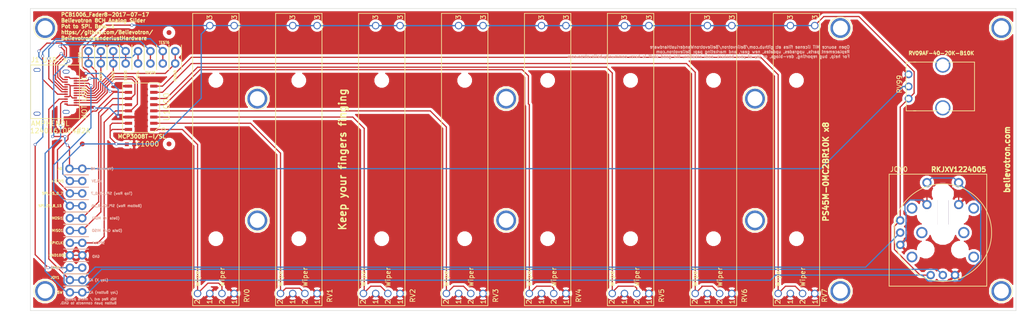
<source format=kicad_pcb>
(kicad_pcb (version 4) (host pcbnew 4.0.4-stable)

  (general
    (links 114)
    (no_connects 0)
    (area -6.318096 -63.75 203.660001 1.101001)
    (thickness 1.6)
    (drawings 49)
    (tracks 447)
    (zones 0)
    (modules 51)
    (nets 28)
  )

  (page A4)
  (layers
    (0 F.Cu signal)
    (31 B.Cu signal)
    (32 B.Adhes user)
    (33 F.Adhes user)
    (34 B.Paste user)
    (35 F.Paste user)
    (36 B.SilkS user hide)
    (37 F.SilkS user)
    (38 B.Mask user)
    (39 F.Mask user)
    (40 Dwgs.User user hide)
    (41 Cmts.User user)
    (42 Eco1.User user)
    (43 Eco2.User user)
    (44 Edge.Cuts user)
    (45 Margin user)
    (46 B.CrtYd user)
    (47 F.CrtYd user hide)
    (48 B.Fab user)
    (49 F.Fab user)
  )

  (setup
    (last_trace_width 0.25)
    (trace_clearance 0.2)
    (zone_clearance 0.508)
    (zone_45_only no)
    (trace_min 0.2)
    (segment_width 0.2)
    (edge_width 0.1)
    (via_size 0.6)
    (via_drill 0.4)
    (via_min_size 0.4)
    (via_min_drill 0.3)
    (uvia_size 0.3)
    (uvia_drill 0.1)
    (uvias_allowed no)
    (uvia_min_size 0.2)
    (uvia_min_drill 0.1)
    (pcb_text_width 0.3)
    (pcb_text_size 1.5 1.5)
    (mod_edge_width 0.15)
    (mod_text_size 1 1)
    (mod_text_width 0.15)
    (pad_size 4.064 4.064)
    (pad_drill 3.048)
    (pad_to_mask_clearance 0)
    (aux_axis_origin 0 0)
    (visible_elements 7FFEFFFF)
    (pcbplotparams
      (layerselection 0x010fc_80000001)
      (usegerberextensions false)
      (excludeedgelayer true)
      (linewidth 0.100000)
      (plotframeref false)
      (viasonmask false)
      (mode 1)
      (useauxorigin false)
      (hpglpennumber 1)
      (hpglpenspeed 20)
      (hpglpendiameter 15)
      (hpglpenoverlay 2)
      (psnegative false)
      (psa4output false)
      (plotreference true)
      (plotvalue true)
      (plotinvisibletext false)
      (padsonsilk false)
      (subtractmaskfromsilk false)
      (outputformat 1)
      (mirror false)
      (drillshape 0)
      (scaleselection 1)
      (outputdirectory Output/PCB1006_2017-07-17_Gerbers/))
  )

  (net 0 "")
  (net 1 GND)
  (net 2 +3V3)
  (net 3 /MISO)
  (net 4 /MOSI)
  (net 5 /P0)
  (net 6 /P1)
  (net 7 /P2)
  (net 8 /P3)
  (net 9 /P4)
  (net 10 /P5)
  (net 11 /P6)
  (net 12 /P7)
  (net 13 /SPICLK)
  (net 14 /CS_R0_7)
  (net 15 /VOLUME)
  (net 16 /JOY0)
  (net 17 /JOY1)
  (net 18 "Net-(J1-PadA8)")
  (net 19 /JOY_SW)
  (net 20 /TEST0)
  (net 21 /TEST1)
  (net 22 /TEST2)
  (net 23 /TEST6)
  (net 24 /TEST5)
  (net 25 /TEST4)
  (net 26 /TEST3)
  (net 27 /CS_R8_15)

  (net_class Default "This is the default net class."
    (clearance 0.2)
    (trace_width 0.25)
    (via_dia 0.6)
    (via_drill 0.4)
    (uvia_dia 0.3)
    (uvia_drill 0.1)
    (add_net +3V3)
    (add_net /CS_R0_7)
    (add_net /CS_R8_15)
    (add_net /JOY0)
    (add_net /JOY1)
    (add_net /JOY_SW)
    (add_net /MISO)
    (add_net /MOSI)
    (add_net /P0)
    (add_net /P1)
    (add_net /P2)
    (add_net /P3)
    (add_net /P4)
    (add_net /P5)
    (add_net /P6)
    (add_net /P7)
    (add_net /SPICLK)
    (add_net /TEST0)
    (add_net /TEST1)
    (add_net /TEST2)
    (add_net /TEST3)
    (add_net /TEST4)
    (add_net /TEST5)
    (add_net /TEST6)
    (add_net /VOLUME)
    (add_net GND)
    (add_net "Net-(J1-PadA8)")
  )

  (module Connect:1pin (layer F.Cu) (tedit 58896D6E) (tstamp 596D3FA5)
    (at 199 -4)
    (descr "module 1 pin (ou trou mecanique de percage)")
    (tags DEV)
    (fp_text reference REF** (at 0 -3.048) (layer F.SilkS) hide
      (effects (font (size 1 1) (thickness 0.15)))
    )
    (fp_text value 1pin (at 0 3) (layer F.Fab)
      (effects (font (size 1 1) (thickness 0.15)))
    )
    (fp_circle (center 0 0) (end 2 0.8) (layer F.Fab) (width 0.1))
    (fp_circle (center 0 0) (end 2.6 0) (layer F.CrtYd) (width 0.05))
    (fp_circle (center 0 0) (end 0 -2.286) (layer F.SilkS) (width 0.12))
    (pad 1 thru_hole circle (at 0 0) (size 4.064 4.064) (drill 3.048) (layers *.Cu *.Mask))
  )

  (module Connect:1pin (layer F.Cu) (tedit 58896D66) (tstamp 596D3F7C)
    (at 199 -58)
    (descr "module 1 pin (ou trou mecanique de percage)")
    (tags DEV)
    (fp_text reference REF** (at 0 -3.048) (layer F.SilkS) hide
      (effects (font (size 1 1) (thickness 0.15)))
    )
    (fp_text value 1pin (at 0 3) (layer F.Fab)
      (effects (font (size 1 1) (thickness 0.15)))
    )
    (fp_circle (center 0 0) (end 2 0.8) (layer F.Fab) (width 0.1))
    (fp_circle (center 0 0) (end 2.6 0) (layer F.CrtYd) (width 0.05))
    (fp_circle (center 0 0) (end 0 -2.286) (layer F.SilkS) (width 0.12))
    (pad 1 thru_hole circle (at 0 0) (size 4.064 4.064) (drill 3.048) (layers *.Cu *.Mask))
  )

  (module Liberry:single_0.1 (layer F.Cu) (tedit 58DE829B) (tstamp 59558E28)
    (at 10.62 -3.725)
    (descr "10 pins through hole IDC header")
    (tags "IDC header socket VASCH")
    (path /58337619)
    (fp_text reference A3 (at 1.905 0) (layer F.SilkS) hide
      (effects (font (size 0.5 0.5) (thickness 0.125)))
    )
    (fp_text value CONN_01X01 (at 0 2.54) (layer F.Fab)
      (effects (font (size 1 1) (thickness 0.15)))
    )
    (pad 1 thru_hole circle (at 0 0) (size 1.7272 1.7272) (drill 1.016) (layers *.Cu *.Mask)
      (net 19 /JOY_SW))
  )

  (module Liberry:single_0.1 (layer F.Cu) (tedit 58DE829E) (tstamp 59558DD1)
    (at 10.62 -6.265)
    (descr "10 pins through hole IDC header")
    (tags "IDC header socket VASCH")
    (path /58337609)
    (fp_text reference A2 (at 1.905 0) (layer F.SilkS) hide
      (effects (font (size 0.5 0.5) (thickness 0.125)))
    )
    (fp_text value CONN_01X01 (at 0 2.54) (layer F.Fab)
      (effects (font (size 1 1) (thickness 0.15)))
    )
    (pad 1 thru_hole circle (at 0 0) (size 1.7272 1.7272) (drill 1.016) (layers *.Cu *.Mask)
      (net 17 /JOY1))
  )

  (module Liberry:single_0.1 (layer F.Cu) (tedit 58DE82A1) (tstamp 59558DC5)
    (at 10.62 -8.805)
    (descr "10 pins through hole IDC header")
    (tags "IDC header socket VASCH")
    (path /5833717C)
    (fp_text reference A1 (at 1.905 0) (layer F.SilkS) hide
      (effects (font (size 0.5 0.5) (thickness 0.125)))
    )
    (fp_text value CONN_01X01 (at 0 2.54) (layer F.Fab)
      (effects (font (size 1 1) (thickness 0.15)))
    )
    (pad 1 thru_hole circle (at 0 0) (size 1.7272 1.7272) (drill 1.016) (layers *.Cu *.Mask)
      (net 16 /JOY0))
  )

  (module Connect:1pin (layer F.Cu) (tedit 58896D6E) (tstamp 593B36F8)
    (at 148.5 -18.5)
    (descr "module 1 pin (ou trou mecanique de percage)")
    (tags DEV)
    (fp_text reference REF** (at 0 -3.048) (layer F.SilkS) hide
      (effects (font (size 1 1) (thickness 0.15)))
    )
    (fp_text value 1pin (at 0 3) (layer F.Fab)
      (effects (font (size 1 1) (thickness 0.15)))
    )
    (fp_circle (center 0 0) (end 2 0.8) (layer F.Fab) (width 0.1))
    (fp_circle (center 0 0) (end 2.6 0) (layer F.CrtYd) (width 0.05))
    (fp_circle (center 0 0) (end 0 -2.286) (layer F.SilkS) (width 0.12))
    (pad 1 thru_hole circle (at 0 0) (size 4.064 4.064) (drill 3.048) (layers *.Cu *.Mask))
  )

  (module Connect:1pin (layer F.Cu) (tedit 58896D6E) (tstamp 593B36E0)
    (at 97.5 -18.5)
    (descr "module 1 pin (ou trou mecanique de percage)")
    (tags DEV)
    (fp_text reference REF** (at 0 -3.048) (layer F.SilkS) hide
      (effects (font (size 1 1) (thickness 0.15)))
    )
    (fp_text value 1pin (at 0 3) (layer F.Fab)
      (effects (font (size 1 1) (thickness 0.15)))
    )
    (fp_circle (center 0 0) (end 2 0.8) (layer F.Fab) (width 0.1))
    (fp_circle (center 0 0) (end 2.6 0) (layer F.CrtYd) (width 0.05))
    (fp_circle (center 0 0) (end 0 -2.286) (layer F.SilkS) (width 0.12))
    (pad 1 thru_hole circle (at 0 0) (size 4.064 4.064) (drill 3.048) (layers *.Cu *.Mask))
  )

  (module Connect:1pin (layer F.Cu) (tedit 58896D6E) (tstamp 593B36C6)
    (at 46.5 -18.5)
    (descr "module 1 pin (ou trou mecanique de percage)")
    (tags DEV)
    (fp_text reference REF** (at 0 -3.048) (layer F.SilkS) hide
      (effects (font (size 1 1) (thickness 0.15)))
    )
    (fp_text value 1pin (at 0 3) (layer F.Fab)
      (effects (font (size 1 1) (thickness 0.15)))
    )
    (fp_circle (center 0 0) (end 2 0.8) (layer F.Fab) (width 0.1))
    (fp_circle (center 0 0) (end 2.6 0) (layer F.CrtYd) (width 0.05))
    (fp_circle (center 0 0) (end 0 -2.286) (layer F.SilkS) (width 0.12))
    (pad 1 thru_hole circle (at 0 0) (size 4.064 4.064) (drill 3.048) (layers *.Cu *.Mask))
  )

  (module Fiducials:Fiducial_1mm_Dia_2.54mm_Outer_CopperTop (layer F.Cu) (tedit 593B19A4) (tstamp 593B355A)
    (at 10.62 -34.205)
    (descr "Circular Fiducial, 1mm bare copper top; 2.54mm keepout")
    (tags marker)
    (attr virtual)
    (fp_text reference REF** (at 3.4 0.7) (layer F.SilkS) hide
      (effects (font (size 1 1) (thickness 0.15)))
    )
    (fp_text value Fiducial_1mm_Dia_2.54mm_Outer_CopperTop (at 0 -1.8) (layer F.Fab)
      (effects (font (size 1 1) (thickness 0.15)))
    )
    (fp_circle (center 0 0) (end 1.55 0) (layer F.CrtYd) (width 0.05))
    (pad ~ smd circle (at 0 0) (size 1 1) (layers F.Cu F.Mask)
      (solder_mask_margin 0.77) (clearance 0.77))
  )

  (module Fiducials:Fiducial_1mm_Dia_2.54mm_Outer_CopperTop (layer F.Cu) (tedit 593B19A1) (tstamp 593B3554)
    (at 28.4 -34.205)
    (descr "Circular Fiducial, 1mm bare copper top; 2.54mm keepout")
    (tags marker)
    (attr virtual)
    (fp_text reference REF** (at 3.4 0.7) (layer F.SilkS) hide
      (effects (font (size 1 1) (thickness 0.15)))
    )
    (fp_text value Fiducial_1mm_Dia_2.54mm_Outer_CopperTop (at 0 -1.8) (layer F.Fab)
      (effects (font (size 1 1) (thickness 0.15)))
    )
    (fp_circle (center 0 0) (end 1.55 0) (layer F.CrtYd) (width 0.05))
    (pad ~ smd circle (at 0 0) (size 1 1) (layers F.Cu F.Mask)
      (solder_mask_margin 0.77) (clearance 0.77))
  )

  (module Connect:1pin (layer F.Cu) (tedit 58896D6E) (tstamp 593B189E)
    (at 148.5 -43.5)
    (descr "module 1 pin (ou trou mecanique de percage)")
    (tags DEV)
    (fp_text reference REF** (at 0 -3.048) (layer F.SilkS) hide
      (effects (font (size 1 1) (thickness 0.15)))
    )
    (fp_text value 1pin (at 0 3) (layer F.Fab)
      (effects (font (size 1 1) (thickness 0.15)))
    )
    (fp_circle (center 0 0) (end 2 0.8) (layer F.Fab) (width 0.1))
    (fp_circle (center 0 0) (end 2.6 0) (layer F.CrtYd) (width 0.05))
    (fp_circle (center 0 0) (end 0 -2.286) (layer F.SilkS) (width 0.12))
    (pad 1 thru_hole circle (at 0 0) (size 4.064 4.064) (drill 3.048) (layers *.Cu *.Mask))
  )

  (module Connect:1pin (layer F.Cu) (tedit 58896D6E) (tstamp 593B1873)
    (at 46.5 -43.5)
    (descr "module 1 pin (ou trou mecanique de percage)")
    (tags DEV)
    (fp_text reference REF** (at 0 -3.048) (layer F.SilkS) hide
      (effects (font (size 1 1) (thickness 0.15)))
    )
    (fp_text value 1pin (at 0 3) (layer F.Fab)
      (effects (font (size 1 1) (thickness 0.15)))
    )
    (fp_circle (center 0 0) (end 2 0.8) (layer F.Fab) (width 0.1))
    (fp_circle (center 0 0) (end 2.6 0) (layer F.CrtYd) (width 0.05))
    (fp_circle (center 0 0) (end 0 -2.286) (layer F.SilkS) (width 0.12))
    (pad 1 thru_hole circle (at 0 0) (size 4.064 4.064) (drill 3.048) (layers *.Cu *.Mask))
  )

  (module Connect:1pin (layer F.Cu) (tedit 58896D6E) (tstamp 593B1853)
    (at 97.5 -43.5)
    (descr "module 1 pin (ou trou mecanique de percage)")
    (tags DEV)
    (fp_text reference REF** (at 0 -3.048) (layer F.SilkS) hide
      (effects (font (size 1 1) (thickness 0.15)))
    )
    (fp_text value 1pin (at 0 3) (layer F.Fab)
      (effects (font (size 1 1) (thickness 0.15)))
    )
    (fp_circle (center 0 0) (end 2 0.8) (layer F.Fab) (width 0.1))
    (fp_circle (center 0 0) (end 2.6 0) (layer F.CrtYd) (width 0.05))
    (fp_circle (center 0 0) (end 0 -2.286) (layer F.SilkS) (width 0.12))
    (pad 1 thru_hole circle (at 0 0) (size 4.064 4.064) (drill 3.048) (layers *.Cu *.Mask))
  )

  (module Liberry:single_0.1 (layer F.Cu) (tedit 58DE829B) (tstamp 58DE82A4)
    (at 8.08 -3.725)
    (descr "10 pins through hole IDC header")
    (tags "IDC header socket VASCH")
    (path /58337619)
    (fp_text reference A3 (at 1.905 0) (layer F.SilkS) hide
      (effects (font (size 0.5 0.5) (thickness 0.125)))
    )
    (fp_text value CONN_01X01 (at 0 2.54) (layer F.Fab)
      (effects (font (size 1 1) (thickness 0.15)))
    )
    (pad 1 thru_hole circle (at 0 0) (size 1.7272 1.7272) (drill 1.016) (layers *.Cu *.Mask)
      (net 19 /JOY_SW))
  )

  (module Liberry:single_0.1 (layer F.Cu) (tedit 58DE829E) (tstamp 58DE829F)
    (at 8.08 -6.265)
    (descr "10 pins through hole IDC header")
    (tags "IDC header socket VASCH")
    (path /58337609)
    (fp_text reference A2 (at 1.905 0) (layer F.SilkS) hide
      (effects (font (size 0.5 0.5) (thickness 0.125)))
    )
    (fp_text value CONN_01X01 (at 0 2.54) (layer F.Fab)
      (effects (font (size 1 1) (thickness 0.15)))
    )
    (pad 1 thru_hole circle (at 0 0) (size 1.7272 1.7272) (drill 1.016) (layers *.Cu *.Mask)
      (net 17 /JOY1))
  )

  (module Liberry:single_0.1 (layer F.Cu) (tedit 58DE82A1) (tstamp 58DE829A)
    (at 8.08 -8.805)
    (descr "10 pins through hole IDC header")
    (tags "IDC header socket VASCH")
    (path /5833717C)
    (fp_text reference A1 (at 1.905 0) (layer F.SilkS) hide
      (effects (font (size 0.5 0.5) (thickness 0.125)))
    )
    (fp_text value CONN_01X01 (at 0 2.54) (layer F.Fab)
      (effects (font (size 1 1) (thickness 0.15)))
    )
    (pad 1 thru_hole circle (at 0 0) (size 1.7272 1.7272) (drill 1.016) (layers *.Cu *.Mask)
      (net 16 /JOY0))
  )

  (module Liberry:single_0.1 (layer F.Cu) (tedit 58DE8267) (tstamp 58DE825D)
    (at 8 -29.125)
    (descr "10 pins through hole IDC header")
    (tags "IDC header socket VASCH")
    (path /58336F43)
    (fp_text reference A0 (at 1.38 0) (layer F.SilkS) hide
      (effects (font (size 0.5 0.5) (thickness 0.125)))
    )
    (fp_text value CONN_01X01 (at 0 2.54) (layer F.Fab)
      (effects (font (size 1 1) (thickness 0.15)))
    )
    (pad 1 thru_hole circle (at 0 0) (size 1.7272 1.7272) (drill 1.016) (layers *.Cu *.Mask)
      (net 15 /VOLUME))
  )

  (module Liberry:RV09AF-40-20K-B10K (layer F.Cu) (tedit 582DFFE1) (tstamp 58810D39)
    (at 187 -46 270)
    (path /58810DA5)
    (fp_text reference RV99 (at -0.472 8.89 450) (layer F.SilkS)
      (effects (font (size 1 1) (thickness 0.15)))
    )
    (fp_text value POT (at 1 9.5052 270) (layer F.Fab)
      (effects (font (size 1 1) (thickness 0.15)))
    )
    (fp_line (start 7.5 -8.9948) (end -7.5 -8.9948) (layer F.CrtYd) (width 0.15))
    (fp_line (start 7.5 8.5052) (end 7.5 -8.9948) (layer F.CrtYd) (width 0.15))
    (fp_line (start -7.5 8.5052) (end 7.5 8.5052) (layer F.CrtYd) (width 0.15))
    (fp_line (start -7.5 -8.9948) (end -7.5 8.5052) (layer F.CrtYd) (width 0.15))
    (fp_line (start -5 7.5052) (end -5 5.5052) (layer F.SilkS) (width 0.15))
    (fp_line (start 5 7.5052) (end 5 5.5052) (layer F.SilkS) (width 0.15))
    (fp_line (start -5 6.0052) (end -5 -6.4948) (layer F.SilkS) (width 0.15))
    (fp_line (start 5 7.5052) (end -5 7.5052) (layer F.SilkS) (width 0.15))
    (fp_line (start 5 -6.4948) (end 5 6.0052) (layer F.SilkS) (width 0.15))
    (fp_line (start -5 -6.4948) (end 5 -6.4948) (layer F.SilkS) (width 0.15))
    (pad "" thru_hole circle (at -4.3942 0 270) (size 3.1 3.1) (drill 2.5) (layers *.Cu *.Mask))
    (pad "" thru_hole circle (at 4.3942 0 270) (size 3.1 3.1) (drill 2.5) (layers *.Cu *.Mask))
    (pad 3 thru_hole circle (at -2.5 7.0104 270) (size 1.6 1.6) (drill 1) (layers *.Cu *.Mask)
      (net 1 GND))
    (pad 2 thru_hole circle (at 0 7.0104 270) (size 1.6 1.6) (drill 1) (layers *.Cu *.Mask)
      (net 15 /VOLUME))
    (pad 1 thru_hole circle (at 2.5 7.0104 270) (size 1.6 1.6) (drill 1) (layers *.Cu *.Mask)
      (net 2 +3V3))
  )

  (module Liberry:TH_0.1_1x2_Jumper (layer F.Cu) (tedit 59559B43) (tstamp 586AD805)
    (at 8.08 -21.505)
    (descr "10 pins through hole IDC header")
    (tags "IDC header socket VASCH")
    (path /5955B9E6)
    (fp_text reference SPI_CS_8_15 (at -4.064 0) (layer F.SilkS)
      (effects (font (size 0.5 0.5) (thickness 0.125)))
    )
    (fp_text value CONN_01X01 (at 0 2.54) (layer F.Fab)
      (effects (font (size 1 1) (thickness 0.15)))
    )
    (fp_line (start -1.27 1.27) (end 3.81 1.27) (layer F.SilkS) (width 0.15))
    (fp_line (start -1.27 -1.27) (end 3.81 -1.27) (layer F.SilkS) (width 0.15))
    (pad 1 thru_hole circle (at 0 0) (size 1.7272 1.7272) (drill 1.016) (layers *.Cu *.Mask)
      (net 27 /CS_R8_15))
    (pad 1 thru_hole circle (at 2.54 0) (size 1.7272 1.7272) (drill 1.016) (layers *.Cu *.Mask)
      (net 27 /CS_R8_15))
  )

  (module Liberry:TH_0.1_1x2_Jumper (layer F.Cu) (tedit 59559B21) (tstamp 586AD7FD)
    (at 8.08 -24.045)
    (descr "10 pins through hole IDC header")
    (tags "IDC header socket VASCH")
    (path /582E534D)
    (fp_text reference SPI_CS_0_7 (at -3.556 0) (layer F.SilkS)
      (effects (font (size 0.5 0.5) (thickness 0.125)))
    )
    (fp_text value CONN_01X01 (at 0 2.54) (layer F.Fab)
      (effects (font (size 1 1) (thickness 0.15)))
    )
    (fp_line (start -1.27 1.27) (end 3.81 1.27) (layer F.SilkS) (width 0.15))
    (fp_line (start -1.27 -1.27) (end 3.81 -1.27) (layer F.SilkS) (width 0.15))
    (pad 1 thru_hole circle (at 0 0) (size 1.7272 1.7272) (drill 1.016) (layers *.Cu *.Mask)
      (net 14 /CS_R0_7))
    (pad 1 thru_hole circle (at 2.54 0) (size 1.7272 1.7272) (drill 1.016) (layers *.Cu *.Mask)
      (net 14 /CS_R0_7))
  )

  (module Liberry:TH_0.1_1x2_Jumper (layer F.Cu) (tedit 58684C64) (tstamp 586AD7F5)
    (at 8.08 -13.885)
    (descr "10 pins through hole IDC header")
    (tags "IDC header socket VASCH")
    (path /582E523F)
    (fp_text reference SPICLK1 (at -2.54 0) (layer F.SilkS)
      (effects (font (size 0.5 0.5) (thickness 0.125)))
    )
    (fp_text value CONN_01X01 (at 0 2.54) (layer F.Fab)
      (effects (font (size 1 1) (thickness 0.15)))
    )
    (fp_line (start -1.27 1.27) (end 3.81 1.27) (layer F.SilkS) (width 0.15))
    (fp_line (start -1.27 -1.27) (end 3.81 -1.27) (layer F.SilkS) (width 0.15))
    (pad 1 thru_hole circle (at 0 0) (size 1.7272 1.7272) (drill 1.016) (layers *.Cu *.Mask)
      (net 13 /SPICLK))
    (pad 1 thru_hole circle (at 2.54 0) (size 1.7272 1.7272) (drill 1.016) (layers *.Cu *.Mask)
      (net 13 /SPICLK))
  )

  (module Liberry:TH_0.1_1x2_Jumper (layer F.Cu) (tedit 58684C64) (tstamp 586AD7ED)
    (at 8.08 -18.965)
    (descr "10 pins through hole IDC header")
    (tags "IDC header socket VASCH")
    (path /582E505A)
    (fp_text reference MOSI1 (at -2.54 0) (layer F.SilkS)
      (effects (font (size 0.5 0.5) (thickness 0.125)))
    )
    (fp_text value CONN_01X01 (at 0 2.54) (layer F.Fab)
      (effects (font (size 1 1) (thickness 0.15)))
    )
    (fp_line (start -1.27 1.27) (end 3.81 1.27) (layer F.SilkS) (width 0.15))
    (fp_line (start -1.27 -1.27) (end 3.81 -1.27) (layer F.SilkS) (width 0.15))
    (pad 1 thru_hole circle (at 0 0) (size 1.7272 1.7272) (drill 1.016) (layers *.Cu *.Mask)
      (net 4 /MOSI))
    (pad 1 thru_hole circle (at 2.54 0) (size 1.7272 1.7272) (drill 1.016) (layers *.Cu *.Mask)
      (net 4 /MOSI))
  )

  (module Liberry:TH_0.1_1x2_Jumper (layer F.Cu) (tedit 58684C64) (tstamp 586AD7E5)
    (at 8.08 -16.425)
    (descr "10 pins through hole IDC header")
    (tags "IDC header socket VASCH")
    (path /582E561D)
    (fp_text reference MISO1 (at -2.54 0) (layer F.SilkS)
      (effects (font (size 0.5 0.5) (thickness 0.125)))
    )
    (fp_text value CONN_01X01 (at 0 2.54) (layer F.Fab)
      (effects (font (size 1 1) (thickness 0.15)))
    )
    (fp_line (start -1.27 1.27) (end 3.81 1.27) (layer F.SilkS) (width 0.15))
    (fp_line (start -1.27 -1.27) (end 3.81 -1.27) (layer F.SilkS) (width 0.15))
    (pad 1 thru_hole circle (at 0 0) (size 1.7272 1.7272) (drill 1.016) (layers *.Cu *.Mask)
      (net 3 /MISO))
    (pad 1 thru_hole circle (at 2.54 0) (size 1.7272 1.7272) (drill 1.016) (layers *.Cu *.Mask)
      (net 3 /MISO))
  )

  (module Liberry:TH_0.1_1x2_Jumper (layer F.Cu) (tedit 58684C64) (tstamp 586AD7DD)
    (at 8.08 -11.345)
    (descr "10 pins through hole IDC header")
    (tags "IDC header socket VASCH")
    (path /582EB90D)
    (fp_text reference GND1000 (at -2.54 0) (layer F.SilkS)
      (effects (font (size 0.5 0.5) (thickness 0.125)))
    )
    (fp_text value CONN_01X01 (at 0 2.54) (layer F.Fab)
      (effects (font (size 1 1) (thickness 0.15)))
    )
    (fp_line (start -1.27 1.27) (end 3.81 1.27) (layer F.SilkS) (width 0.15))
    (fp_line (start -1.27 -1.27) (end 3.81 -1.27) (layer F.SilkS) (width 0.15))
    (pad 1 thru_hole circle (at 0 0) (size 1.7272 1.7272) (drill 1.016) (layers *.Cu *.Mask)
      (net 1 GND))
    (pad 1 thru_hole circle (at 2.54 0) (size 1.7272 1.7272) (drill 1.016) (layers *.Cu *.Mask)
      (net 1 GND))
  )

  (module Liberry:TH_0.1_1x2_Jumper (layer F.Cu) (tedit 58684C64) (tstamp 586AD7AD)
    (at 8.08 -26.585)
    (descr "10 pins through hole IDC header")
    (tags "IDC header socket VASCH")
    (path /582EB30E)
    (fp_text reference +3.3V1 (at -2.54 0) (layer F.SilkS)
      (effects (font (size 0.5 0.5) (thickness 0.125)))
    )
    (fp_text value CONN_01X01 (at 0 2.54) (layer F.Fab)
      (effects (font (size 1 1) (thickness 0.15)))
    )
    (fp_line (start -1.27 1.27) (end 3.81 1.27) (layer F.SilkS) (width 0.15))
    (fp_line (start -1.27 -1.27) (end 3.81 -1.27) (layer F.SilkS) (width 0.15))
    (pad 1 thru_hole circle (at 0 0) (size 1.7272 1.7272) (drill 1.016) (layers *.Cu *.Mask)
      (net 2 +3V3))
    (pad 1 thru_hole circle (at 2.54 0) (size 1.7272 1.7272) (drill 1.016) (layers *.Cu *.Mask)
      (net 2 +3V3))
  )

  (module Connect:1pin (layer F.Cu) (tedit 58896D66) (tstamp 582F53C3)
    (at 166 -58)
    (descr "module 1 pin (ou trou mecanique de percage)")
    (tags DEV)
    (fp_text reference REF** (at 0 -3.048) (layer F.SilkS) hide
      (effects (font (size 1 1) (thickness 0.15)))
    )
    (fp_text value 1pin (at 0 3) (layer F.Fab)
      (effects (font (size 1 1) (thickness 0.15)))
    )
    (fp_circle (center 0 0) (end 2 0.8) (layer F.Fab) (width 0.1))
    (fp_circle (center 0 0) (end 2.6 0) (layer F.CrtYd) (width 0.05))
    (fp_circle (center 0 0) (end 0 -2.286) (layer F.SilkS) (width 0.12))
    (pad 1 thru_hole circle (at 0 0) (size 4.064 4.064) (drill 3.048) (layers *.Cu *.Mask))
  )

  (module Capacitors_SMD:C_0603 (layer F.Cu) (tedit 59558498) (tstamp 582F4297)
    (at 20.5 -34.125)
    (descr "Capacitor SMD 0603, reflow soldering, AVX (see smccp.pdf)")
    (tags "capacitor 0603")
    (path /582E3E9F)
    (attr smd)
    (fp_text reference C1000 (at 3.455 -0.08) (layer F.SilkS)
      (effects (font (size 1 1) (thickness 0.15)))
    )
    (fp_text value 0.1u (at 0 1.9) (layer F.Fab)
      (effects (font (size 1 1) (thickness 0.15)))
    )
    (fp_line (start -0.8 0.4) (end -0.8 -0.4) (layer F.Fab) (width 0.1))
    (fp_line (start 0.8 0.4) (end -0.8 0.4) (layer F.Fab) (width 0.1))
    (fp_line (start 0.8 -0.4) (end 0.8 0.4) (layer F.Fab) (width 0.1))
    (fp_line (start -0.8 -0.4) (end 0.8 -0.4) (layer F.Fab) (width 0.1))
    (fp_line (start -1.45 -0.75) (end 1.45 -0.75) (layer F.CrtYd) (width 0.05))
    (fp_line (start -1.45 0.75) (end 1.45 0.75) (layer F.CrtYd) (width 0.05))
    (fp_line (start -1.45 -0.75) (end -1.45 0.75) (layer F.CrtYd) (width 0.05))
    (fp_line (start 1.45 -0.75) (end 1.45 0.75) (layer F.CrtYd) (width 0.05))
    (fp_line (start -0.35 -0.6) (end 0.35 -0.6) (layer F.SilkS) (width 0.12))
    (fp_line (start 0.35 0.6) (end -0.35 0.6) (layer F.SilkS) (width 0.12))
    (pad 1 smd rect (at -0.75 0) (size 0.8 0.75) (layers F.Cu F.Paste F.Mask)
      (net 2 +3V3))
    (pad 2 smd rect (at 0.75 0) (size 0.8 0.75) (layers F.Cu F.Paste F.Mask)
      (net 1 GND))
    (model Capacitors_SMD.3dshapes/C_0603.wrl
      (at (xyz 0 0 0))
      (scale (xyz 1 1 1))
      (rotate (xyz 0 0 0))
    )
  )

  (module Connect:1pin (layer F.Cu) (tedit 58896D6E) (tstamp 582F5458)
    (at 166 -4)
    (descr "module 1 pin (ou trou mecanique de percage)")
    (tags DEV)
    (fp_text reference REF** (at 0 -3.048) (layer F.SilkS) hide
      (effects (font (size 1 1) (thickness 0.15)))
    )
    (fp_text value 1pin (at 0 3) (layer F.Fab)
      (effects (font (size 1 1) (thickness 0.15)))
    )
    (fp_circle (center 0 0) (end 2 0.8) (layer F.Fab) (width 0.1))
    (fp_circle (center 0 0) (end 2.6 0) (layer F.CrtYd) (width 0.05))
    (fp_circle (center 0 0) (end 0 -2.286) (layer F.SilkS) (width 0.12))
    (pad 1 thru_hole circle (at 0 0) (size 4.064 4.064) (drill 3.048) (layers *.Cu *.Mask))
  )

  (module Connect:1pin (layer F.Cu) (tedit 58896CB2) (tstamp 582F5472)
    (at 3 -4)
    (descr "module 1 pin (ou trou mecanique de percage)")
    (tags DEV)
    (fp_text reference REF** (at 0 -3.048) (layer F.SilkS) hide
      (effects (font (size 1 1) (thickness 0.15)))
    )
    (fp_text value 1pin (at 0 3) (layer F.Fab)
      (effects (font (size 1 1) (thickness 0.15)))
    )
    (fp_circle (center 0 0) (end 2 0.8) (layer F.Fab) (width 0.1))
    (fp_circle (center 0 0) (end 2.6 0) (layer F.CrtYd) (width 0.05))
    (fp_circle (center 0 0) (end 0 -2.286) (layer F.SilkS) (width 0.12))
    (pad 1 thru_hole circle (at 0 0) (size 4.064 4.064) (drill 3.048) (layers *.Cu *.Mask))
  )

  (module Connect:1pin (layer F.Cu) (tedit 58896E61) (tstamp 582F547F)
    (at 3 -58)
    (descr "module 1 pin (ou trou mecanique de percage)")
    (tags DEV)
    (fp_text reference REF** (at 0 -3.048) (layer F.SilkS) hide
      (effects (font (size 1 1) (thickness 0.15)))
    )
    (fp_text value 1pin (at 0 3) (layer F.Fab)
      (effects (font (size 1 1) (thickness 0.15)))
    )
    (fp_circle (center 0 0) (end 2 0.8) (layer F.Fab) (width 0.1))
    (fp_circle (center 0 0) (end 2.6 0) (layer F.CrtYd) (width 0.05))
    (fp_circle (center 0 0) (end 0 -2.286) (layer F.SilkS) (width 0.12))
    (pad 1 thru_hole circle (at 0 0) (size 4.064 4.064) (drill 3.048) (layers *.Cu *.Mask))
  )

  (module Liberry:SOIC-16 (layer F.Cu) (tedit 582E0477) (tstamp 582E11C5)
    (at 22.685 -41.625 90)
    (path /582E69F5)
    (fp_text reference U1000 (at 0.2 5.207 270) (layer F.SilkS)
      (effects (font (size 1.2 1.2) (thickness 0.15)))
    )
    (fp_text value MCP3008T-I/SL (at 0 0 90) (layer F.Fab)
      (effects (font (size 1.2 1.2) (thickness 0.15)))
    )
    (fp_circle (center -4.445 4.572) (end -4.191 4.318) (layer F.SilkS) (width 0.15))
    (fp_line (start 5.08 3.81) (end 5.08 -3.81) (layer F.SilkS) (width 0.15))
    (fp_line (start -3.81 3.81) (end 5.08 3.81) (layer F.SilkS) (width 0.15))
    (fp_line (start -5.08 2.54) (end -3.81 3.81) (layer F.SilkS) (width 0.15))
    (fp_line (start -5.08 -3.81) (end -5.08 2.54) (layer F.SilkS) (width 0.15))
    (fp_line (start 5.08 -3.81) (end -5.08 -3.81) (layer F.SilkS) (width 0.15))
    (pad 16 smd rect (at -4.445 -2.6 90) (size 0.6 1.5) (layers F.Cu F.Paste F.Mask)
      (net 2 +3V3))
    (pad 1 smd rect (at -4.445 2.6 90) (size 0.6 1.5) (layers F.Cu F.Paste F.Mask)
      (net 5 /P0))
    (pad 15 smd rect (at -3.175 -2.6 90) (size 0.6 1.5) (layers F.Cu F.Paste F.Mask)
      (net 2 +3V3))
    (pad 2 smd rect (at -3.175 2.6 90) (size 0.6 1.5) (layers F.Cu F.Paste F.Mask)
      (net 6 /P1))
    (pad 14 smd rect (at -1.905 -2.6 90) (size 0.6 1.5) (layers F.Cu F.Paste F.Mask)
      (net 1 GND))
    (pad 3 smd rect (at -1.905 2.6 90) (size 0.6 1.5) (layers F.Cu F.Paste F.Mask)
      (net 7 /P2))
    (pad 13 smd rect (at -0.635 -2.6 90) (size 0.6 1.5) (layers F.Cu F.Paste F.Mask)
      (net 13 /SPICLK))
    (pad 4 smd rect (at -0.635 2.6 90) (size 0.6 1.5) (layers F.Cu F.Paste F.Mask)
      (net 8 /P3))
    (pad 12 smd rect (at 0.635 -2.6 90) (size 0.6 1.5) (layers F.Cu F.Paste F.Mask)
      (net 3 /MISO))
    (pad 5 smd rect (at 0.635 2.6 90) (size 0.6 1.5) (layers F.Cu F.Paste F.Mask)
      (net 9 /P4))
    (pad 11 smd rect (at 1.905 -2.6 90) (size 0.6 1.5) (layers F.Cu F.Paste F.Mask)
      (net 4 /MOSI))
    (pad 6 smd rect (at 1.905 2.6 90) (size 0.6 1.5) (layers F.Cu F.Paste F.Mask)
      (net 10 /P5))
    (pad 10 smd rect (at 3.175 -2.6 90) (size 0.6 1.5) (layers F.Cu F.Paste F.Mask)
      (net 14 /CS_R0_7))
    (pad 7 smd rect (at 3.175 2.6 90) (size 0.6 1.5) (layers F.Cu F.Paste F.Mask)
      (net 11 /P6))
    (pad 9 smd rect (at 4.445 -2.6 90) (size 0.6 1.5) (layers F.Cu F.Paste F.Mask)
      (net 1 GND))
    (pad 8 smd rect (at 4.445 2.6 90) (size 0.6 1.5) (layers F.Cu F.Paste F.Mask)
      (net 12 /P7))
  )

  (module Liberry:single_0.1 (layer F.Cu) (tedit 5829F5BC) (tstamp 58896A16)
    (at 10.62 -29.125)
    (descr "10 pins through hole IDC header")
    (tags "IDC header socket VASCH")
    (path /58336F43)
    (fp_text reference A0 (at -4.572 0) (layer F.SilkS)
      (effects (font (size 0.5 0.5) (thickness 0.125)))
    )
    (fp_text value CONN_01X01 (at 0 2.54) (layer F.Fab)
      (effects (font (size 1 1) (thickness 0.15)))
    )
    (pad 1 thru_hole circle (at 0 0) (size 1.7272 1.7272) (drill 1.016) (layers *.Cu *.Mask)
      (net 15 /VOLUME))
  )

  (module Liberry:LINEAR_POT_TT_ELECTRONICS_PS45M (layer F.Cu) (tedit 593B0C5E) (tstamp 593B120B)
    (at 38 -31 90)
    (path /582E5E9A)
    (fp_text reference RV0 (at -27.94 6.35 90) (layer F.SilkS)
      (effects (font (size 1 1) (thickness 0.15)))
    )
    (fp_text value POT (at 0.254 6.35 90) (layer F.Fab)
      (effects (font (size 1 1) (thickness 0.15)))
    )
    (fp_text user Wiper (at -24.13 1.27 90) (layer F.SilkS)
      (effects (font (size 1 1) (thickness 0.15)))
    )
    (fp_text user Wiper (at -24.13 -3.81 90) (layer F.SilkS)
      (effects (font (size 1 1) (thickness 0.15)))
    )
    (fp_text user 3 (at 29.21 -1.27 90) (layer F.SilkS)
      (effects (font (size 1 1) (thickness 0.15)))
    )
    (fp_text user 3 (at 29.21 3.81 90) (layer F.SilkS)
      (effects (font (size 1 1) (thickness 0.15)))
    )
    (fp_text user 2 (at -29.21 -3.81 90) (layer F.SilkS)
      (effects (font (size 1 1) (thickness 0.15)))
    )
    (fp_text user 1 (at -29.21 -1.27 90) (layer F.SilkS)
      (effects (font (size 1 1) (thickness 0.15)))
    )
    (fp_text user 2 (at -29.21 1.27 90) (layer F.SilkS)
      (effects (font (size 1 1) (thickness 0.15)))
    )
    (fp_text user 1 (at -29.21 3.81 90) (layer F.SilkS)
      (effects (font (size 1 1) (thickness 0.15)))
    )
    (fp_line (start 30 -4.75) (end 30 4.75) (layer F.SilkS) (width 0.15))
    (fp_line (start -30 4.75) (end -30 -4.75) (layer F.SilkS) (width 0.15))
    (fp_line (start -30 4.75) (end 30 4.75) (layer F.SilkS) (width 0.15))
    (fp_line (start -30 -4.75) (end 30 -4.75) (layer F.SilkS) (width 0.15))
    (pad 2 thru_hole circle (at -27.5 -3.75 90) (size 1.524 1.524) (drill 1.1) (layers *.Cu *.Mask)
      (net 5 /P0))
    (pad 2 thru_hole circle (at -27.5 1.25 90) (size 1.524 1.524) (drill 1.1) (layers *.Cu *.Mask)
      (net 5 /P0))
    (pad 1 thru_hole circle (at -27.5 -1.25 90) (size 1.524 1.524) (drill 1.1) (layers *.Cu *.Mask)
      (net 1 GND))
    (pad 1 thru_hole circle (at -27.5 3.75 90) (size 1.524 1.524) (drill 1.1) (layers *.Cu *.Mask)
      (net 1 GND))
    (pad 3 thru_hole circle (at 27.5 -1.25 90) (size 1.524 1.524) (drill 1.1) (layers *.Cu *.Mask)
      (net 2 +3V3))
    (pad 3 thru_hole circle (at 27.5 3.75 90) (size 1.524 1.524) (drill 1.1) (layers *.Cu *.Mask)
      (net 2 +3V3))
    (pad "" np_thru_hole circle (at -16.25 0 90) (size 2 2) (drill 2) (layers *.Cu *.Mask))
    (pad "" np_thru_hole circle (at 16.25 0 90) (size 2 2) (drill 2) (layers *.Cu *.Mask))
  )

  (module Liberry:LINEAR_POT_TT_ELECTRONICS_PS45M (layer F.Cu) (tedit 593B0C5E) (tstamp 593B1223)
    (at 55 -31 90)
    (path /582E62D2)
    (fp_text reference RV1 (at -27.94 6.35 90) (layer F.SilkS)
      (effects (font (size 1 1) (thickness 0.15)))
    )
    (fp_text value POT (at 0.254 6.35 90) (layer F.Fab)
      (effects (font (size 1 1) (thickness 0.15)))
    )
    (fp_text user Wiper (at -24.13 1.27 90) (layer F.SilkS)
      (effects (font (size 1 1) (thickness 0.15)))
    )
    (fp_text user Wiper (at -24.13 -3.81 90) (layer F.SilkS)
      (effects (font (size 1 1) (thickness 0.15)))
    )
    (fp_text user 3 (at 29.21 -1.27 90) (layer F.SilkS)
      (effects (font (size 1 1) (thickness 0.15)))
    )
    (fp_text user 3 (at 29.21 3.81 90) (layer F.SilkS)
      (effects (font (size 1 1) (thickness 0.15)))
    )
    (fp_text user 2 (at -29.21 -3.81 90) (layer F.SilkS)
      (effects (font (size 1 1) (thickness 0.15)))
    )
    (fp_text user 1 (at -29.21 -1.27 90) (layer F.SilkS)
      (effects (font (size 1 1) (thickness 0.15)))
    )
    (fp_text user 2 (at -29.21 1.27 90) (layer F.SilkS)
      (effects (font (size 1 1) (thickness 0.15)))
    )
    (fp_text user 1 (at -29.21 3.81 90) (layer F.SilkS)
      (effects (font (size 1 1) (thickness 0.15)))
    )
    (fp_line (start 30 -4.75) (end 30 4.75) (layer F.SilkS) (width 0.15))
    (fp_line (start -30 4.75) (end -30 -4.75) (layer F.SilkS) (width 0.15))
    (fp_line (start -30 4.75) (end 30 4.75) (layer F.SilkS) (width 0.15))
    (fp_line (start -30 -4.75) (end 30 -4.75) (layer F.SilkS) (width 0.15))
    (pad 2 thru_hole circle (at -27.5 -3.75 90) (size 1.524 1.524) (drill 1.1) (layers *.Cu *.Mask)
      (net 6 /P1))
    (pad 2 thru_hole circle (at -27.5 1.25 90) (size 1.524 1.524) (drill 1.1) (layers *.Cu *.Mask)
      (net 6 /P1))
    (pad 1 thru_hole circle (at -27.5 -1.25 90) (size 1.524 1.524) (drill 1.1) (layers *.Cu *.Mask)
      (net 1 GND))
    (pad 1 thru_hole circle (at -27.5 3.75 90) (size 1.524 1.524) (drill 1.1) (layers *.Cu *.Mask)
      (net 1 GND))
    (pad 3 thru_hole circle (at 27.5 -1.25 90) (size 1.524 1.524) (drill 1.1) (layers *.Cu *.Mask)
      (net 2 +3V3))
    (pad 3 thru_hole circle (at 27.5 3.75 90) (size 1.524 1.524) (drill 1.1) (layers *.Cu *.Mask)
      (net 2 +3V3))
    (pad "" np_thru_hole circle (at -16.25 0 90) (size 2 2) (drill 2) (layers *.Cu *.Mask))
    (pad "" np_thru_hole circle (at 16.25 0 90) (size 2 2) (drill 2) (layers *.Cu *.Mask))
  )

  (module Liberry:LINEAR_POT_TT_ELECTRONICS_PS45M (layer F.Cu) (tedit 593B0C5E) (tstamp 593B123B)
    (at 72 -31 90)
    (path /582E6327)
    (fp_text reference RV2 (at -27.94 6.35 90) (layer F.SilkS)
      (effects (font (size 1 1) (thickness 0.15)))
    )
    (fp_text value POT (at 0.254 6.35 90) (layer F.Fab)
      (effects (font (size 1 1) (thickness 0.15)))
    )
    (fp_text user Wiper (at -24.13 1.27 90) (layer F.SilkS)
      (effects (font (size 1 1) (thickness 0.15)))
    )
    (fp_text user Wiper (at -24.13 -3.81 90) (layer F.SilkS)
      (effects (font (size 1 1) (thickness 0.15)))
    )
    (fp_text user 3 (at 29.21 -1.27 90) (layer F.SilkS)
      (effects (font (size 1 1) (thickness 0.15)))
    )
    (fp_text user 3 (at 29.21 3.81 90) (layer F.SilkS)
      (effects (font (size 1 1) (thickness 0.15)))
    )
    (fp_text user 2 (at -29.21 -3.81 90) (layer F.SilkS)
      (effects (font (size 1 1) (thickness 0.15)))
    )
    (fp_text user 1 (at -29.21 -1.27 90) (layer F.SilkS)
      (effects (font (size 1 1) (thickness 0.15)))
    )
    (fp_text user 2 (at -29.21 1.27 90) (layer F.SilkS)
      (effects (font (size 1 1) (thickness 0.15)))
    )
    (fp_text user 1 (at -29.21 3.81 90) (layer F.SilkS)
      (effects (font (size 1 1) (thickness 0.15)))
    )
    (fp_line (start 30 -4.75) (end 30 4.75) (layer F.SilkS) (width 0.15))
    (fp_line (start -30 4.75) (end -30 -4.75) (layer F.SilkS) (width 0.15))
    (fp_line (start -30 4.75) (end 30 4.75) (layer F.SilkS) (width 0.15))
    (fp_line (start -30 -4.75) (end 30 -4.75) (layer F.SilkS) (width 0.15))
    (pad 2 thru_hole circle (at -27.5 -3.75 90) (size 1.524 1.524) (drill 1.1) (layers *.Cu *.Mask)
      (net 7 /P2))
    (pad 2 thru_hole circle (at -27.5 1.25 90) (size 1.524 1.524) (drill 1.1) (layers *.Cu *.Mask)
      (net 7 /P2))
    (pad 1 thru_hole circle (at -27.5 -1.25 90) (size 1.524 1.524) (drill 1.1) (layers *.Cu *.Mask)
      (net 1 GND))
    (pad 1 thru_hole circle (at -27.5 3.75 90) (size 1.524 1.524) (drill 1.1) (layers *.Cu *.Mask)
      (net 1 GND))
    (pad 3 thru_hole circle (at 27.5 -1.25 90) (size 1.524 1.524) (drill 1.1) (layers *.Cu *.Mask)
      (net 2 +3V3))
    (pad 3 thru_hole circle (at 27.5 3.75 90) (size 1.524 1.524) (drill 1.1) (layers *.Cu *.Mask)
      (net 2 +3V3))
    (pad "" np_thru_hole circle (at -16.25 0 90) (size 2 2) (drill 2) (layers *.Cu *.Mask))
    (pad "" np_thru_hole circle (at 16.25 0 90) (size 2 2) (drill 2) (layers *.Cu *.Mask))
  )

  (module Liberry:LINEAR_POT_TT_ELECTRONICS_PS45M (layer F.Cu) (tedit 593B0C5E) (tstamp 593B1253)
    (at 89 -31 90)
    (path /582E633F)
    (fp_text reference RV3 (at -27.94 6.35 90) (layer F.SilkS)
      (effects (font (size 1 1) (thickness 0.15)))
    )
    (fp_text value POT (at 0.254 6.35 90) (layer F.Fab)
      (effects (font (size 1 1) (thickness 0.15)))
    )
    (fp_text user Wiper (at -24.13 1.27 90) (layer F.SilkS)
      (effects (font (size 1 1) (thickness 0.15)))
    )
    (fp_text user Wiper (at -24.13 -3.81 90) (layer F.SilkS)
      (effects (font (size 1 1) (thickness 0.15)))
    )
    (fp_text user 3 (at 29.21 -1.27 90) (layer F.SilkS)
      (effects (font (size 1 1) (thickness 0.15)))
    )
    (fp_text user 3 (at 29.21 3.81 90) (layer F.SilkS)
      (effects (font (size 1 1) (thickness 0.15)))
    )
    (fp_text user 2 (at -29.21 -3.81 90) (layer F.SilkS)
      (effects (font (size 1 1) (thickness 0.15)))
    )
    (fp_text user 1 (at -29.21 -1.27 90) (layer F.SilkS)
      (effects (font (size 1 1) (thickness 0.15)))
    )
    (fp_text user 2 (at -29.21 1.27 90) (layer F.SilkS)
      (effects (font (size 1 1) (thickness 0.15)))
    )
    (fp_text user 1 (at -29.21 3.81 90) (layer F.SilkS)
      (effects (font (size 1 1) (thickness 0.15)))
    )
    (fp_line (start 30 -4.75) (end 30 4.75) (layer F.SilkS) (width 0.15))
    (fp_line (start -30 4.75) (end -30 -4.75) (layer F.SilkS) (width 0.15))
    (fp_line (start -30 4.75) (end 30 4.75) (layer F.SilkS) (width 0.15))
    (fp_line (start -30 -4.75) (end 30 -4.75) (layer F.SilkS) (width 0.15))
    (pad 2 thru_hole circle (at -27.5 -3.75 90) (size 1.524 1.524) (drill 1.1) (layers *.Cu *.Mask)
      (net 8 /P3))
    (pad 2 thru_hole circle (at -27.5 1.25 90) (size 1.524 1.524) (drill 1.1) (layers *.Cu *.Mask)
      (net 8 /P3))
    (pad 1 thru_hole circle (at -27.5 -1.25 90) (size 1.524 1.524) (drill 1.1) (layers *.Cu *.Mask)
      (net 1 GND))
    (pad 1 thru_hole circle (at -27.5 3.75 90) (size 1.524 1.524) (drill 1.1) (layers *.Cu *.Mask)
      (net 1 GND))
    (pad 3 thru_hole circle (at 27.5 -1.25 90) (size 1.524 1.524) (drill 1.1) (layers *.Cu *.Mask)
      (net 2 +3V3))
    (pad 3 thru_hole circle (at 27.5 3.75 90) (size 1.524 1.524) (drill 1.1) (layers *.Cu *.Mask)
      (net 2 +3V3))
    (pad "" np_thru_hole circle (at -16.25 0 90) (size 2 2) (drill 2) (layers *.Cu *.Mask))
    (pad "" np_thru_hole circle (at 16.25 0 90) (size 2 2) (drill 2) (layers *.Cu *.Mask))
  )

  (module Liberry:LINEAR_POT_TT_ELECTRONICS_PS45M (layer F.Cu) (tedit 593B0C5E) (tstamp 593B126B)
    (at 106 -31 90)
    (path /582E6659)
    (fp_text reference RV4 (at -27.94 6.35 90) (layer F.SilkS)
      (effects (font (size 1 1) (thickness 0.15)))
    )
    (fp_text value POT (at 0.254 6.35 90) (layer F.Fab)
      (effects (font (size 1 1) (thickness 0.15)))
    )
    (fp_text user Wiper (at -24.13 1.27 90) (layer F.SilkS)
      (effects (font (size 1 1) (thickness 0.15)))
    )
    (fp_text user Wiper (at -24.13 -3.81 90) (layer F.SilkS)
      (effects (font (size 1 1) (thickness 0.15)))
    )
    (fp_text user 3 (at 29.21 -1.27 90) (layer F.SilkS)
      (effects (font (size 1 1) (thickness 0.15)))
    )
    (fp_text user 3 (at 29.21 3.81 90) (layer F.SilkS)
      (effects (font (size 1 1) (thickness 0.15)))
    )
    (fp_text user 2 (at -29.21 -3.81 90) (layer F.SilkS)
      (effects (font (size 1 1) (thickness 0.15)))
    )
    (fp_text user 1 (at -29.21 -1.27 90) (layer F.SilkS)
      (effects (font (size 1 1) (thickness 0.15)))
    )
    (fp_text user 2 (at -29.21 1.27 90) (layer F.SilkS)
      (effects (font (size 1 1) (thickness 0.15)))
    )
    (fp_text user 1 (at -29.21 3.81 90) (layer F.SilkS)
      (effects (font (size 1 1) (thickness 0.15)))
    )
    (fp_line (start 30 -4.75) (end 30 4.75) (layer F.SilkS) (width 0.15))
    (fp_line (start -30 4.75) (end -30 -4.75) (layer F.SilkS) (width 0.15))
    (fp_line (start -30 4.75) (end 30 4.75) (layer F.SilkS) (width 0.15))
    (fp_line (start -30 -4.75) (end 30 -4.75) (layer F.SilkS) (width 0.15))
    (pad 2 thru_hole circle (at -27.5 -3.75 90) (size 1.524 1.524) (drill 1.1) (layers *.Cu *.Mask)
      (net 9 /P4))
    (pad 2 thru_hole circle (at -27.5 1.25 90) (size 1.524 1.524) (drill 1.1) (layers *.Cu *.Mask)
      (net 9 /P4))
    (pad 1 thru_hole circle (at -27.5 -1.25 90) (size 1.524 1.524) (drill 1.1) (layers *.Cu *.Mask)
      (net 1 GND))
    (pad 1 thru_hole circle (at -27.5 3.75 90) (size 1.524 1.524) (drill 1.1) (layers *.Cu *.Mask)
      (net 1 GND))
    (pad 3 thru_hole circle (at 27.5 -1.25 90) (size 1.524 1.524) (drill 1.1) (layers *.Cu *.Mask)
      (net 2 +3V3))
    (pad 3 thru_hole circle (at 27.5 3.75 90) (size 1.524 1.524) (drill 1.1) (layers *.Cu *.Mask)
      (net 2 +3V3))
    (pad "" np_thru_hole circle (at -16.25 0 90) (size 2 2) (drill 2) (layers *.Cu *.Mask))
    (pad "" np_thru_hole circle (at 16.25 0 90) (size 2 2) (drill 2) (layers *.Cu *.Mask))
  )

  (module Liberry:LINEAR_POT_TT_ELECTRONICS_PS45M (layer F.Cu) (tedit 593B0C5E) (tstamp 593B1283)
    (at 123 -31 90)
    (path /582E6671)
    (fp_text reference RV5 (at -27.94 6.35 90) (layer F.SilkS)
      (effects (font (size 1 1) (thickness 0.15)))
    )
    (fp_text value POT (at 0.254 6.35 90) (layer F.Fab)
      (effects (font (size 1 1) (thickness 0.15)))
    )
    (fp_text user Wiper (at -24.13 1.27 90) (layer F.SilkS)
      (effects (font (size 1 1) (thickness 0.15)))
    )
    (fp_text user Wiper (at -24.13 -3.81 90) (layer F.SilkS)
      (effects (font (size 1 1) (thickness 0.15)))
    )
    (fp_text user 3 (at 29.21 -1.27 90) (layer F.SilkS)
      (effects (font (size 1 1) (thickness 0.15)))
    )
    (fp_text user 3 (at 29.21 3.81 90) (layer F.SilkS)
      (effects (font (size 1 1) (thickness 0.15)))
    )
    (fp_text user 2 (at -29.21 -3.81 90) (layer F.SilkS)
      (effects (font (size 1 1) (thickness 0.15)))
    )
    (fp_text user 1 (at -29.21 -1.27 90) (layer F.SilkS)
      (effects (font (size 1 1) (thickness 0.15)))
    )
    (fp_text user 2 (at -29.21 1.27 90) (layer F.SilkS)
      (effects (font (size 1 1) (thickness 0.15)))
    )
    (fp_text user 1 (at -29.21 3.81 90) (layer F.SilkS)
      (effects (font (size 1 1) (thickness 0.15)))
    )
    (fp_line (start 30 -4.75) (end 30 4.75) (layer F.SilkS) (width 0.15))
    (fp_line (start -30 4.75) (end -30 -4.75) (layer F.SilkS) (width 0.15))
    (fp_line (start -30 4.75) (end 30 4.75) (layer F.SilkS) (width 0.15))
    (fp_line (start -30 -4.75) (end 30 -4.75) (layer F.SilkS) (width 0.15))
    (pad 2 thru_hole circle (at -27.5 -3.75 90) (size 1.524 1.524) (drill 1.1) (layers *.Cu *.Mask)
      (net 10 /P5))
    (pad 2 thru_hole circle (at -27.5 1.25 90) (size 1.524 1.524) (drill 1.1) (layers *.Cu *.Mask)
      (net 10 /P5))
    (pad 1 thru_hole circle (at -27.5 -1.25 90) (size 1.524 1.524) (drill 1.1) (layers *.Cu *.Mask)
      (net 1 GND))
    (pad 1 thru_hole circle (at -27.5 3.75 90) (size 1.524 1.524) (drill 1.1) (layers *.Cu *.Mask)
      (net 1 GND))
    (pad 3 thru_hole circle (at 27.5 -1.25 90) (size 1.524 1.524) (drill 1.1) (layers *.Cu *.Mask)
      (net 2 +3V3))
    (pad 3 thru_hole circle (at 27.5 3.75 90) (size 1.524 1.524) (drill 1.1) (layers *.Cu *.Mask)
      (net 2 +3V3))
    (pad "" np_thru_hole circle (at -16.25 0 90) (size 2 2) (drill 2) (layers *.Cu *.Mask))
    (pad "" np_thru_hole circle (at 16.25 0 90) (size 2 2) (drill 2) (layers *.Cu *.Mask))
  )

  (module Liberry:LINEAR_POT_TT_ELECTRONICS_PS45M (layer F.Cu) (tedit 593B0C5E) (tstamp 593B129B)
    (at 140 -31 90)
    (path /582E6689)
    (fp_text reference RV6 (at -27.94 6.35 90) (layer F.SilkS)
      (effects (font (size 1 1) (thickness 0.15)))
    )
    (fp_text value POT (at 0.254 6.35 90) (layer F.Fab)
      (effects (font (size 1 1) (thickness 0.15)))
    )
    (fp_text user Wiper (at -24.13 1.27 90) (layer F.SilkS)
      (effects (font (size 1 1) (thickness 0.15)))
    )
    (fp_text user Wiper (at -24.13 -3.81 90) (layer F.SilkS)
      (effects (font (size 1 1) (thickness 0.15)))
    )
    (fp_text user 3 (at 29.21 -1.27 90) (layer F.SilkS)
      (effects (font (size 1 1) (thickness 0.15)))
    )
    (fp_text user 3 (at 29.21 3.81 90) (layer F.SilkS)
      (effects (font (size 1 1) (thickness 0.15)))
    )
    (fp_text user 2 (at -29.21 -3.81 90) (layer F.SilkS)
      (effects (font (size 1 1) (thickness 0.15)))
    )
    (fp_text user 1 (at -29.21 -1.27 90) (layer F.SilkS)
      (effects (font (size 1 1) (thickness 0.15)))
    )
    (fp_text user 2 (at -29.21 1.27 90) (layer F.SilkS)
      (effects (font (size 1 1) (thickness 0.15)))
    )
    (fp_text user 1 (at -29.21 3.81 90) (layer F.SilkS)
      (effects (font (size 1 1) (thickness 0.15)))
    )
    (fp_line (start 30 -4.75) (end 30 4.75) (layer F.SilkS) (width 0.15))
    (fp_line (start -30 4.75) (end -30 -4.75) (layer F.SilkS) (width 0.15))
    (fp_line (start -30 4.75) (end 30 4.75) (layer F.SilkS) (width 0.15))
    (fp_line (start -30 -4.75) (end 30 -4.75) (layer F.SilkS) (width 0.15))
    (pad 2 thru_hole circle (at -27.5 -3.75 90) (size 1.524 1.524) (drill 1.1) (layers *.Cu *.Mask)
      (net 11 /P6))
    (pad 2 thru_hole circle (at -27.5 1.25 90) (size 1.524 1.524) (drill 1.1) (layers *.Cu *.Mask)
      (net 11 /P6))
    (pad 1 thru_hole circle (at -27.5 -1.25 90) (size 1.524 1.524) (drill 1.1) (layers *.Cu *.Mask)
      (net 1 GND))
    (pad 1 thru_hole circle (at -27.5 3.75 90) (size 1.524 1.524) (drill 1.1) (layers *.Cu *.Mask)
      (net 1 GND))
    (pad 3 thru_hole circle (at 27.5 -1.25 90) (size 1.524 1.524) (drill 1.1) (layers *.Cu *.Mask)
      (net 2 +3V3))
    (pad 3 thru_hole circle (at 27.5 3.75 90) (size 1.524 1.524) (drill 1.1) (layers *.Cu *.Mask)
      (net 2 +3V3))
    (pad "" np_thru_hole circle (at -16.25 0 90) (size 2 2) (drill 2) (layers *.Cu *.Mask))
    (pad "" np_thru_hole circle (at 16.25 0 90) (size 2 2) (drill 2) (layers *.Cu *.Mask))
  )

  (module Liberry:LINEAR_POT_TT_ELECTRONICS_PS45M (layer F.Cu) (tedit 593B0C5E) (tstamp 593B12B3)
    (at 157 -31 90)
    (path /582E66A1)
    (fp_text reference RV7 (at -27.94 5.766 90) (layer F.SilkS)
      (effects (font (size 1 1) (thickness 0.15)))
    )
    (fp_text value POT (at 0.254 6.35 90) (layer F.Fab)
      (effects (font (size 1 1) (thickness 0.15)))
    )
    (fp_text user Wiper (at -24.13 1.27 90) (layer F.SilkS)
      (effects (font (size 1 1) (thickness 0.15)))
    )
    (fp_text user Wiper (at -24.13 -3.81 90) (layer F.SilkS)
      (effects (font (size 1 1) (thickness 0.15)))
    )
    (fp_text user 3 (at 29.21 -1.27 90) (layer F.SilkS)
      (effects (font (size 1 1) (thickness 0.15)))
    )
    (fp_text user 3 (at 29.21 3.81 90) (layer F.SilkS)
      (effects (font (size 1 1) (thickness 0.15)))
    )
    (fp_text user 2 (at -29.21 -3.81 90) (layer F.SilkS)
      (effects (font (size 1 1) (thickness 0.15)))
    )
    (fp_text user 1 (at -29.21 -1.27 90) (layer F.SilkS)
      (effects (font (size 1 1) (thickness 0.15)))
    )
    (fp_text user 2 (at -29.21 1.27 90) (layer F.SilkS)
      (effects (font (size 1 1) (thickness 0.15)))
    )
    (fp_text user 1 (at -29.21 3.81 90) (layer F.SilkS)
      (effects (font (size 1 1) (thickness 0.15)))
    )
    (fp_line (start 30 -4.75) (end 30 4.75) (layer F.SilkS) (width 0.15))
    (fp_line (start -30 4.75) (end -30 -4.75) (layer F.SilkS) (width 0.15))
    (fp_line (start -30 4.75) (end 30 4.75) (layer F.SilkS) (width 0.15))
    (fp_line (start -30 -4.75) (end 30 -4.75) (layer F.SilkS) (width 0.15))
    (pad 2 thru_hole circle (at -27.5 -3.75 90) (size 1.524 1.524) (drill 1.1) (layers *.Cu *.Mask)
      (net 12 /P7))
    (pad 2 thru_hole circle (at -27.5 1.25 90) (size 1.524 1.524) (drill 1.1) (layers *.Cu *.Mask)
      (net 12 /P7))
    (pad 1 thru_hole circle (at -27.5 -1.25 90) (size 1.524 1.524) (drill 1.1) (layers *.Cu *.Mask)
      (net 1 GND))
    (pad 1 thru_hole circle (at -27.5 3.75 90) (size 1.524 1.524) (drill 1.1) (layers *.Cu *.Mask)
      (net 1 GND))
    (pad 3 thru_hole circle (at 27.5 -1.25 90) (size 1.524 1.524) (drill 1.1) (layers *.Cu *.Mask)
      (net 2 +3V3))
    (pad 3 thru_hole circle (at 27.5 3.75 90) (size 1.524 1.524) (drill 1.1) (layers *.Cu *.Mask)
      (net 2 +3V3))
    (pad "" np_thru_hole circle (at -16.25 0 90) (size 2 2) (drill 2) (layers *.Cu *.Mask))
    (pad "" np_thru_hole circle (at 16.25 0 90) (size 2 2) (drill 2) (layers *.Cu *.Mask))
  )

  (module Fiducials:Fiducial_1mm_Dia_2.54mm_Outer_CopperTop (layer F.Cu) (tedit 593B1996) (tstamp 593B3552)
    (at 28.4 -57.065)
    (descr "Circular Fiducial, 1mm bare copper top; 2.54mm keepout")
    (tags marker)
    (attr virtual)
    (fp_text reference REF** (at 3.4 0.7) (layer F.SilkS) hide
      (effects (font (size 1 1) (thickness 0.15)))
    )
    (fp_text value Fiducial_1mm_Dia_2.54mm_Outer_CopperTop (at 0 -1.8) (layer F.Fab)
      (effects (font (size 1 1) (thickness 0.15)))
    )
    (fp_circle (center 0 0) (end 1.55 0) (layer F.CrtYd) (width 0.05))
    (pad ~ smd circle (at 0 0) (size 1 1) (layers F.Cu F.Mask)
      (solder_mask_margin 0.77) (clearance 0.77))
  )

  (module Liberry:TH_0.1_1x2_Jumper (layer F.Cu) (tedit 58684C64) (tstamp 595583FB)
    (at 29.67 -50.715 90)
    (descr "10 pins through hole IDC header")
    (tags "IDC header socket VASCH")
    (path /5955AE9E)
    (fp_text reference MISO0 (at -2.54 0 90) (layer F.SilkS)
      (effects (font (size 0.5 0.5) (thickness 0.125)))
    )
    (fp_text value CONN_01X01 (at 0 2.54 90) (layer F.Fab)
      (effects (font (size 1 1) (thickness 0.15)))
    )
    (fp_line (start -1.27 1.27) (end 3.81 1.27) (layer F.SilkS) (width 0.15))
    (fp_line (start -1.27 -1.27) (end 3.81 -1.27) (layer F.SilkS) (width 0.15))
    (pad 1 thru_hole circle (at 0 0 90) (size 1.7272 1.7272) (drill 1.016) (layers *.Cu *.Mask)
      (net 18 "Net-(J1-PadA8)"))
    (pad 1 thru_hole circle (at 2.54 0 90) (size 1.7272 1.7272) (drill 1.016) (layers *.Cu *.Mask)
      (net 18 "Net-(J1-PadA8)"))
  )

  (module Liberry:TH_0.1_1x2_Jumper (layer F.Cu) (tedit 58684C64) (tstamp 5955840B)
    (at 11.89 -50.715 90)
    (descr "10 pins through hole IDC header")
    (tags "IDC header socket VASCH")
    (path /5955BDAD)
    (fp_text reference TEST0 (at 1.27 -1.778 90) (layer F.SilkS)
      (effects (font (size 0.5 0.5) (thickness 0.125)))
    )
    (fp_text value CONN_01X01 (at 0 2.54 90) (layer F.Fab)
      (effects (font (size 1 1) (thickness 0.15)))
    )
    (fp_line (start -1.27 1.27) (end 3.81 1.27) (layer F.SilkS) (width 0.15))
    (fp_line (start -1.27 -1.27) (end 3.81 -1.27) (layer F.SilkS) (width 0.15))
    (pad 1 thru_hole circle (at 0 0 90) (size 1.7272 1.7272) (drill 1.016) (layers *.Cu *.Mask)
      (net 20 /TEST0))
    (pad 1 thru_hole circle (at 2.54 0 90) (size 1.7272 1.7272) (drill 1.016) (layers *.Cu *.Mask)
      (net 20 /TEST0))
  )

  (module Liberry:TH_0.1_1x2_Jumper (layer F.Cu) (tedit 58684C64) (tstamp 59558413)
    (at 14.43 -50.715 90)
    (descr "10 pins through hole IDC header")
    (tags "IDC header socket VASCH")
    (path /5955BE52)
    (fp_text reference TEST1 (at -2.54 0 90) (layer F.SilkS)
      (effects (font (size 0.5 0.5) (thickness 0.125)))
    )
    (fp_text value CONN_01X01 (at 0 2.54 90) (layer F.Fab)
      (effects (font (size 1 1) (thickness 0.15)))
    )
    (fp_line (start -1.27 1.27) (end 3.81 1.27) (layer F.SilkS) (width 0.15))
    (fp_line (start -1.27 -1.27) (end 3.81 -1.27) (layer F.SilkS) (width 0.15))
    (pad 1 thru_hole circle (at 0 0 90) (size 1.7272 1.7272) (drill 1.016) (layers *.Cu *.Mask)
      (net 21 /TEST1))
    (pad 1 thru_hole circle (at 2.54 0 90) (size 1.7272 1.7272) (drill 1.016) (layers *.Cu *.Mask)
      (net 21 /TEST1))
  )

  (module Liberry:TH_0.1_1x2_Jumper (layer F.Cu) (tedit 58684C64) (tstamp 5955841B)
    (at 16.97 -50.715 90)
    (descr "10 pins through hole IDC header")
    (tags "IDC header socket VASCH")
    (path /5955BF17)
    (fp_text reference TEST2 (at -2.54 0 90) (layer F.SilkS)
      (effects (font (size 0.5 0.5) (thickness 0.125)))
    )
    (fp_text value CONN_01X01 (at 0 2.54 90) (layer F.Fab)
      (effects (font (size 1 1) (thickness 0.15)))
    )
    (fp_line (start -1.27 1.27) (end 3.81 1.27) (layer F.SilkS) (width 0.15))
    (fp_line (start -1.27 -1.27) (end 3.81 -1.27) (layer F.SilkS) (width 0.15))
    (pad 1 thru_hole circle (at 0 0 90) (size 1.7272 1.7272) (drill 1.016) (layers *.Cu *.Mask)
      (net 22 /TEST2))
    (pad 1 thru_hole circle (at 2.54 0 90) (size 1.7272 1.7272) (drill 1.016) (layers *.Cu *.Mask)
      (net 22 /TEST2))
  )

  (module Liberry:TH_0.1_1x2_Jumper (layer F.Cu) (tedit 58684C64) (tstamp 59558423)
    (at 19.51 -50.715 90)
    (descr "10 pins through hole IDC header")
    (tags "IDC header socket VASCH")
    (path /5955D9A5)
    (fp_text reference TEST3 (at -2.54 0 90) (layer F.SilkS)
      (effects (font (size 0.5 0.5) (thickness 0.125)))
    )
    (fp_text value CONN_01X01 (at 0 2.54 90) (layer F.Fab)
      (effects (font (size 1 1) (thickness 0.15)))
    )
    (fp_line (start -1.27 1.27) (end 3.81 1.27) (layer F.SilkS) (width 0.15))
    (fp_line (start -1.27 -1.27) (end 3.81 -1.27) (layer F.SilkS) (width 0.15))
    (pad 1 thru_hole circle (at 0 0 90) (size 1.7272 1.7272) (drill 1.016) (layers *.Cu *.Mask)
      (net 26 /TEST3))
    (pad 1 thru_hole circle (at 2.54 0 90) (size 1.7272 1.7272) (drill 1.016) (layers *.Cu *.Mask)
      (net 26 /TEST3))
  )

  (module Liberry:TH_0.1_1x2_Jumper (layer F.Cu) (tedit 58684C64) (tstamp 5955842B)
    (at 22.05 -50.715 90)
    (descr "10 pins through hole IDC header")
    (tags "IDC header socket VASCH")
    (path /5955DA28)
    (fp_text reference TEST4 (at -2.54 0 90) (layer F.SilkS)
      (effects (font (size 0.5 0.5) (thickness 0.125)))
    )
    (fp_text value CONN_01X01 (at 0 2.54 90) (layer F.Fab)
      (effects (font (size 1 1) (thickness 0.15)))
    )
    (fp_line (start -1.27 1.27) (end 3.81 1.27) (layer F.SilkS) (width 0.15))
    (fp_line (start -1.27 -1.27) (end 3.81 -1.27) (layer F.SilkS) (width 0.15))
    (pad 1 thru_hole circle (at 0 0 90) (size 1.7272 1.7272) (drill 1.016) (layers *.Cu *.Mask)
      (net 25 /TEST4))
    (pad 1 thru_hole circle (at 2.54 0 90) (size 1.7272 1.7272) (drill 1.016) (layers *.Cu *.Mask)
      (net 25 /TEST4))
  )

  (module Liberry:TH_0.1_1x2_Jumper (layer F.Cu) (tedit 58684C64) (tstamp 59558433)
    (at 24.59 -50.715 90)
    (descr "10 pins through hole IDC header")
    (tags "IDC header socket VASCH")
    (path /5955DB06)
    (fp_text reference TEST5 (at -1.905 0 180) (layer F.SilkS)
      (effects (font (size 0.5 0.5) (thickness 0.125)))
    )
    (fp_text value CONN_01X01 (at 0 2.54 90) (layer F.Fab)
      (effects (font (size 1 1) (thickness 0.15)))
    )
    (fp_line (start -1.27 1.27) (end 3.81 1.27) (layer F.SilkS) (width 0.15))
    (fp_line (start -1.27 -1.27) (end 3.81 -1.27) (layer F.SilkS) (width 0.15))
    (pad 1 thru_hole circle (at 0 0 90) (size 1.7272 1.7272) (drill 1.016) (layers *.Cu *.Mask)
      (net 24 /TEST5))
    (pad 1 thru_hole circle (at 2.54 0 90) (size 1.7272 1.7272) (drill 1.016) (layers *.Cu *.Mask)
      (net 24 /TEST5))
  )

  (module Liberry:TH_0.1_1x2_Jumper (layer F.Cu) (tedit 58684C64) (tstamp 5955843B)
    (at 27.13 -50.715 90)
    (descr "10 pins through hole IDC header")
    (tags "IDC header socket VASCH")
    (path /5955DB77)
    (fp_text reference TEST6 (at 4.318 0.254 180) (layer F.SilkS)
      (effects (font (size 0.5 0.5) (thickness 0.125)))
    )
    (fp_text value CONN_01X01 (at 0 2.54 90) (layer F.Fab)
      (effects (font (size 1 1) (thickness 0.15)))
    )
    (fp_line (start -1.27 1.27) (end 3.81 1.27) (layer F.SilkS) (width 0.15))
    (fp_line (start -1.27 -1.27) (end 3.81 -1.27) (layer F.SilkS) (width 0.15))
    (pad 1 thru_hole circle (at 0 0 90) (size 1.7272 1.7272) (drill 1.016) (layers *.Cu *.Mask)
      (net 23 /TEST6))
    (pad 1 thru_hole circle (at 2.54 0 90) (size 1.7272 1.7272) (drill 1.016) (layers *.Cu *.Mask)
      (net 23 /TEST6))
  )

  (module Liberry:JOY_ALPS_RKJXV1224005 (layer F.Cu) (tedit 596D1A94) (tstamp 596D2F3F)
    (at 187 -16 180)
    (path /596D3D82)
    (fp_text reference JOY0 (at 9 13 180) (layer F.SilkS)
      (effects (font (size 1 1) (thickness 0.15)))
    )
    (fp_text value XYJOY_Alps (at 1 -12 180) (layer F.Fab)
      (effects (font (size 1 1) (thickness 0.15)))
    )
    (fp_circle (center 0 0) (end 10 0) (layer F.SilkS) (width 0.15))
    (fp_line (start -9 12) (end -6 12) (layer F.SilkS) (width 0.15))
    (fp_line (start -9 -11) (end -9 12) (layer F.SilkS) (width 0.15))
    (fp_line (start 11 -11) (end -9 -11) (layer F.SilkS) (width 0.15))
    (fp_line (start 11 12) (end 11 -11) (layer F.SilkS) (width 0.15))
    (fp_line (start -6 12) (end 11 12) (layer F.SilkS) (width 0.15))
    (pad "" np_thru_hole circle (at 0 0 180) (size 4 4) (drill 4) (layers *.Cu *.Mask))
    (pad "" np_thru_hole circle (at 3.5 -3.5 180) (size 2.6 2.6) (drill 2.6) (layers *.Cu *.Mask))
    (pad "" np_thru_hole circle (at -3.5 -3.5 180) (size 2.6 2.6) (drill 2.6) (layers *.Cu *.Mask))
    (pad "" np_thru_hole circle (at -3.5 3.5 180) (size 2.6 2.6) (drill 2.6) (layers *.Cu *.Mask))
    (pad "" np_thru_hole circle (at 3.5 3.5 180) (size 2.6 2.6) (drill 2.6) (layers *.Cu *.Mask))
    (pad "" np_thru_hole circle (at 0 8 180) (size 3.5 3.5) (drill 3.5) (layers *.Cu *.Mask))
    (pad "" np_thru_hole rect (at 0 4 180) (size 2.2 8) (drill oval 2.2 8) (layers *.Cu *.Mask))
    (pad "" thru_hole circle (at -6.325 -5 180) (size 2.2 2.2) (drill 1.5) (layers *.Cu *.Mask))
    (pad "" thru_hole circle (at 6.325 -5 180) (size 2.2 2.2) (drill 1.5) (layers *.Cu *.Mask))
    (pad "" thru_hole circle (at -6.325 5 180) (size 2.2 2.2) (drill 1.5) (layers *.Cu *.Mask))
    (pad "" thru_hole circle (at 6.325 5 180) (size 2.2 2.2) (drill 1.5) (layers *.Cu *.Mask))
    (pad J0-2 thru_hole circle (at 0 -8.73 180) (size 1.7272 1.7272) (drill 1.016) (layers *.Cu *.Mask)
      (net 16 /JOY0))
    (pad J0-1 thru_hole circle (at 2.5 -8.73 180) (size 1.7272 1.7272) (drill 1.016) (layers *.Cu *.Mask)
      (net 2 +3V3))
    (pad J0-3 thru_hole circle (at -2.5 -8.73 180) (size 1.7272 1.7272) (drill 1.016) (layers *.Cu *.Mask)
      (net 1 GND))
    (pad SW0 thru_hole circle (at -3.25 5.75 180) (size 1.9 1.9) (drill 1.2) (layers *.Cu *.Mask)
      (net 1 GND))
    (pad SW1 thru_hole circle (at -3.25 10.25 180) (size 1.9 1.9) (drill 1.2) (layers *.Cu *.Mask)
      (net 19 /JOY_SW))
    (pad SW0 thru_hole circle (at 3.25 5.75 180) (size 1.9 1.9) (drill 1.2) (layers *.Cu *.Mask)
      (net 1 GND))
    (pad SW1 thru_hole circle (at 3.25 10.25 180) (size 1.9 1.9) (drill 1.2) (layers *.Cu *.Mask)
      (net 19 /JOY_SW))
    (pad "" thru_hole circle (at -4.3 0 180) (size 2.3 2.3) (drill 1.6) (layers *.Cu *.Mask))
    (pad "" thru_hole circle (at 4.3 0 180) (size 2.3 2.3) (drill 1.6) (layers *.Cu *.Mask))
    (pad J1-2 thru_hole circle (at 8.73 0 180) (size 1.7272 1.7272) (drill 1.016) (layers *.Cu *.Mask)
      (net 17 /JOY1))
    (pad J1-1 thru_hole circle (at 8.73 2.5 180) (size 1.7272 1.7272) (drill 1.016) (layers *.Cu *.Mask)
      (net 2 +3V3))
    (pad J1-3 thru_hole circle (at 8.73 -2.5 180) (size 1.7272 1.7272) (drill 1.016) (layers *.Cu *.Mask)
      (net 1 GND))
    (model C:/Users/danie/Downloads/RKJXV1224005.wrl
      (at (xyz 0 0 0))
      (scale (xyz 0.4 0.4 0.4))
      (rotate (xyz 0 -180 90))
    )
  )

  (module Liberry:USB-K_12401610E4_2A (layer F.Cu) (tedit 596D3233) (tstamp 595583F3)
    (at 8.549 -44.905 270)
    (path /59557F83)
    (fp_text reference J1 (at -6.572 7.581 360) (layer F.SilkS)
      (effects (font (size 1 1) (thickness 0.15)))
    )
    (fp_text value USB-K (at 20.066 10.668 270) (layer F.Fab)
      (effects (font (size 1 1) (thickness 0.15)))
    )
    (fp_line (start -3 1.25) (end 2.5 1.25) (layer F.Mask) (width 0.9))
    (fp_line (start -2.75 -0.65) (end 3.25 -0.65) (layer F.Mask) (width 0.9))
    (fp_text user "NOT USB-C" (at 1.175 -2.5 450) (layer F.SilkS)
      (effects (font (size 1 1) (thickness 0.15)))
    )
    (fp_text user AMPHENOL (at 6.5 4.5 360) (layer F.SilkS)
      (effects (font (size 1 1) (thickness 0.15)))
    )
    (fp_text user 12401610E4#2A (at 8 2.5 360) (layer F.SilkS)
      (effects (font (size 1 1) (thickness 0.15)))
    )
    (fp_text user USB-K (at -6.5 3.5 360) (layer F.SilkS)
      (effects (font (size 1 1) (thickness 0.15)))
    )
    (fp_line (start 5.5 8.5) (end -5.5 8.5) (layer F.SilkS) (width 0.15))
    (fp_line (start 5.5 -1.5) (end 5.5 8.5) (layer F.SilkS) (width 0.15))
    (fp_line (start 5 -1.5) (end 5.5 -1.5) (layer F.SilkS) (width 0.15))
    (fp_line (start -5.5 -1.5) (end 5 -1.5) (layer F.SilkS) (width 0.15))
    (fp_line (start -5.5 8.5) (end -5.5 -1.5) (layer F.SilkS) (width 0.15))
    (pad A1 smd rect (at -2.75 -0.66 270) (size 0.3 0.7) (layers F.Cu F.Paste)
      (net 1 GND))
    (pad A2 smd rect (at -2.25 -0.66 270) (size 0.3 0.7) (layers F.Cu F.Paste)
      (net 14 /CS_R0_7))
    (pad A3 smd rect (at -1.75 -0.66 270) (size 0.3 0.7) (layers F.Cu F.Paste)
      (net 27 /CS_R8_15))
    (pad A4 smd rect (at -1.25 -0.66 270) (size 0.3 0.7) (layers F.Cu F.Paste)
      (net 2 +3V3))
    (pad A5 smd rect (at -0.75 -0.66 270) (size 0.3 0.7) (layers F.Cu F.Paste)
      (net 20 /TEST0))
    (pad A6 smd rect (at -0.25 -0.66 270) (size 0.3 0.7) (layers F.Cu F.Paste)
      (net 21 /TEST1))
    (pad A7 smd rect (at 0.25 -0.66 270) (size 0.3 0.7) (layers F.Cu F.Paste)
      (net 22 /TEST2))
    (pad A8 smd rect (at 0.75 -0.66 270) (size 0.3 0.7) (layers F.Cu F.Paste)
      (net 18 "Net-(J1-PadA8)"))
    (pad A9 smd rect (at 1.25 -0.66 270) (size 0.3 0.7) (layers F.Cu F.Paste)
      (net 2 +3V3))
    (pad A10 smd rect (at 1.75 -0.66 270) (size 0.3 0.7) (layers F.Cu F.Paste)
      (net 13 /SPICLK))
    (pad A11 smd rect (at 2.25 -0.66 270) (size 0.3 0.7) (layers F.Cu F.Paste)
      (net 4 /MOSI))
    (pad A12 smd rect (at 2.75 -0.66 270) (size 0.3 0.7) (layers F.Cu F.Paste)
      (net 1 GND))
    (pad B1 smd rect (at 2.5 1.25 270) (size 0.3 0.7) (layers F.Cu F.Paste)
      (net 1 GND))
    (pad B2 smd rect (at 2 1.25 270) (size 0.3 0.7) (layers F.Cu F.Paste)
      (net 19 /JOY_SW))
    (pad B3 smd rect (at 1.5 1.25 270) (size 0.3 0.7) (layers F.Cu F.Paste)
      (net 17 /JOY1))
    (pad B4 smd rect (at 1 1.25 270) (size 0.3 0.7) (layers F.Cu F.Paste)
      (net 2 +3V3))
    (pad B5 smd rect (at 0.5 1.25 270) (size 0.3 0.7) (layers F.Cu F.Paste)
      (net 23 /TEST6))
    (pad B6 smd rect (at 0 1.25 270) (size 0.3 0.7) (layers F.Cu F.Paste)
      (net 24 /TEST5))
    (pad B7 smd rect (at -0.5 1.25 270) (size 0.3 0.7) (layers F.Cu F.Paste)
      (net 25 /TEST4))
    (pad B8 smd rect (at -1 1.25 270) (size 0.3 0.7) (layers F.Cu F.Paste)
      (net 26 /TEST3))
    (pad B9 smd rect (at -1.5 1.25 270) (size 0.3 0.7) (layers F.Cu F.Paste)
      (net 2 +3V3))
    (pad B10 smd rect (at -2 1.25 270) (size 0.3 0.7) (layers F.Cu F.Paste)
      (net 16 /JOY0))
    (pad B11 smd rect (at -2.5 1.25 270) (size 0.3 0.7) (layers F.Cu F.Paste)
      (net 15 /VOLUME))
    (pad B12 smd rect (at -3 1.25 270) (size 0.3 0.7) (layers F.Cu F.Paste)
      (net 1 GND))
    (pad "" np_thru_hole circle (at -3.6 0 270) (size 0.675 0.675) (drill 0.675) (layers *.Cu))
    (pad "" np_thru_hole oval (at 3.6 0 270) (size 0.95 0.675) (drill oval 0.95 0.675) (layers *.Cu))
    (pad "" thru_hole oval (at -4.49 7.2 270) (size 0.8 1.4) (drill oval 0.5 1.1) (layers *.Cu *.Mask))
    (pad "" thru_hole oval (at 4.49 7.2 270) (size 0.8 1.4) (drill oval 0.5 1.1) (layers *.Cu *.Mask))
    (pad "" thru_hole oval (at -4.13 1.25 270) (size 0.8 1.4) (drill oval 0.5 1.1) (layers *.Cu *.Mask))
    (pad "" thru_hole oval (at 4.13 1.25 270) (size 0.8 1.4) (drill oval 0.5 1.1) (layers *.Cu *.Mask))
  )

  (gr_text RKJXV1224005 (at 190.246 -28.956) (layer F.SilkS) (tstamp 596D3F65)
    (effects (font (size 1 1) (thickness 0.25)))
  )
  (gr_text SW (at 6.048 -3.725) (layer F.SilkS)
    (effects (font (size 0.5 0.5) (thickness 0.125)))
  )
  (gr_text JOY1 (at 5.032 -6.773) (layer F.SilkS)
    (effects (font (size 0.5 0.5) (thickness 0.125)))
  )
  (gr_text JOY0 (at 5.032 -8.805) (layer F.SilkS)
    (effects (font (size 0.5 0.5) (thickness 0.125)))
  )
  (gr_text "PS45M-0MC2BR10K x8" (at 163.02 -28.49 90) (layer F.SilkS) (tstamp 593B1561)
    (effects (font (size 1.15 1.15) (thickness 0.2875)))
  )
  (gr_text "Open source MIT license files at: github.com/Believotron/BelievotronWanderlustHardware\nReplacement parts, upgrades, updates, new gear, and marketing pap: Believotron.com\nFor help, bug reporting, dev-blogs, or joy at your bonkers-cool creation, the good stuff is here: community.believotron.com\n" (at 168 -53.125) (layer B.SilkS) (tstamp 58DE8AEA)
    (effects (font (size 0.6 0.6) (thickness 0.15)) (justify left mirror))
  )
  (gr_line (start 11.89 -4.995) (end 6.81 -4.995) (layer F.SilkS) (width 0.2))
  (gr_line (start 11.89 -7.535) (end 6.81 -7.535) (layer F.SilkS) (width 0.2))
  (gr_line (start 11.89 -4.995) (end 6.81 -4.995) (layer B.SilkS) (width 0.2))
  (gr_line (start 11.89 -7.535) (end 6.81 -7.535) (layer B.SilkS) (width 0.2))
  (gr_line (start 11.89 -10.075) (end 6.81 -10.075) (layer B.SilkS) (width 0.2))
  (gr_line (start 11.89 -12.615) (end 6.81 -12.615) (layer B.SilkS) (width 0.2))
  (gr_line (start 11.89 -15.155) (end 6.81 -15.155) (layer B.SilkS) (width 0.2))
  (gr_line (start 11.89 -17.695) (end 6.81 -17.695) (layer B.SilkS) (width 0.2))
  (gr_line (start 11.89 -20.235) (end 6.81 -20.235) (layer B.SilkS) (width 0.2))
  (gr_line (start 11.89 -22.775) (end 6.81 -22.775) (layer B.SilkS) (width 0.2))
  (gr_line (start 11.89 -25.315) (end 6.81 -25.315) (layer B.SilkS) (width 0.2))
  (gr_line (start 11.89 -27.855) (end 6.81 -27.855) (layer B.SilkS) (width 0.2))
  (gr_text "NO: Req ext / micro pullup\nButton push connects to GND." (at 17.732 -1.947) (layer B.SilkS) (tstamp 58DE8949)
    (effects (font (size 0.5 0.5) (thickness 0.125)) (justify left mirror))
  )
  (gr_text "(Joy Button) A3" (at 14.938 -3.725) (layer B.SilkS) (tstamp 58DE8932)
    (effects (font (size 0.5 0.5) (thickness 0.125)) (justify mirror))
  )
  (gr_text "(Joy X) A2" (at 13.922 -6.265) (layer B.SilkS) (tstamp 58DE8925)
    (effects (font (size 0.5 0.5) (thickness 0.125)) (justify mirror))
  )
  (gr_text "(Joy Y) A1" (at 4.778 -8.805) (layer B.SilkS) (tstamp 58DE886D)
    (effects (font (size 0.5 0.5) (thickness 0.125)) (justify mirror))
  )
  (gr_text GND (at 13.414 -11.091) (layer B.SilkS) (tstamp 58DE8862)
    (effects (font (size 0.5 0.5) (thickness 0.125)) (justify mirror))
  )
  (gr_text SPICLK (at 13.922 -13.885) (layer B.SilkS) (tstamp 58DE8815)
    (effects (font (size 0.5 0.5) (thickness 0.125)) (justify mirror))
  )
  (gr_text "(Data Out) MISO" (at 15.7 -16.425) (layer B.SilkS) (tstamp 58DE87DF)
    (effects (font (size 0.5 0.5) (thickness 0.125)) (justify mirror))
  )
  (gr_text "(Data In) MOSI" (at 15.446 -18.965) (layer B.SilkS) (tstamp 58DE8773)
    (effects (font (size 0.5 0.5) (thickness 0.125)) (justify mirror))
  )
  (gr_text "(Bottom Row) SPI_CS_8_15 " (at 17.478 -21.505) (layer B.SilkS) (tstamp 58DE874C)
    (effects (font (size 0.5 0.5) (thickness 0.125)) (justify mirror))
  )
  (gr_text "(Top Row) SPI_CS_0_7 " (at 16.462 -24.045) (layer B.SilkS) (tstamp 58DE86A2)
    (effects (font (size 0.5 0.5) (thickness 0.125)) (justify mirror))
  )
  (gr_text +3.3V (at 13.668 -26.585) (layer B.SilkS) (tstamp 58DE8682)
    (effects (font (size 0.5 0.5) (thickness 0.125)) (justify mirror))
  )
  (gr_text "(Volume) A0" (at 14.684 -29.125) (layer B.SilkS)
    (effects (font (size 0.5 0.5) (thickness 0.125)) (justify mirror))
  )
  (gr_text RV09AF-40-20K-B10K (at 186.69 -52.832) (layer F.SilkS)
    (effects (font (size 0.75 0.75) (thickness 0.1875)))
  )
  (gr_text MCP3008T-I/SL (at 22.812 -35.729) (layer F.SilkS)
    (effects (font (size 0.8 0.8) (thickness 0.2)))
  )
  (gr_text believotron.com (at 200.152 -30.988 90) (layer F.SilkS) (tstamp 588158CF)
    (effects (font (size 1.15 1.15) (thickness 0.2875)))
  )
  (gr_text "Keep your fingers finging" (at 63.96 -31.03 90) (layer F.SilkS)
    (effects (font (size 1.5 1.5) (thickness 0.3)))
  )
  (gr_text "PCB1006_Fader8-2017-07-17\nBelievotron 8CH Analog Slider \nPot to SPI. Beta-1\nhttps://github.com/Believotron/\nBelievotronWanderlustHardware\n" (at 6.175 -58.335) (layer F.SilkS)
    (effects (font (size 0.75 0.75) (thickness 0.1875)) (justify left))
  )
  (gr_line (start 185.76 -32.1253) (end 25.76 -32.1253) (layer Dwgs.User) (width 0.2))
  (gr_line (start 25.76 -0.0001) (end 25.76 -32.1253) (layer Dwgs.User) (width 0.2))
  (gr_line (start 45.76 -32.1253) (end 45.76 -0.0001) (layer Dwgs.User) (width 0.2))
  (gr_line (start 65.76 -32.1253) (end 65.76 -0.0001) (layer Dwgs.User) (width 0.2))
  (gr_line (start 85.76 -0.0001) (end 85.76 -32.1253) (layer Dwgs.User) (width 0.2))
  (gr_line (start 105.76 -32.1253) (end 105.76 -0.0001) (layer Dwgs.User) (width 0.2))
  (gr_line (start 125.76 -0.0001) (end 125.76 -32.1253) (layer Dwgs.User) (width 0.2))
  (gr_line (start 145.76 -0.0001) (end 145.76 -32.1253) (layer Dwgs.User) (width 0.2))
  (gr_line (start 165.76 -0.0001) (end 165.76 -32.1253) (layer Dwgs.User) (width 0.2))
  (gr_line (start 185.76 -32.25) (end 185.76 0) (layer Dwgs.User) (width 0.2))
  (gr_line (start 202 0) (end 202 -62) (layer Edge.Cuts) (width 0.1))
  (gr_line (start 0 -62) (end 202 -62) (layer Edge.Cuts) (width 0.1))
  (gr_line (start 0 0) (end 0 -62) (layer Edge.Cuts) (width 0.1))
  (gr_line (start 0 0) (end 202 0) (layer Edge.Cuts) (width 0.1))

  (segment (start 183.75 -21.75) (end 183.75 -24.362998) (width 0.25) (layer F.Cu) (net 1))
  (segment (start 183.75 -24.362998) (end 185.462003 -26.075001) (width 0.25) (layer F.Cu) (net 1))
  (segment (start 185.462003 -26.075001) (end 187.996001 -26.075001) (width 0.25) (layer F.Cu) (net 1))
  (segment (start 187.996001 -26.075001) (end 190.25 -23.821002) (width 0.25) (layer F.Cu) (net 1))
  (segment (start 190.25 -23.821002) (end 190.25 -23.093502) (width 0.25) (layer F.Cu) (net 1))
  (segment (start 190.25 -23.093502) (end 190.25 -21.75) (width 0.25) (layer F.Cu) (net 1))
  (segment (start 178.27 -13.5) (end 179.458601 -14.688601) (width 0.25) (layer B.Cu) (net 1))
  (segment (start 179.458601 -14.688601) (end 179.458601 -20.107397) (width 0.25) (layer B.Cu) (net 1))
  (segment (start 179.458601 -20.107397) (end 179.249999 -20.315999) (width 0.25) (layer B.Cu) (net 1))
  (segment (start 179.249999 -20.315999) (end 179.249999 -21.684001) (width 0.25) (layer B.Cu) (net 1))
  (segment (start 179.249999 -21.684001) (end 180.265997 -22.699999) (width 0.25) (layer B.Cu) (net 1))
  (segment (start 180.265997 -22.699999) (end 182.800001 -22.699999) (width 0.25) (layer B.Cu) (net 1))
  (segment (start 182.800001 -22.699999) (end 183.75 -21.75) (width 0.25) (layer B.Cu) (net 1))
  (segment (start 11.806264 -48.683) (end 11.382 -48.683) (width 0.25) (layer B.Cu) (net 1))
  (segment (start 16.97 -46.397) (end 14.684 -48.683) (width 0.25) (layer B.Cu) (net 1))
  (segment (start 9.209 -47.655) (end 10.354 -47.655) (width 0.25) (layer F.Cu) (net 1))
  (segment (start 11.082001 -48.383001) (end 11.382 -48.683) (width 0.25) (layer F.Cu) (net 1))
  (segment (start 10.354 -47.655) (end 11.082001 -48.383001) (width 0.25) (layer F.Cu) (net 1))
  (segment (start 14.684 -48.683) (end 11.806264 -48.683) (width 0.25) (layer B.Cu) (net 1))
  (via (at 11.382 -48.683) (size 0.6) (drill 0.4) (layers F.Cu B.Cu) (net 1))
  (segment (start 17.269999 -46.097001) (end 16.97 -46.397) (width 0.25) (layer F.Cu) (net 1))
  (segment (start 17.297 -46.07) (end 17.269999 -46.097001) (width 0.25) (layer F.Cu) (net 1))
  (segment (start 20.085 -46.07) (end 17.297 -46.07) (width 0.25) (layer F.Cu) (net 1))
  (segment (start 17.269999 -46.097001) (end 16.97 -46.397) (width 0.25) (layer B.Cu) (net 1))
  (segment (start 17.986 -39.793) (end 17.986 -45.381) (width 0.25) (layer B.Cu) (net 1))
  (via (at 16.97 -46.397) (size 0.6) (drill 0.4) (layers F.Cu B.Cu) (net 1))
  (segment (start 17.986 -45.381) (end 17.269999 -46.097001) (width 0.25) (layer B.Cu) (net 1))
  (segment (start 8.08 -11.345) (end 10.62 -11.345) (width 0.25) (layer F.Cu) (net 1))
  (segment (start 13.16 -41.571) (end 16.208 -41.571) (width 0.25) (layer B.Cu) (net 1))
  (segment (start 16.208 -41.571) (end 17.986 -39.793) (width 0.25) (layer B.Cu) (net 1))
  (segment (start 10.393 -41.571) (end 13.16 -41.571) (width 0.25) (layer F.Cu) (net 1))
  (via (at 13.16 -41.571) (size 0.6) (drill 0.4) (layers F.Cu B.Cu) (net 1))
  (segment (start 9.809 -42.155) (end 10.393 -41.571) (width 0.25) (layer F.Cu) (net 1))
  (segment (start 9.209 -42.155) (end 9.809 -42.155) (width 0.25) (layer F.Cu) (net 1))
  (segment (start 7.299 -42.405) (end 7.549 -42.155) (width 0.25) (layer F.Cu) (net 1))
  (segment (start 7.549 -42.155) (end 9.209 -42.155) (width 0.25) (layer F.Cu) (net 1))
  (segment (start 22.558 -38.523) (end 21.361 -39.72) (width 0.25) (layer F.Cu) (net 1))
  (segment (start 21.361 -39.72) (end 20.085 -39.72) (width 0.25) (layer F.Cu) (net 1))
  (segment (start 22.558 -34.783) (end 22.558 -38.523) (width 0.25) (layer F.Cu) (net 1))
  (segment (start 21.25 -34.125) (end 21.9 -34.125) (width 0.25) (layer F.Cu) (net 1))
  (segment (start 21.9 -34.125) (end 22.558 -34.783) (width 0.25) (layer F.Cu) (net 1))
  (segment (start 20.085 -39.72) (end 18.059 -39.72) (width 0.25) (layer F.Cu) (net 1))
  (segment (start 18.059 -39.72) (end 17.986 -39.793) (width 0.25) (layer F.Cu) (net 1))
  (via (at 17.986 -39.793) (size 0.6) (drill 0.4) (layers F.Cu B.Cu) (net 1))
  (segment (start 7.299 -47.905) (end 7.899 -47.905) (width 0.25) (layer F.Cu) (net 1))
  (segment (start 7.899 -47.905) (end 8.149 -47.655) (width 0.25) (layer F.Cu) (net 1))
  (segment (start 8.149 -47.655) (end 8.609 -47.655) (width 0.25) (layer F.Cu) (net 1))
  (segment (start 8.609 -47.655) (end 9.209 -47.655) (width 0.25) (layer F.Cu) (net 1))
  (segment (start 179.9896 -43.5) (end 181.114601 -44.625001) (width 0.25) (layer F.Cu) (net 2))
  (segment (start 181.114601 -44.625001) (end 181.114601 -49.040001) (width 0.25) (layer F.Cu) (net 2))
  (segment (start 181.114601 -49.040001) (end 169.797601 -60.357001) (width 0.25) (layer F.Cu) (net 2))
  (segment (start 169.797601 -60.357001) (end 162.607001 -60.357001) (width 0.25) (layer F.Cu) (net 2))
  (segment (start 162.607001 -60.357001) (end 161.511999 -59.261999) (width 0.25) (layer F.Cu) (net 2))
  (segment (start 161.511999 -59.261999) (end 160.75 -58.5) (width 0.25) (layer F.Cu) (net 2))
  (segment (start 179.9896 -43.5) (end 178.27 -41.7804) (width 0.25) (layer F.Cu) (net 2))
  (segment (start 178.27 -41.7804) (end 178.27 -18.5) (width 0.25) (layer F.Cu) (net 2))
  (segment (start 184.5 -7.27) (end 182.335 -7.27) (width 0.25) (layer F.Cu) (net 2))
  (segment (start 182.335 -7.27) (end 177.081399 -12.523601) (width 0.25) (layer F.Cu) (net 2))
  (segment (start 177.081399 -12.523601) (end 177.081399 -17.311399) (width 0.25) (layer F.Cu) (net 2))
  (segment (start 177.081399 -17.311399) (end 177.406401 -17.636401) (width 0.25) (layer F.Cu) (net 2))
  (segment (start 177.406401 -17.636401) (end 178.27 -18.5) (width 0.25) (layer F.Cu) (net 2))
  (segment (start 87.75 -58.5) (end 92.75 -58.5) (width 0.25) (layer B.Cu) (net 2))
  (segment (start 87.75 -58.5) (end 75.75 -58.5) (width 0.25) (layer B.Cu) (net 2))
  (segment (start 104.75 -58.5) (end 105.82763 -58.5) (width 0.25) (layer B.Cu) (net 2))
  (segment (start 105.82763 -58.5) (end 109.75 -58.5) (width 0.25) (layer B.Cu) (net 2))
  (segment (start 104.75 -58.5) (end 92.75 -58.5) (width 0.25) (layer B.Cu) (net 2))
  (segment (start 58.75 -58.5) (end 70.75 -58.5) (width 0.25) (layer B.Cu) (net 2))
  (segment (start 58.75 -58.5) (end 53.75 -58.5) (width 0.25) (layer B.Cu) (net 2))
  (segment (start 41.75 -58.5) (end 36.75 -58.5) (width 0.25) (layer B.Cu) (net 2))
  (segment (start 75.75 -58.5) (end 70.75 -58.5) (width 0.25) (layer B.Cu) (net 2))
  (segment (start 155.75 -58.5) (end 160.75 -58.5) (width 0.25) (layer B.Cu) (net 2))
  (segment (start 143.75 -58.5) (end 155.75 -58.5) (width 0.25) (layer B.Cu) (net 2))
  (segment (start 138.75 -58.5) (end 143.75 -58.5) (width 0.25) (layer B.Cu) (net 2))
  (segment (start 126.75 -58.5) (end 138.75 -58.5) (width 0.25) (layer B.Cu) (net 2))
  (segment (start 121.75 -58.5) (end 126.75 -58.5) (width 0.25) (layer B.Cu) (net 2))
  (segment (start 121.75 -58.5) (end 109.75 -58.5) (width 0.25) (layer B.Cu) (net 2))
  (segment (start 126.75 -58.5) (end 146.75 -58.5) (width 0.25) (layer B.Cu) (net 2))
  (segment (start 146.75 -58.5) (end 155.75 -58.5) (width 0.25) (layer B.Cu) (net 2))
  (segment (start 13.023002 -47.967002) (end 11.428002 -49.562002) (width 0.25) (layer F.Cu) (net 2))
  (segment (start 11.174002 -49.562002) (end 10.62 -50.116004) (width 0.25) (layer F.Cu) (net 2))
  (segment (start 11.428002 -49.562002) (end 11.174002 -49.562002) (width 0.25) (layer F.Cu) (net 2))
  (segment (start 9.209 -46.155) (end 11.460996 -46.155) (width 0.25) (layer F.Cu) (net 2))
  (segment (start 10.62 -53.74413) (end 15.46487 -58.589) (width 0.25) (layer F.Cu) (net 2))
  (segment (start 12.097998 -45.517998) (end 12.698002 -45.517998) (width 0.25) (layer F.Cu) (net 2))
  (segment (start 12.698002 -45.517998) (end 13.023002 -45.842998) (width 0.25) (layer F.Cu) (net 2))
  (segment (start 15.46487 -58.589) (end 20.355736 -58.589) (width 0.25) (layer F.Cu) (net 2))
  (segment (start 20.355736 -58.589) (end 20.78 -58.589) (width 0.25) (layer F.Cu) (net 2))
  (segment (start 13.023002 -45.842998) (end 13.023002 -47.967002) (width 0.25) (layer F.Cu) (net 2))
  (segment (start 11.460996 -46.155) (end 12.097998 -45.517998) (width 0.25) (layer F.Cu) (net 2))
  (segment (start 10.62 -50.116004) (end 10.62 -53.74413) (width 0.25) (layer F.Cu) (net 2))
  (segment (start 17.605 -34.205) (end 25.606 -34.205) (width 0.25) (layer B.Cu) (net 2))
  (segment (start 25.606 -34.205) (end 35.004 -43.603) (width 0.25) (layer B.Cu) (net 2))
  (segment (start 35.004 -43.603) (end 35.004 -56.754) (width 0.25) (layer B.Cu) (net 2))
  (segment (start 35.004 -56.754) (end 36.75 -58.5) (width 0.25) (layer B.Cu) (net 2))
  (segment (start 7.299 -43.905) (end 7.909004 -43.905) (width 0.25) (layer F.Cu) (net 2))
  (segment (start 7.909004 -43.905) (end 8.134002 -44.129998) (width 0.25) (layer F.Cu) (net 2))
  (segment (start 8.134002 -46.155) (end 8.134002 -44.129998) (width 0.25) (layer F.Cu) (net 2))
  (segment (start 8.134002 -44.129998) (end 8.609 -43.655) (width 0.25) (layer F.Cu) (net 2))
  (segment (start 8.609 -43.655) (end 9.209 -43.655) (width 0.25) (layer F.Cu) (net 2))
  (segment (start 9.209 -46.155) (end 8.134002 -46.155) (width 0.25) (layer F.Cu) (net 2))
  (segment (start 8.134002 -46.155) (end 7.884002 -46.405) (width 0.25) (layer F.Cu) (net 2))
  (segment (start 7.884002 -46.405) (end 7.299 -46.405) (width 0.25) (layer F.Cu) (net 2))
  (segment (start 20.78 -58.589) (end 22.126 -58.589) (width 0.25) (layer B.Cu) (net 2))
  (segment (start 22.126 -58.589) (end 22.215 -58.5) (width 0.25) (layer B.Cu) (net 2))
  (via (at 20.78 -58.589) (size 0.6) (drill 0.4) (layers F.Cu B.Cu) (net 2))
  (segment (start 17.180736 -34.205) (end 17.605 -34.205) (width 0.25) (layer B.Cu) (net 2))
  (segment (start 6.625011 -30.210011) (end 10.62 -34.205) (width 0.25) (layer B.Cu) (net 2))
  (segment (start 6.625011 -28.039989) (end 6.625011 -30.210011) (width 0.25) (layer B.Cu) (net 2))
  (segment (start 8.08 -26.585) (end 6.625011 -28.039989) (width 0.25) (layer B.Cu) (net 2))
  (segment (start 10.62 -34.205) (end 17.180736 -34.205) (width 0.25) (layer B.Cu) (net 2))
  (segment (start 17.9 -37.18) (end 20.085 -37.18) (width 0.25) (layer F.Cu) (net 2))
  (segment (start 17.9 -38.45) (end 20.085 -38.45) (width 0.25) (layer F.Cu) (net 2))
  (segment (start 41.75 -58.5) (end 51.75 -58.5) (width 0.25) (layer B.Cu) (net 2))
  (segment (start 51.75 -58.5) (end 56.75 -58.5) (width 0.25) (layer B.Cu) (net 2))
  (segment (start 56.75 -58.5) (end 66.75 -58.5) (width 0.25) (layer B.Cu) (net 2))
  (segment (start 66.75 -58.5) (end 71.75 -58.5) (width 0.25) (layer B.Cu) (net 2))
  (segment (start 71.75 -58.5) (end 81.75 -58.5) (width 0.25) (layer B.Cu) (net 2))
  (segment (start 81.75 -58.5) (end 86.75 -58.5) (width 0.25) (layer B.Cu) (net 2))
  (segment (start 86.75 -58.5) (end 96.75 -58.5) (width 0.25) (layer B.Cu) (net 2))
  (segment (start 96.75 -58.5) (end 101.75 -58.5) (width 0.25) (layer B.Cu) (net 2))
  (segment (start 101.75 -58.5) (end 111.75 -58.5) (width 0.25) (layer B.Cu) (net 2))
  (segment (start 111.75 -58.5) (end 116.75 -58.5) (width 0.25) (layer B.Cu) (net 2))
  (segment (start 116.75 -58.5) (end 126.75 -58.5) (width 0.25) (layer B.Cu) (net 2))
  (segment (start 22.215 -58.5) (end 36.75 -58.5) (width 0.25) (layer B.Cu) (net 2))
  (segment (start 17.605 -34.205) (end 18.24 -34.205) (width 0.25) (layer F.Cu) (net 2))
  (segment (start 19.75 -34.125) (end 17.685 -34.125) (width 0.25) (layer F.Cu) (net 2))
  (segment (start 17.685 -34.125) (end 17.605 -34.205) (width 0.25) (layer F.Cu) (net 2))
  (segment (start 16.77 -38.45) (end 16.335 -38.015) (width 0.25) (layer F.Cu) (net 2))
  (segment (start 16.335 -38.015) (end 16.335 -36.745) (width 0.25) (layer F.Cu) (net 2))
  (segment (start 17.9 -38.45) (end 16.77 -38.45) (width 0.25) (layer F.Cu) (net 2))
  (segment (start 16.335 -36.745) (end 16.77 -37.18) (width 0.25) (layer F.Cu) (net 2))
  (segment (start 16.77 -37.18) (end 17.9 -37.18) (width 0.25) (layer F.Cu) (net 2))
  (segment (start 16.335 -35.475) (end 16.335 -36.745) (width 0.25) (layer F.Cu) (net 2))
  (segment (start 17.605 -34.205) (end 16.335 -35.475) (width 0.25) (layer F.Cu) (net 2))
  (via (at 17.605 -34.205) (size 0.6) (drill 0.4) (layers F.Cu B.Cu) (net 2))
  (segment (start 8.08 -26.585) (end 10.62 -26.585) (width 0.25) (layer B.Cu) (net 2))
  (segment (start 10.62 -16.425) (end 14.43 -20.235) (width 0.25) (layer F.Cu) (net 3))
  (segment (start 14.43 -20.235) (end 14.43 -39.92) (width 0.25) (layer F.Cu) (net 3))
  (segment (start 14.43 -39.92) (end 16.77 -42.26) (width 0.25) (layer F.Cu) (net 3))
  (segment (start 16.77 -42.26) (end 17.9 -42.26) (width 0.25) (layer F.Cu) (net 3))
  (segment (start 17.9 -42.26) (end 20.085 -42.26) (width 0.25) (layer F.Cu) (net 3))
  (segment (start 8.08 -16.425) (end 10.62 -16.425) (width 0.25) (layer B.Cu) (net 3))
  (segment (start 21.415 -46.90359) (end 20.77859 -47.54) (width 0.25) (layer F.Cu) (net 4))
  (segment (start 9.809 -42.655) (end 9.209 -42.655) (width 0.25) (layer F.Cu) (net 4))
  (segment (start 15.723068 -44.724598) (end 13.65347 -42.655) (width 0.25) (layer F.Cu) (net 4))
  (segment (start 20.085 -43.53) (end 20.535 -43.53) (width 0.25) (layer F.Cu) (net 4))
  (segment (start 21.415 -44.41) (end 21.415 -46.90359) (width 0.25) (layer F.Cu) (net 4))
  (segment (start 20.535 -43.53) (end 21.415 -44.41) (width 0.25) (layer F.Cu) (net 4))
  (segment (start 20.77859 -47.54) (end 17.187998 -47.54) (width 0.25) (layer F.Cu) (net 4))
  (segment (start 15.723068 -46.07507) (end 15.723068 -44.724598) (width 0.25) (layer F.Cu) (net 4))
  (segment (start 13.65347 -42.655) (end 9.809 -42.655) (width 0.25) (layer F.Cu) (net 4))
  (segment (start 17.187998 -47.54) (end 15.723068 -46.07507) (width 0.25) (layer F.Cu) (net 4))
  (segment (start 10.62 -18.965) (end 13.979989 -22.324989) (width 0.25) (layer F.Cu) (net 4))
  (segment (start 13.979989 -22.324989) (end 13.979989 -40.609989) (width 0.25) (layer F.Cu) (net 4))
  (segment (start 13.979989 -40.609989) (end 16.9 -43.53) (width 0.25) (layer F.Cu) (net 4))
  (segment (start 16.9 -43.53) (end 17.9 -43.53) (width 0.25) (layer F.Cu) (net 4))
  (segment (start 17.9 -43.53) (end 20.085 -43.53) (width 0.25) (layer F.Cu) (net 4))
  (segment (start 8.08 -18.965) (end 10.62 -18.965) (width 0.25) (layer B.Cu) (net 4))
  (segment (start 25.285 -37.18) (end 31.14 -37.18) (width 0.25) (layer F.Cu) (net 5))
  (segment (start 38.56 -5.63) (end 36.38 -5.63) (width 0.25) (layer F.Cu) (net 5))
  (segment (start 36.38 -5.63) (end 34.25 -3.5) (width 0.25) (layer F.Cu) (net 5))
  (segment (start 39.25 -4.94) (end 38.56 -5.63) (width 0.25) (layer F.Cu) (net 5))
  (segment (start 39.25 -3.5) (end 39.25 -4.94) (width 0.25) (layer F.Cu) (net 5))
  (segment (start 31.14 -37.18) (end 34.25 -34.07) (width 0.25) (layer F.Cu) (net 5))
  (segment (start 34.25 -34.07) (end 34.25 -4.57763) (width 0.25) (layer F.Cu) (net 5))
  (segment (start 34.25 -4.57763) (end 34.25 -3.5) (width 0.25) (layer F.Cu) (net 5))
  (segment (start 25.285 -38.45) (end 45.11 -38.45) (width 0.25) (layer F.Cu) (net 6))
  (segment (start 51.25 -32.31) (end 45.11 -38.45) (width 0.25) (layer F.Cu) (net 6))
  (segment (start 51.25 -3.5) (end 51.25 -32.31) (width 0.25) (layer F.Cu) (net 6))
  (segment (start 56.25 -3.5) (end 55.162999 -4.587001) (width 0.25) (layer F.Cu) (net 6))
  (segment (start 55.162999 -4.587001) (end 52.337001 -4.587001) (width 0.25) (layer F.Cu) (net 6))
  (segment (start 52.337001 -4.587001) (end 52.011999 -4.261999) (width 0.25) (layer F.Cu) (net 6))
  (segment (start 52.011999 -4.261999) (end 51.25 -3.5) (width 0.25) (layer F.Cu) (net 6))
  (segment (start 68.25 -3.5) (end 68.405 -3.655) (width 0.25) (layer F.Cu) (net 7))
  (segment (start 68.405 -3.655) (end 68.405 -37.38) (width 0.25) (layer F.Cu) (net 7))
  (segment (start 68.405 -37.38) (end 66.065 -39.72) (width 0.25) (layer F.Cu) (net 7))
  (segment (start 66.065 -39.72) (end 25.285 -39.72) (width 0.25) (layer F.Cu) (net 7))
  (segment (start 71.755 -4.995) (end 69.745 -4.995) (width 0.25) (layer F.Cu) (net 7))
  (segment (start 69.745 -4.995) (end 68.25 -3.5) (width 0.25) (layer F.Cu) (net 7))
  (segment (start 73.25 -3.5) (end 71.755 -4.995) (width 0.25) (layer F.Cu) (net 7))
  (segment (start 90.25 -3.5) (end 88.755 -4.995) (width 0.25) (layer F.Cu) (net 8))
  (segment (start 88.755 -4.995) (end 86.745 -4.995) (width 0.25) (layer F.Cu) (net 8))
  (segment (start 86.745 -4.995) (end 85.25 -3.5) (width 0.25) (layer F.Cu) (net 8))
  (segment (start 85.25 -37.68) (end 81.94 -40.99) (width 0.25) (layer F.Cu) (net 8))
  (segment (start 81.94 -40.99) (end 74.32 -40.99) (width 0.25) (layer F.Cu) (net 8))
  (segment (start 85.25 -3.5) (end 85.25 -37.68) (width 0.25) (layer F.Cu) (net 8))
  (segment (start 25.285 -40.99) (end 74.32 -40.99) (width 0.25) (layer F.Cu) (net 8))
  (segment (start 106.83263 -4.995) (end 103.745 -4.995) (width 0.25) (layer F.Cu) (net 9))
  (segment (start 103.745 -4.995) (end 102.25 -3.5) (width 0.25) (layer F.Cu) (net 9))
  (segment (start 107.25 -3.5) (end 107.25 -4.57763) (width 0.25) (layer F.Cu) (net 9))
  (segment (start 107.25 -4.57763) (end 106.83263 -4.995) (width 0.25) (layer F.Cu) (net 9))
  (segment (start 102.25 -3.5) (end 102.25 -42.238362) (width 0.25) (layer F.Cu) (net 9))
  (segment (start 102.25 -42.238362) (end 102.06 -42.428362) (width 0.25) (layer F.Cu) (net 9))
  (segment (start 34.75 -49.445) (end 27.565 -42.26) (width 0.25) (layer F.Cu) (net 9))
  (segment (start 102.06 -42.428362) (end 102.06 -48.175) (width 0.25) (layer F.Cu) (net 9))
  (segment (start 102.06 -48.175) (end 100.79 -49.445) (width 0.25) (layer F.Cu) (net 9))
  (segment (start 100.79 -49.445) (end 34.75 -49.445) (width 0.25) (layer F.Cu) (net 9))
  (segment (start 27.565 -42.26) (end 25.285 -42.26) (width 0.25) (layer F.Cu) (net 9))
  (segment (start 124.25 -3.5) (end 124.25 -4.57763) (width 0.25) (layer F.Cu) (net 10))
  (segment (start 120.475 -4.995) (end 119.25 -3.77) (width 0.25) (layer F.Cu) (net 10))
  (segment (start 124.25 -4.57763) (end 123.83263 -4.995) (width 0.25) (layer F.Cu) (net 10))
  (segment (start 123.83263 -4.995) (end 120.475 -4.995) (width 0.25) (layer F.Cu) (net 10))
  (segment (start 119.25 -3.77) (end 119.25 -3.5) (width 0.25) (layer F.Cu) (net 10))
  (segment (start 25.285 -43.53) (end 27.819 -43.53) (width 0.25) (layer F.Cu) (net 10))
  (segment (start 27.819 -43.53) (end 34.242 -49.953) (width 0.25) (layer F.Cu) (net 10))
  (segment (start 34.242 -49.953) (end 118.062 -49.953) (width 0.25) (layer F.Cu) (net 10))
  (segment (start 118.062 -49.953) (end 119.25 -48.765) (width 0.25) (layer F.Cu) (net 10))
  (segment (start 119.25 -48.765) (end 119.25 -3.5) (width 0.25) (layer F.Cu) (net 10))
  (segment (start 137.62 -4.995) (end 137.62 -4.87) (width 0.25) (layer F.Cu) (net 11))
  (segment (start 137.62 -4.87) (end 136.25 -3.5) (width 0.25) (layer F.Cu) (net 11))
  (segment (start 139.755 -4.995) (end 137.62 -4.995) (width 0.25) (layer F.Cu) (net 11))
  (segment (start 141.25 -3.5) (end 139.755 -4.995) (width 0.25) (layer F.Cu) (net 11))
  (segment (start 136.25 -3.5) (end 136.25 -48.91) (width 0.25) (layer F.Cu) (net 11))
  (segment (start 136.25 -48.91) (end 134.445 -50.715) (width 0.25) (layer F.Cu) (net 11))
  (segment (start 134.445 -50.715) (end 32.972 -50.715) (width 0.25) (layer F.Cu) (net 11))
  (segment (start 32.972 -50.715) (end 27.057 -44.8) (width 0.25) (layer F.Cu) (net 11))
  (segment (start 27.057 -44.8) (end 25.285 -44.8) (width 0.25) (layer F.Cu) (net 11))
  (segment (start 158.25 -3.5) (end 156.755 -4.995) (width 0.25) (layer F.Cu) (net 12))
  (segment (start 156.755 -4.995) (end 154.745 -4.995) (width 0.25) (layer F.Cu) (net 12))
  (segment (start 154.745 -4.995) (end 153.25 -3.5) (width 0.25) (layer F.Cu) (net 12))
  (segment (start 153.25 -3.5) (end 153.25 -48.42) (width 0.25) (layer F.Cu) (net 12))
  (segment (start 27.057 -46.07) (end 25.285 -46.07) (width 0.25) (layer F.Cu) (net 12))
  (segment (start 153.25 -48.42) (end 149.685 -51.985) (width 0.25) (layer F.Cu) (net 12))
  (segment (start 149.685 -51.985) (end 32.972 -51.985) (width 0.25) (layer F.Cu) (net 12))
  (segment (start 32.972 -51.985) (end 27.057 -46.07) (width 0.25) (layer F.Cu) (net 12))
  (segment (start 13.517059 -43.155) (end 9.809 -43.155) (width 0.25) (layer F.Cu) (net 13))
  (segment (start 9.809 -43.155) (end 9.209 -43.155) (width 0.25) (layer F.Cu) (net 13))
  (segment (start 20.085 -40.99) (end 20.535 -40.99) (width 0.25) (layer F.Cu) (net 13))
  (segment (start 20.535 -40.99) (end 21.92 -42.375) (width 0.25) (layer F.Cu) (net 13))
  (segment (start 21.865011 -47.08999) (end 20.96499 -47.990011) (width 0.25) (layer F.Cu) (net 13))
  (segment (start 21.92 -47.035) (end 21.865011 -47.08999) (width 0.25) (layer F.Cu) (net 13))
  (segment (start 21.92 -42.375) (end 21.92 -47.035) (width 0.25) (layer F.Cu) (net 13))
  (segment (start 15.273057 -46.261471) (end 15.273057 -44.910998) (width 0.25) (layer F.Cu) (net 13))
  (segment (start 15.273057 -44.910998) (end 13.517059 -43.155) (width 0.25) (layer F.Cu) (net 13))
  (segment (start 17.001598 -47.990011) (end 15.273057 -46.261471) (width 0.25) (layer F.Cu) (net 13))
  (segment (start 20.96499 -47.990011) (end 17.001598 -47.990011) (width 0.25) (layer F.Cu) (net 13))
  (segment (start 17.9 -40.99) (end 20.085 -40.99) (width 0.25) (layer F.Cu) (net 13))
  (segment (start 10.62 -13.885) (end 8.08 -13.885) (width 0.25) (layer B.Cu) (net 13))
  (segment (start 15.11 -15.2) (end 13.795 -13.885) (width 0.25) (layer F.Cu) (net 13))
  (segment (start 13.795 -13.885) (end 10.62 -13.885) (width 0.25) (layer F.Cu) (net 13))
  (segment (start 15.11 -38.65) (end 15.11 -15.2) (width 0.25) (layer F.Cu) (net 13))
  (segment (start 17.9 -40.99) (end 17.45 -40.99) (width 0.25) (layer F.Cu) (net 13))
  (segment (start 17.45 -40.99) (end 15.11 -38.65) (width 0.25) (layer F.Cu) (net 13))
  (segment (start 17.028233 -44.8) (end 17.986 -44.8) (width 0.25) (layer F.Cu) (net 14))
  (segment (start 13.785002 -41.556769) (end 17.028233 -44.8) (width 0.25) (layer F.Cu) (net 14))
  (segment (start 13.785002 -41.270998) (end 13.785002 -41.556769) (width 0.25) (layer F.Cu) (net 14))
  (segment (start 13.460002 -40.945998) (end 13.785002 -41.270998) (width 0.25) (layer F.Cu) (net 14))
  (segment (start 12.756396 -40.945998) (end 13.460002 -40.945998) (width 0.25) (layer F.Cu) (net 14))
  (segment (start 7.689002 -35.878604) (end 12.756396 -40.945998) (width 0.25) (layer F.Cu) (net 14))
  (segment (start 7.689002 -35.174998) (end 7.689002 -35.878604) (width 0.25) (layer F.Cu) (net 14))
  (segment (start 5.54 -33.025996) (end 7.689002 -35.174998) (width 0.25) (layer F.Cu) (net 14))
  (segment (start 5.54 -26.585) (end 5.54 -33.025996) (width 0.25) (layer F.Cu) (net 14))
  (segment (start 8.08 -24.045) (end 5.54 -26.585) (width 0.25) (layer F.Cu) (net 14))
  (segment (start 11.844001 -47.367001) (end 12.144 -47.667) (width 0.25) (layer F.Cu) (net 14))
  (segment (start 9.209 -47.155) (end 11.632 -47.155) (width 0.25) (layer F.Cu) (net 14))
  (segment (start 16.348078 -44.998235) (end 13.679313 -47.667) (width 0.25) (layer B.Cu) (net 14))
  (segment (start 13.679313 -47.667) (end 12.568264 -47.667) (width 0.25) (layer B.Cu) (net 14))
  (via (at 12.144 -47.667) (size 0.6) (drill 0.4) (layers F.Cu B.Cu) (net 14))
  (segment (start 11.632 -47.155) (end 11.844001 -47.367001) (width 0.25) (layer F.Cu) (net 14))
  (segment (start 12.568264 -47.667) (end 12.144 -47.667) (width 0.25) (layer B.Cu) (net 14))
  (segment (start 17.986 -44.8) (end 17.787765 -44.998235) (width 0.25) (layer F.Cu) (net 14))
  (via (at 16.348078 -44.998235) (size 0.6) (drill 0.4) (layers F.Cu B.Cu) (net 14))
  (segment (start 17.787765 -44.998235) (end 16.772342 -44.998235) (width 0.25) (layer F.Cu) (net 14))
  (segment (start 16.772342 -44.998235) (end 16.348078 -44.998235) (width 0.25) (layer F.Cu) (net 14))
  (segment (start 17.986 -44.8) (end 19.085 -44.8) (width 0.25) (layer F.Cu) (net 14))
  (segment (start 19.085 -44.8) (end 20.085 -44.8) (width 0.25) (layer F.Cu) (net 14))
  (segment (start 10.62 -24.045) (end 8.08 -24.045) (width 0.25) (layer B.Cu) (net 14))
  (segment (start 179.9896 -46) (end 178.85823 -46) (width 0.25) (layer B.Cu) (net 15))
  (segment (start 178.85823 -46) (end 161.98323 -29.125) (width 0.25) (layer B.Cu) (net 15))
  (segment (start 161.98323 -29.125) (end 11.841314 -29.125) (width 0.25) (layer B.Cu) (net 15))
  (segment (start 11.841314 -29.125) (end 10.62 -29.125) (width 0.25) (layer B.Cu) (net 15))
  (segment (start 7.063998 -35.729) (end 7.064 -35.728998) (width 0.25) (layer F.Cu) (net 15))
  (via (at 7.064 -35.728998) (size 0.6) (drill 0.4) (layers F.Cu B.Cu) (net 15))
  (segment (start 7.572 -33.951) (end 7.064 -34.459) (width 0.25) (layer B.Cu) (net 15))
  (segment (start 7.064 -35.304734) (end 7.064 -35.728998) (width 0.25) (layer B.Cu) (net 15))
  (segment (start 4.524 -35.729) (end 7.063998 -35.729) (width 0.25) (layer F.Cu) (net 15))
  (segment (start 7.064 -34.459) (end 7.064 -35.304734) (width 0.25) (layer B.Cu) (net 15))
  (segment (start 7.826 -51.223) (end 4.778 -48.175) (width 0.25) (layer B.Cu) (net 15))
  (segment (start 4.778 -48.175) (end 4.778 -35.983) (width 0.25) (layer B.Cu) (net 15))
  (segment (start 4.778 -35.983) (end 4.524 -35.729) (width 0.25) (layer B.Cu) (net 15))
  (via (at 4.524 -35.729) (size 0.6) (drill 0.4) (layers F.Cu B.Cu) (net 15))
  (segment (start 7.572 -33.951) (end 8 -33.523) (width 0.25) (layer F.Cu) (net 15))
  (segment (start 8 -33.523) (end 8 -29.125) (width 0.25) (layer F.Cu) (net 15))
  (via (at 7.572 -33.951) (size 0.6) (drill 0.4) (layers F.Cu B.Cu) (net 15))
  (via (at 7.826 -51.223) (size 0.6) (drill 0.4) (layers F.Cu B.Cu) (net 15))
  (segment (start 6.048 -49.445) (end 7.826 -51.223) (width 0.25) (layer F.Cu) (net 15))
  (segment (start 6.048 -48.070998) (end 6.048 -49.445) (width 0.25) (layer F.Cu) (net 15))
  (segment (start 7.299 -47.429999) (end 6.688999 -47.429999) (width 0.25) (layer F.Cu) (net 15))
  (segment (start 7.299 -47.405) (end 7.299 -47.429999) (width 0.25) (layer F.Cu) (net 15))
  (segment (start 6.688999 -47.429999) (end 6.048 -48.070998) (width 0.25) (layer F.Cu) (net 15))
  (segment (start 10.62 -29.125) (end 8 -29.125) (width 0.25) (layer B.Cu) (net 15))
  (segment (start 7.216401 -7.941401) (end 8.08 -8.805) (width 0.25) (layer B.Cu) (net 16))
  (segment (start 187 -7.27) (end 185.811399 -8.458601) (width 0.25) (layer B.Cu) (net 16))
  (segment (start 185.811399 -8.458601) (end 14.572731 -8.458601) (width 0.25) (layer B.Cu) (net 16))
  (segment (start 14.572731 -8.458601) (end 11.190529 -5.076399) (width 0.25) (layer B.Cu) (net 16))
  (segment (start 11.190529 -5.076399) (end 7.509471 -5.076399) (width 0.25) (layer B.Cu) (net 16))
  (segment (start 6.891399 -7.616399) (end 7.216401 -7.941401) (width 0.25) (layer B.Cu) (net 16))
  (segment (start 7.509471 -5.076399) (end 6.891399 -5.694471) (width 0.25) (layer B.Cu) (net 16))
  (segment (start 6.891399 -5.694471) (end 6.891399 -7.616399) (width 0.25) (layer B.Cu) (net 16))
  (segment (start 3.335001 -9.104999) (end 3.635 -8.805) (width 0.25) (layer F.Cu) (net 16))
  (segment (start 0.968 -11.472) (end 3.335001 -9.104999) (width 0.25) (layer F.Cu) (net 16))
  (segment (start 0.968 -34.078) (end 0.968 -11.472) (width 0.25) (layer F.Cu) (net 16))
  (segment (start 7.377012 -52.260599) (end 7.377012 -53.86699) (width 0.25) (layer F.Cu) (net 16))
  (segment (start 2.029999 -53.554999) (end 1.73 -53.255) (width 0.25) (layer F.Cu) (net 16))
  (segment (start 3.371001 -54.896001) (end 2.029999 -53.554999) (width 0.25) (layer F.Cu) (net 16))
  (segment (start 7.299 -46.905) (end 6.577587 -46.905) (width 0.25) (layer F.Cu) (net 16))
  (segment (start 5.597989 -50.481576) (end 7.377012 -52.260599) (width 0.25) (layer F.Cu) (net 16))
  (segment (start 7.377012 -53.86699) (end 6.348001 -54.896001) (width 0.25) (layer F.Cu) (net 16))
  (segment (start 5.597989 -47.884598) (end 5.597989 -50.481576) (width 0.25) (layer F.Cu) (net 16))
  (segment (start 6.348001 -54.896001) (end 3.371001 -54.896001) (width 0.25) (layer F.Cu) (net 16))
  (segment (start 6.577587 -46.905) (end 5.597989 -47.884598) (width 0.25) (layer F.Cu) (net 16))
  (segment (start 1.73 -52.830736) (end 1.73 -53.255) (width 0.25) (layer B.Cu) (net 16))
  (segment (start 2.537999 -51.267997) (end 1.73 -52.075996) (width 0.25) (layer B.Cu) (net 16))
  (segment (start 2.537999 -35.647999) (end 2.537999 -51.267997) (width 0.25) (layer B.Cu) (net 16))
  (segment (start 0.968 -34.078) (end 2.537999 -35.647999) (width 0.25) (layer B.Cu) (net 16))
  (segment (start 1.73 -52.075996) (end 1.73 -52.830736) (width 0.25) (layer B.Cu) (net 16))
  (via (at 1.73 -53.255) (size 0.6) (drill 0.4) (layers F.Cu B.Cu) (net 16))
  (via (at 0.968 -34.078) (size 0.6) (drill 0.4) (layers F.Cu B.Cu) (net 16))
  (segment (start 3.635 -8.805) (end 8.08 -8.805) (width 0.25) (layer B.Cu) (net 16))
  (via (at 3.635 -8.805) (size 0.6) (drill 0.4) (layers F.Cu B.Cu) (net 16))
  (segment (start 8.08 -8.805) (end 10.62 -8.805) (width 0.25) (layer B.Cu) (net 16))
  (segment (start 171.178612 -8.908612) (end 13.263612 -8.908612) (width 0.25) (layer B.Cu) (net 17))
  (segment (start 178.27 -16) (end 171.178612 -8.908612) (width 0.25) (layer B.Cu) (net 17))
  (segment (start 11.483599 -7.128599) (end 10.62 -6.265) (width 0.25) (layer B.Cu) (net 17))
  (segment (start 13.263612 -8.908612) (end 11.483599 -7.128599) (width 0.25) (layer B.Cu) (net 17))
  (segment (start 7.299 -43.405) (end 5.85 -43.405) (width 0.25) (layer F.Cu) (net 17))
  (segment (start 3.762 -41.317) (end 3.762 -10.583) (width 0.25) (layer F.Cu) (net 17))
  (segment (start 5.85 -43.405) (end 3.762 -41.317) (width 0.25) (layer F.Cu) (net 17))
  (segment (start 3.762 -10.583) (end 8.08 -6.265) (width 0.25) (layer F.Cu) (net 17))
  (segment (start 8.08 -6.265) (end 10.62 -6.265) (width 0.25) (layer B.Cu) (net 17))
  (segment (start 14.823046 -46.44787) (end 17.058176 -48.683) (width 0.25) (layer F.Cu) (net 18))
  (segment (start 27.638 -48.683) (end 28.806401 -49.851401) (width 0.25) (layer F.Cu) (net 18))
  (segment (start 17.058176 -48.683) (end 27.638 -48.683) (width 0.25) (layer F.Cu) (net 18))
  (segment (start 11.352398 -43.717954) (end 13.443602 -43.717954) (width 0.25) (layer F.Cu) (net 18))
  (segment (start 28.806401 -49.851401) (end 29.67 -50.715) (width 0.25) (layer F.Cu) (net 18))
  (segment (start 13.443602 -43.717954) (end 14.823046 -45.097398) (width 0.25) (layer F.Cu) (net 18))
  (segment (start 14.823046 -45.097398) (end 14.823046 -46.44787) (width 0.25) (layer F.Cu) (net 18))
  (segment (start 9.209 -44.155) (end 10.915352 -44.155) (width 0.25) (layer F.Cu) (net 18))
  (segment (start 10.915352 -44.155) (end 11.352398 -43.717954) (width 0.25) (layer F.Cu) (net 18))
  (segment (start 29.67 -50.715) (end 29.67 -53.255) (width 0.25) (layer F.Cu) (net 18))
  (segment (start 10.62 -3.725) (end 11.89 -3.725) (width 0.25) (layer B.Cu) (net 19))
  (segment (start 14.393578 -6.228578) (end 151.681965 -6.228578) (width 0.25) (layer B.Cu) (net 19))
  (segment (start 183.929471 -6.081399) (end 190.515401 -6.081399) (width 0.25) (layer B.Cu) (net 19))
  (segment (start 11.89 -3.725) (end 14.393578 -6.228578) (width 0.25) (layer B.Cu) (net 19))
  (segment (start 151.681965 -6.228578) (end 152.734387 -7.281) (width 0.25) (layer B.Cu) (net 19))
  (segment (start 152.734387 -7.281) (end 182.72987 -7.281) (width 0.25) (layer B.Cu) (net 19))
  (segment (start 182.72987 -7.281) (end 183.929471 -6.081399) (width 0.25) (layer B.Cu) (net 19))
  (segment (start 190.515401 -6.081399) (end 194.750001 -10.315999) (width 0.25) (layer B.Cu) (net 19))
  (segment (start 191.199999 -25.300001) (end 190.25 -26.25) (width 0.25) (layer B.Cu) (net 19))
  (segment (start 194.750001 -10.315999) (end 194.750001 -21.749999) (width 0.25) (layer B.Cu) (net 19))
  (segment (start 194.750001 -21.749999) (end 191.199999 -25.300001) (width 0.25) (layer B.Cu) (net 19))
  (segment (start 190.25 -26.25) (end 189.300001 -27.199999) (width 0.25) (layer B.Cu) (net 19))
  (segment (start 189.300001 -27.199999) (end 184.699999 -27.199999) (width 0.25) (layer B.Cu) (net 19))
  (segment (start 184.699999 -27.199999) (end 183.75 -26.25) (width 0.25) (layer B.Cu) (net 19))
  (segment (start 8.08 -3.725) (end 7.4 -3.725) (width 0.25) (layer B.Cu) (net 19))
  (segment (start 7.4 -3.725) (end 3.009999 -8.115001) (width 0.25) (layer B.Cu) (net 19))
  (segment (start 3.009999 -8.115001) (end 3.009999 -32.273995) (width 0.25) (layer B.Cu) (net 19))
  (segment (start 3.009999 -32.273995) (end 6.175 -35.438996) (width 0.25) (layer B.Cu) (net 19))
  (segment (start 6.175 -35.438996) (end 6.175 -37.590736) (width 0.25) (layer B.Cu) (net 19))
  (segment (start 6.175 -37.590736) (end 6.175 -38.015) (width 0.25) (layer B.Cu) (net 19))
  (segment (start 8.08 -3.725) (end 10.62 -3.725) (width 0.25) (layer B.Cu) (net 19))
  (segment (start 6.175 -42.46) (end 6.175 -38.015) (width 0.25) (layer F.Cu) (net 19))
  (via (at 6.175 -38.015) (size 0.6) (drill 0.4) (layers F.Cu B.Cu) (net 19))
  (segment (start 6.62 -42.905) (end 6.175 -42.46) (width 0.25) (layer F.Cu) (net 19))
  (segment (start 7.299 -42.905) (end 6.62 -42.905) (width 0.25) (layer F.Cu) (net 19))
  (segment (start 13.473013 -49.131987) (end 13.473013 -45.656598) (width 0.25) (layer F.Cu) (net 20))
  (segment (start 9.809 -45.655) (end 9.209 -45.655) (width 0.25) (layer F.Cu) (net 20))
  (segment (start 12.884402 -45.067987) (end 11.911598 -45.067987) (width 0.25) (layer F.Cu) (net 20))
  (segment (start 11.324585 -45.655) (end 9.809 -45.655) (width 0.25) (layer F.Cu) (net 20))
  (segment (start 11.89 -50.715) (end 13.473013 -49.131987) (width 0.25) (layer F.Cu) (net 20))
  (segment (start 13.473013 -45.656598) (end 12.884402 -45.067987) (width 0.25) (layer F.Cu) (net 20))
  (segment (start 11.911598 -45.067987) (end 11.324585 -45.655) (width 0.25) (layer F.Cu) (net 20))
  (segment (start 11.89 -50.715) (end 11.89 -53.255) (width 0.25) (layer F.Cu) (net 20))
  (segment (start 9.809 -45.155) (end 9.209 -45.155) (width 0.25) (layer F.Cu) (net 21))
  (segment (start 13.070802 -44.617976) (end 11.725198 -44.617976) (width 0.25) (layer F.Cu) (net 21))
  (segment (start 11.725198 -44.617976) (end 11.188174 -45.155) (width 0.25) (layer F.Cu) (net 21))
  (segment (start 13.923024 -45.470198) (end 13.070802 -44.617976) (width 0.25) (layer F.Cu) (net 21))
  (segment (start 14.43 -50.715) (end 14.43 -47.327646) (width 0.25) (layer F.Cu) (net 21))
  (segment (start 14.43 -47.327646) (end 13.923024 -46.82067) (width 0.25) (layer F.Cu) (net 21))
  (segment (start 13.923024 -46.82067) (end 13.923024 -45.470198) (width 0.25) (layer F.Cu) (net 21))
  (segment (start 11.188174 -45.155) (end 9.809 -45.155) (width 0.25) (layer F.Cu) (net 21))
  (segment (start 14.43 -50.715) (end 14.43 -53.255) (width 0.25) (layer F.Cu) (net 21))
  (segment (start 13.257202 -44.167965) (end 11.538798 -44.167965) (width 0.25) (layer F.Cu) (net 22))
  (segment (start 14.373035 -46.63427) (end 14.373035 -45.283798) (width 0.25) (layer F.Cu) (net 22))
  (segment (start 14.373035 -45.283798) (end 13.257202 -44.167965) (width 0.25) (layer F.Cu) (net 22))
  (segment (start 11.538798 -44.167965) (end 11.051763 -44.655) (width 0.25) (layer F.Cu) (net 22))
  (segment (start 16.97 -49.231235) (end 14.373035 -46.63427) (width 0.25) (layer F.Cu) (net 22))
  (segment (start 11.051763 -44.655) (end 9.809 -44.655) (width 0.25) (layer F.Cu) (net 22))
  (segment (start 16.97 -50.715) (end 16.97 -49.231235) (width 0.25) (layer F.Cu) (net 22))
  (segment (start 9.809 -44.655) (end 9.209 -44.655) (width 0.25) (layer F.Cu) (net 22))
  (segment (start 16.97 -50.715) (end 16.97 -53.255) (width 0.25) (layer F.Cu) (net 22))
  (segment (start 2.492 -53.038415) (end 2.492 -52.663264) (width 0.25) (layer B.Cu) (net 23))
  (segment (start 27.13 -53.255) (end 24.59 -55.795) (width 0.25) (layer B.Cu) (net 23))
  (segment (start 2.492 -52.663264) (end 2.492 -52.239) (width 0.25) (layer B.Cu) (net 23))
  (segment (start 5.248585 -55.795) (end 2.492 -53.038415) (width 0.25) (layer B.Cu) (net 23))
  (segment (start 24.59 -55.795) (end 5.248585 -55.795) (width 0.25) (layer B.Cu) (net 23))
  (segment (start 5.58 -44.405) (end 2.492 -47.493) (width 0.25) (layer F.Cu) (net 23))
  (segment (start 2.492 -47.493) (end 2.492 -51.814736) (width 0.25) (layer F.Cu) (net 23))
  (segment (start 7.299 -44.405) (end 5.58 -44.405) (width 0.25) (layer F.Cu) (net 23))
  (via (at 2.492 -52.239) (size 0.6) (drill 0.4) (layers F.Cu B.Cu) (net 23))
  (segment (start 2.492 -51.814736) (end 2.492 -52.239) (width 0.25) (layer F.Cu) (net 23))
  (segment (start 27.13 -50.715) (end 27.13 -53.255) (width 0.25) (layer F.Cu) (net 23))
  (segment (start 3.762 -52.155264) (end 3.762 -51.731) (width 0.25) (layer B.Cu) (net 24))
  (segment (start 22.615989 -55.229011) (end 5.319007 -55.229011) (width 0.25) (layer B.Cu) (net 24))
  (segment (start 3.762 -53.672004) (end 3.762 -52.155264) (width 0.25) (layer B.Cu) (net 24))
  (segment (start 5.319007 -55.229011) (end 3.762 -53.672004) (width 0.25) (layer B.Cu) (net 24))
  (segment (start 24.59 -53.255) (end 22.615989 -55.229011) (width 0.25) (layer B.Cu) (net 24))
  (segment (start 3.762 -47.584176) (end 3.762 -51.306736) (width 0.25) (layer F.Cu) (net 24))
  (segment (start 3.762 -51.306736) (end 3.762 -51.731) (width 0.25) (layer F.Cu) (net 24))
  (segment (start 7.299 -44.905) (end 6.441176 -44.905) (width 0.25) (layer F.Cu) (net 24))
  (segment (start 6.441176 -44.905) (end 3.762 -47.584176) (width 0.25) (layer F.Cu) (net 24))
  (via (at 3.762 -51.731) (size 0.6) (drill 0.4) (layers F.Cu B.Cu) (net 24))
  (segment (start 24.59 -50.715) (end 24.59 -53.255) (width 0.25) (layer F.Cu) (net 24))
  (segment (start 4.697967 -51.142967) (end 6.002001 -52.447001) (width 0.25) (layer F.Cu) (net 25))
  (segment (start 20.733999 -51.938999) (end 7.110001 -51.938999) (width 0.25) (layer B.Cu) (net 25))
  (segment (start 4.697967 -47.28462) (end 4.697967 -51.142967) (width 0.25) (layer F.Cu) (net 25))
  (segment (start 7.299 -45.405) (end 6.577587 -45.405) (width 0.25) (layer F.Cu) (net 25))
  (segment (start 7.110001 -51.938999) (end 6.601999 -52.447001) (width 0.25) (layer B.Cu) (net 25))
  (via (at 6.302 -52.747) (size 0.6) (drill 0.4) (layers F.Cu B.Cu) (net 25))
  (segment (start 22.05 -53.255) (end 20.733999 -51.938999) (width 0.25) (layer B.Cu) (net 25))
  (segment (start 6.002001 -52.447001) (end 6.302 -52.747) (width 0.25) (layer F.Cu) (net 25))
  (segment (start 6.601999 -52.447001) (end 6.302 -52.747) (width 0.25) (layer B.Cu) (net 25))
  (segment (start 6.577587 -45.405) (end 4.697967 -47.28462) (width 0.25) (layer F.Cu) (net 25))
  (segment (start 22.05 -50.715) (end 22.05 -53.255) (width 0.25) (layer F.Cu) (net 25))
  (segment (start 7.299 -45.905) (end 6.713998 -45.905) (width 0.25) (layer F.Cu) (net 26))
  (segment (start 6.927001 -53.391999) (end 6.347999 -53.971001) (width 0.25) (layer F.Cu) (net 26))
  (segment (start 5.147978 -50.667976) (end 6.927001 -52.446999) (width 0.25) (layer F.Cu) (net 26))
  (segment (start 6.347999 -53.971001) (end 6.048 -54.271) (width 0.25) (layer F.Cu) (net 26))
  (segment (start 6.927001 -52.446999) (end 6.927001 -53.391999) (width 0.25) (layer F.Cu) (net 26))
  (segment (start 5.147978 -47.47102) (end 5.147978 -50.667976) (width 0.25) (layer F.Cu) (net 26))
  (segment (start 6.713998 -45.905) (end 5.147978 -47.47102) (width 0.25) (layer F.Cu) (net 26))
  (segment (start 18.194001 -54.570999) (end 6.347999 -54.570999) (width 0.25) (layer B.Cu) (net 26))
  (segment (start 19.51 -53.255) (end 18.194001 -54.570999) (width 0.25) (layer B.Cu) (net 26))
  (via (at 6.048 -54.271) (size 0.6) (drill 0.4) (layers F.Cu B.Cu) (net 26))
  (segment (start 6.347999 -54.570999) (end 6.048 -54.271) (width 0.25) (layer B.Cu) (net 26))
  (segment (start 19.51 -53.255) (end 19.51 -52.033686) (width 0.25) (layer F.Cu) (net 26))
  (segment (start 19.51 -52.033686) (end 19.51 -50.715) (width 0.25) (layer F.Cu) (net 26))
  (segment (start 11.886 -46.655) (end 12.098001 -46.442999) (width 0.25) (layer F.Cu) (net 27))
  (segment (start 9.209 -46.655) (end 11.886 -46.655) (width 0.25) (layer F.Cu) (net 27))
  (segment (start 12.398 -45.718736) (end 12.398 -46.143) (width 0.25) (layer B.Cu) (net 27))
  (segment (start 12.398 -37.507) (end 12.398 -45.718736) (width 0.25) (layer B.Cu) (net 27))
  (via (at 12.398 -46.143) (size 0.6) (drill 0.4) (layers F.Cu B.Cu) (net 27))
  (segment (start 8.08 -21.505) (end 4.778 -24.807) (width 0.25) (layer B.Cu) (net 27))
  (segment (start 4.778 -29.887) (end 12.398 -37.507) (width 0.25) (layer B.Cu) (net 27))
  (segment (start 4.778 -24.807) (end 4.778 -29.887) (width 0.25) (layer B.Cu) (net 27))
  (segment (start 12.098001 -46.442999) (end 12.398 -46.143) (width 0.25) (layer F.Cu) (net 27))
  (segment (start 10.62 -21.505) (end 8.08 -21.505) (width 0.25) (layer B.Cu) (net 27))

  (zone (net 1) (net_name GND) (layer F.Cu) (tstamp 0) (hatch edge 0.508)
    (connect_pads (clearance 0.508))
    (min_thickness 0.254)
    (fill yes (arc_segments 16) (thermal_gap 0.508) (thermal_bridge_width 0.508))
    (polygon
      (pts
        (xy -0.254 0.121) (xy 203.66 1.101) (xy 203.66 -63.034) (xy -1.39 -63.75)
      )
    )
    (filled_polygon
      (pts
        (xy 201.315 -59.381195) (xy 201.262291 -59.508761) (xy 200.512707 -60.259655) (xy 199.532827 -60.666536) (xy 198.471828 -60.667462)
        (xy 197.491239 -60.262291) (xy 196.740345 -59.512707) (xy 196.333464 -58.532827) (xy 196.332538 -57.471828) (xy 196.737709 -56.491239)
        (xy 197.487293 -55.740345) (xy 198.467173 -55.333464) (xy 199.528172 -55.332538) (xy 200.508761 -55.737709) (xy 201.259655 -56.487293)
        (xy 201.315 -56.620579) (xy 201.315 -5.381195) (xy 201.262291 -5.508761) (xy 200.512707 -6.259655) (xy 199.532827 -6.666536)
        (xy 198.471828 -6.667462) (xy 197.491239 -6.262291) (xy 196.740345 -5.512707) (xy 196.333464 -4.532827) (xy 196.332538 -3.471828)
        (xy 196.737709 -2.491239) (xy 197.487293 -1.740345) (xy 198.467173 -1.333464) (xy 199.528172 -1.332538) (xy 200.508761 -1.737709)
        (xy 201.259655 -2.487293) (xy 201.315 -2.620579) (xy 201.315 -0.685) (xy 0.685 -0.685) (xy 0.685 -2.618805)
        (xy 0.737709 -2.491239) (xy 1.487293 -1.740345) (xy 2.467173 -1.333464) (xy 3.528172 -1.332538) (xy 4.508761 -1.737709)
        (xy 5.259655 -2.487293) (xy 5.666536 -3.467173) (xy 5.667462 -4.528172) (xy 5.262291 -5.508761) (xy 4.512707 -6.259655)
        (xy 3.532827 -6.666536) (xy 2.471828 -6.667462) (xy 1.491239 -6.262291) (xy 0.740345 -5.512707) (xy 0.685 -5.379421)
        (xy 0.685 -10.680198) (xy 2.699878 -8.66532) (xy 2.699838 -8.619833) (xy 2.841883 -8.276057) (xy 3.104673 -8.012808)
        (xy 3.448201 -7.870162) (xy 3.820167 -7.869838) (xy 4.163943 -8.011883) (xy 4.427192 -8.274673) (xy 4.569838 -8.618201)
        (xy 4.56991 -8.700288) (xy 6.618084 -6.652114) (xy 6.581661 -6.564398) (xy 6.581141 -5.968218) (xy 6.808808 -5.41722)
        (xy 7.230003 -4.99529) (xy 7.230931 -4.994905) (xy 6.81029 -4.574997) (xy 6.581661 -4.024398) (xy 6.581141 -3.428218)
        (xy 6.808808 -2.87722) (xy 7.230003 -2.45529) (xy 7.780602 -2.226661) (xy 8.376782 -2.226141) (xy 8.92778 -2.453808)
        (xy 9.34971 -2.875003) (xy 9.350095 -2.875931) (xy 9.770003 -2.45529) (xy 10.320602 -2.226661) (xy 10.916782 -2.226141)
        (xy 11.46778 -2.453808) (xy 11.88971 -2.875003) (xy 12.118339 -3.425602) (xy 12.118859 -4.021782) (xy 11.891192 -4.57278)
        (xy 11.469997 -4.99471) (xy 11.469069 -4.995095) (xy 11.88971 -5.415003) (xy 12.118339 -5.965602) (xy 12.118859 -6.561782)
        (xy 11.891192 -7.11278) (xy 11.469997 -7.53471) (xy 11.469069 -7.535095) (xy 11.88971 -7.955003) (xy 12.118339 -8.505602)
        (xy 12.118859 -9.101782) (xy 11.891192 -9.65278) (xy 11.469997 -10.07471) (xy 11.429463 -10.091541) (xy 11.4942 -10.291195)
        (xy 10.62 -11.165395) (xy 9.7458 -10.291195) (xy 9.810399 -10.091967) (xy 9.77222 -10.076192) (xy 9.35029 -9.654997)
        (xy 9.349905 -9.654069) (xy 8.929997 -10.07471) (xy 8.889463 -10.091541) (xy 8.9542 -10.291195) (xy 8.08 -11.165395)
        (xy 7.2058 -10.291195) (xy 7.270399 -10.091967) (xy 7.23222 -10.076192) (xy 6.81029 -9.654997) (xy 6.581661 -9.104398)
        (xy 6.581429 -8.838373) (xy 4.522 -10.897802) (xy 4.522 -11.57697) (xy 6.569752 -11.57697) (xy 6.595942 -10.981365)
        (xy 6.773484 -10.552741) (xy 7.026195 -10.4708) (xy 7.900395 -11.345) (xy 8.259605 -11.345) (xy 9.133805 -10.4708)
        (xy 9.35 -10.540901) (xy 9.566195 -10.4708) (xy 10.440395 -11.345) (xy 10.799605 -11.345) (xy 11.673805 -10.4708)
        (xy 11.926516 -10.552741) (xy 12.130248 -11.11303) (xy 12.104058 -11.708635) (xy 11.926516 -12.137259) (xy 11.673805 -12.2192)
        (xy 10.799605 -11.345) (xy 10.440395 -11.345) (xy 9.566195 -12.2192) (xy 9.35 -12.149099) (xy 9.133805 -12.2192)
        (xy 8.259605 -11.345) (xy 7.900395 -11.345) (xy 7.026195 -12.2192) (xy 6.773484 -12.137259) (xy 6.569752 -11.57697)
        (xy 4.522 -11.57697) (xy 4.522 -34.794001) (xy 4.709167 -34.793838) (xy 5.052943 -34.935883) (xy 5.086118 -34.969)
        (xy 6.408202 -34.969) (xy 5.002599 -33.563397) (xy 4.837852 -33.316835) (xy 4.78 -33.025996) (xy 4.78 -26.585)
        (xy 4.837852 -26.294161) (xy 5.002599 -26.047599) (xy 6.618084 -24.432114) (xy 6.581661 -24.344398) (xy 6.581141 -23.748218)
        (xy 6.808808 -23.19722) (xy 7.230003 -22.77529) (xy 7.230931 -22.774905) (xy 6.81029 -22.354997) (xy 6.581661 -21.804398)
        (xy 6.581141 -21.208218) (xy 6.808808 -20.65722) (xy 7.230003 -20.23529) (xy 7.230931 -20.234905) (xy 6.81029 -19.814997)
        (xy 6.581661 -19.264398) (xy 6.581141 -18.668218) (xy 6.808808 -18.11722) (xy 7.230003 -17.69529) (xy 7.230931 -17.694905)
        (xy 6.81029 -17.274997) (xy 6.581661 -16.724398) (xy 6.581141 -16.128218) (xy 6.808808 -15.57722) (xy 7.230003 -15.15529)
        (xy 7.230931 -15.154905) (xy 6.81029 -14.734997) (xy 6.581661 -14.184398) (xy 6.581141 -13.588218) (xy 6.808808 -13.03722)
        (xy 7.230003 -12.61529) (xy 7.270537 -12.598459) (xy 7.2058 -12.398805) (xy 8.08 -11.524605) (xy 8.9542 -12.398805)
        (xy 8.889601 -12.598033) (xy 8.92778 -12.613808) (xy 9.34971 -13.035003) (xy 9.350095 -13.035931) (xy 9.770003 -12.61529)
        (xy 9.810537 -12.598459) (xy 9.7458 -12.398805) (xy 10.62 -11.524605) (xy 11.4942 -12.398805) (xy 11.429601 -12.598033)
        (xy 11.46778 -12.613808) (xy 11.88971 -13.035003) (xy 11.92708 -13.125) (xy 13.795 -13.125) (xy 14.085839 -13.182852)
        (xy 14.332401 -13.347599) (xy 15.647401 -14.662599) (xy 15.812148 -14.909161) (xy 15.87 -15.2) (xy 15.87 -34.865198)
        (xy 16.669878 -34.06532) (xy 16.669838 -34.019833) (xy 16.811883 -33.676057) (xy 17.074673 -33.412808) (xy 17.418201 -33.270162)
        (xy 17.790167 -33.269838) (xy 18.020477 -33.365) (xy 18.843156 -33.365) (xy 18.88591 -33.298559) (xy 19.09811 -33.153569)
        (xy 19.35 -33.10256) (xy 20.15 -33.10256) (xy 20.385317 -33.146838) (xy 20.488646 -33.213329) (xy 20.490302 -33.211673)
        (xy 20.723691 -33.115) (xy 20.96425 -33.115) (xy 21.123 -33.27375) (xy 21.123 -33.998) (xy 21.377 -33.998)
        (xy 21.377 -33.27375) (xy 21.53575 -33.115) (xy 21.776309 -33.115) (xy 22.009698 -33.211673) (xy 22.188327 -33.390301)
        (xy 22.285 -33.62369) (xy 22.285 -33.83925) (xy 22.195911 -33.928339) (xy 27.002758 -33.928339) (xy 27.21499 -33.414697)
        (xy 27.60763 -33.021371) (xy 28.1209 -32.808243) (xy 28.676661 -32.807758) (xy 29.190303 -33.01999) (xy 29.583629 -33.41263)
        (xy 29.796757 -33.9259) (xy 29.797242 -34.481661) (xy 29.58501 -34.995303) (xy 29.19237 -35.388629) (xy 28.6791 -35.601757)
        (xy 28.123339 -35.602242) (xy 27.609697 -35.39001) (xy 27.216371 -34.99737) (xy 27.003243 -34.4841) (xy 27.002758 -33.928339)
        (xy 22.195911 -33.928339) (xy 22.12625 -33.998) (xy 21.377 -33.998) (xy 21.123 -33.998) (xy 21.103 -33.998)
        (xy 21.103 -34.252) (xy 21.123 -34.252) (xy 21.123 -34.97625) (xy 21.377 -34.97625) (xy 21.377 -34.252)
        (xy 22.12625 -34.252) (xy 22.285 -34.41075) (xy 22.285 -34.62631) (xy 22.188327 -34.859699) (xy 22.009698 -35.038327)
        (xy 21.776309 -35.135) (xy 21.53575 -35.135) (xy 21.377 -34.97625) (xy 21.123 -34.97625) (xy 20.96425 -35.135)
        (xy 20.723691 -35.135) (xy 20.490302 -35.038327) (xy 20.488932 -35.036957) (xy 20.40189 -35.096431) (xy 20.15 -35.14744)
        (xy 19.35 -35.14744) (xy 19.114683 -35.103162) (xy 18.898559 -34.96409) (xy 18.844519 -34.885) (xy 18.563986 -34.885)
        (xy 18.530839 -34.907148) (xy 18.24 -34.965) (xy 18.167463 -34.965) (xy 18.135327 -34.997192) (xy 17.791799 -35.139838)
        (xy 17.744923 -35.139879) (xy 17.095 -35.789802) (xy 17.095 -36.42) (xy 18.883437 -36.42) (xy 19.08311 -36.283569)
        (xy 19.335 -36.23256) (xy 20.835 -36.23256) (xy 21.070317 -36.276838) (xy 21.286441 -36.41591) (xy 21.431431 -36.62811)
        (xy 21.48244 -36.88) (xy 21.48244 -37.48) (xy 21.438162 -37.715317) (xy 21.374322 -37.814528) (xy 21.431431 -37.89811)
        (xy 21.48244 -38.15) (xy 21.48244 -38.75) (xy 21.438162 -38.985317) (xy 21.379821 -39.075981) (xy 21.47 -39.293691)
        (xy 21.47 -39.43425) (xy 21.31125 -39.593) (xy 20.212 -39.593) (xy 20.212 -39.573) (xy 19.958 -39.573)
        (xy 19.958 -39.593) (xy 18.85875 -39.593) (xy 18.7 -39.43425) (xy 18.7 -39.293691) (xy 18.734666 -39.21)
        (xy 16.77 -39.21) (xy 16.738545 -39.203743) (xy 17.764802 -40.23) (xy 18.734666 -40.23) (xy 18.7 -40.146309)
        (xy 18.7 -40.00575) (xy 18.85875 -39.847) (xy 19.958 -39.847) (xy 19.958 -39.867) (xy 20.212 -39.867)
        (xy 20.212 -39.847) (xy 21.31125 -39.847) (xy 21.47 -40.00575) (xy 21.47 -40.146309) (xy 21.380193 -40.363121)
        (xy 21.431431 -40.43811) (xy 21.48244 -40.69) (xy 21.48244 -40.862638) (xy 22.457401 -41.837599) (xy 22.622148 -42.084161)
        (xy 22.68 -42.375) (xy 22.68 -47.035) (xy 22.652814 -47.171671) (xy 22.622151 -47.325833) (xy 22.622148 -47.325837)
        (xy 22.622148 -47.325839) (xy 22.549376 -47.43475) (xy 22.457406 -47.572396) (xy 22.402417 -47.627386) (xy 22.402414 -47.627388)
        (xy 22.402412 -47.627391) (xy 22.106803 -47.923) (xy 27.638 -47.923) (xy 27.884163 -47.971965) (xy 26.742198 -46.83)
        (xy 26.486563 -46.83) (xy 26.28689 -46.966431) (xy 26.035 -47.01744) (xy 24.535 -47.01744) (xy 24.299683 -46.973162)
        (xy 24.083559 -46.83409) (xy 23.938569 -46.62189) (xy 23.88756 -46.37) (xy 23.88756 -45.77) (xy 23.931838 -45.534683)
        (xy 23.995678 -45.435472) (xy 23.938569 -45.35189) (xy 23.88756 -45.1) (xy 23.88756 -44.5) (xy 23.931838 -44.264683)
        (xy 23.995678 -44.165472) (xy 23.938569 -44.08189) (xy 23.88756 -43.83) (xy 23.88756 -43.23) (xy 23.931838 -42.994683)
        (xy 23.995678 -42.895472) (xy 23.938569 -42.81189) (xy 23.88756 -42.56) (xy 23.88756 -41.96) (xy 23.931838 -41.724683)
        (xy 23.995678 -41.625472) (xy 23.938569 -41.54189) (xy 23.88756 -41.29) (xy 23.88756 -40.69) (xy 23.931838 -40.454683)
        (xy 23.995678 -40.355472) (xy 23.938569 -40.27189) (xy 23.88756 -40.02) (xy 23.88756 -39.42) (xy 23.931838 -39.184683)
        (xy 23.995678 -39.085472) (xy 23.938569 -39.00189) (xy 23.88756 -38.75) (xy 23.88756 -38.15) (xy 23.931838 -37.914683)
        (xy 23.995678 -37.815472) (xy 23.938569 -37.73189) (xy 23.88756 -37.48) (xy 23.88756 -36.88) (xy 23.931838 -36.644683)
        (xy 24.07091 -36.428559) (xy 24.28311 -36.283569) (xy 24.535 -36.23256) (xy 26.035 -36.23256) (xy 26.270317 -36.276838)
        (xy 26.486441 -36.41591) (xy 26.489236 -36.42) (xy 30.825198 -36.42) (xy 33.49 -33.755198) (xy 33.49 -4.697531)
        (xy 33.459697 -4.68501) (xy 33.066371 -4.29237) (xy 32.853243 -3.7791) (xy 32.852758 -3.223339) (xy 33.06499 -2.709697)
        (xy 33.45763 -2.316371) (xy 33.9709 -2.103243) (xy 34.526661 -2.102758) (xy 35.040303 -2.31499) (xy 35.245457 -2.519787)
        (xy 35.949392 -2.519787) (xy 36.018857 -2.277603) (xy 36.542302 -2.090856) (xy 37.097368 -2.118638) (xy 37.481143 -2.277603)
        (xy 37.550608 -2.519787) (xy 36.75 -3.320395) (xy 35.949392 -2.519787) (xy 35.245457 -2.519787) (xy 35.433629 -2.70763)
        (xy 35.49337 -2.851503) (xy 35.527603 -2.768857) (xy 35.769787 -2.699392) (xy 36.570395 -3.5) (xy 36.556253 -3.514143)
        (xy 36.735858 -3.693748) (xy 36.75 -3.679605) (xy 37.550608 -4.480213) (xy 37.481143 -4.722397) (xy 37.067417 -4.87)
        (xy 38.245198 -4.87) (xy 38.44493 -4.670268) (xy 38.066371 -4.29237) (xy 38.00663 -4.148497) (xy 37.972397 -4.231143)
        (xy 37.730213 -4.300608) (xy 36.929605 -3.5) (xy 37.730213 -2.699392) (xy 37.972397 -2.768857) (xy 38.003974 -2.857367)
        (xy 38.06499 -2.709697) (xy 38.45763 -2.316371) (xy 38.9709 -2.103243) (xy 39.526661 -2.102758) (xy 40.040303 -2.31499)
        (xy 40.245457 -2.519787) (xy 40.949392 -2.519787) (xy 41.018857 -2.277603) (xy 41.542302 -2.090856) (xy 42.097368 -2.118638)
        (xy 42.481143 -2.277603) (xy 42.550608 -2.519787) (xy 41.75 -3.320395) (xy 40.949392 -2.519787) (xy 40.245457 -2.519787)
        (xy 40.433629 -2.70763) (xy 40.49337 -2.851503) (xy 40.527603 -2.768857) (xy 40.769787 -2.699392) (xy 41.570395 -3.5)
        (xy 41.929605 -3.5) (xy 42.730213 -2.699392) (xy 42.972397 -2.768857) (xy 43.159144 -3.292302) (xy 43.131362 -3.847368)
        (xy 42.972397 -4.231143) (xy 42.730213 -4.300608) (xy 41.929605 -3.5) (xy 41.570395 -3.5) (xy 40.769787 -4.300608)
        (xy 40.527603 -4.231143) (xy 40.496026 -4.142633) (xy 40.43501 -4.290303) (xy 40.245432 -4.480213) (xy 40.949392 -4.480213)
        (xy 41.75 -3.679605) (xy 42.550608 -4.480213) (xy 42.481143 -4.722397) (xy 41.957698 -4.909144) (xy 41.402632 -4.881362)
        (xy 41.018857 -4.722397) (xy 40.949392 -4.480213) (xy 40.245432 -4.480213) (xy 40.04237 -4.683629) (xy 40.01 -4.69707)
        (xy 40.01 -4.94) (xy 39.95364 -5.223339) (xy 39.952148 -5.23084) (xy 39.787401 -5.477401) (xy 39.097401 -6.167401)
        (xy 38.850839 -6.332148) (xy 38.56 -6.39) (xy 36.38 -6.39) (xy 36.089161 -6.332148) (xy 35.842599 -6.167401)
        (xy 35.01 -5.334802) (xy 35.01 -14.426205) (xy 36.364716 -14.426205) (xy 36.613106 -13.825057) (xy 37.072637 -13.364722)
        (xy 37.673352 -13.115284) (xy 38.323795 -13.114716) (xy 38.924943 -13.363106) (xy 39.385278 -13.822637) (xy 39.634716 -14.423352)
        (xy 39.635284 -15.073795) (xy 39.386894 -15.674943) (xy 38.927363 -16.135278) (xy 38.326648 -16.384716) (xy 37.676205 -16.385284)
        (xy 37.075057 -16.136894) (xy 36.614722 -15.677363) (xy 36.365284 -15.076648) (xy 36.364716 -14.426205) (xy 35.01 -14.426205)
        (xy 35.01 -17.971828) (xy 43.832538 -17.971828) (xy 44.237709 -16.991239) (xy 44.987293 -16.240345) (xy 45.967173 -15.833464)
        (xy 47.028172 -15.832538) (xy 48.008761 -16.237709) (xy 48.759655 -16.987293) (xy 49.166536 -17.967173) (xy 49.167462 -19.028172)
        (xy 48.762291 -20.008761) (xy 48.012707 -20.759655) (xy 47.032827 -21.166536) (xy 45.971828 -21.167462) (xy 44.991239 -20.762291)
        (xy 44.240345 -20.012707) (xy 43.833464 -19.032827) (xy 43.832538 -17.971828) (xy 35.01 -17.971828) (xy 35.01 -34.07)
        (xy 34.952148 -34.360839) (xy 34.952148 -34.36084) (xy 34.787401 -34.607401) (xy 31.704802 -37.69) (xy 44.795198 -37.69)
        (xy 50.49 -31.995198) (xy 50.49 -4.697531) (xy 50.459697 -4.68501) (xy 50.066371 -4.29237) (xy 49.853243 -3.7791)
        (xy 49.852758 -3.223339) (xy 50.06499 -2.709697) (xy 50.45763 -2.316371) (xy 50.9709 -2.103243) (xy 51.526661 -2.102758)
        (xy 52.040303 -2.31499) (xy 52.245457 -2.519787) (xy 52.949392 -2.519787) (xy 53.018857 -2.277603) (xy 53.542302 -2.090856)
        (xy 54.097368 -2.118638) (xy 54.481143 -2.277603) (xy 54.550608 -2.519787) (xy 53.75 -3.320395) (xy 52.949392 -2.519787)
        (xy 52.245457 -2.519787) (xy 52.433629 -2.70763) (xy 52.49337 -2.851503) (xy 52.527603 -2.768857) (xy 52.769787 -2.699392)
        (xy 53.570395 -3.5) (xy 53.556253 -3.514143) (xy 53.735858 -3.693748) (xy 53.75 -3.679605) (xy 53.764143 -3.693748)
        (xy 53.943748 -3.514143) (xy 53.929605 -3.5) (xy 54.730213 -2.699392) (xy 54.972397 -2.768857) (xy 55.003974 -2.857367)
        (xy 55.06499 -2.709697) (xy 55.45763 -2.316371) (xy 55.9709 -2.103243) (xy 56.526661 -2.102758) (xy 57.040303 -2.31499)
        (xy 57.245457 -2.519787) (xy 57.949392 -2.519787) (xy 58.018857 -2.277603) (xy 58.542302 -2.090856) (xy 59.097368 -2.118638)
        (xy 59.481143 -2.277603) (xy 59.550608 -2.519787) (xy 58.75 -3.320395) (xy 57.949392 -2.519787) (xy 57.245457 -2.519787)
        (xy 57.433629 -2.70763) (xy 57.49337 -2.851503) (xy 57.527603 -2.768857) (xy 57.769787 -2.699392) (xy 58.570395 -3.5)
        (xy 58.929605 -3.5) (xy 59.730213 -2.699392) (xy 59.972397 -2.768857) (xy 60.159144 -3.292302) (xy 60.131362 -3.847368)
        (xy 59.972397 -4.231143) (xy 59.730213 -4.300608) (xy 58.929605 -3.5) (xy 58.570395 -3.5) (xy 57.769787 -4.300608)
        (xy 57.527603 -4.231143) (xy 57.496026 -4.142633) (xy 57.43501 -4.290303) (xy 57.245432 -4.480213) (xy 57.949392 -4.480213)
        (xy 58.75 -3.679605) (xy 59.550608 -4.480213) (xy 59.481143 -4.722397) (xy 58.957698 -4.909144) (xy 58.402632 -4.881362)
        (xy 58.018857 -4.722397) (xy 57.949392 -4.480213) (xy 57.245432 -4.480213) (xy 57.04237 -4.683629) (xy 56.5291 -4.896757)
        (xy 55.973339 -4.897242) (xy 55.940945 -4.883857) (xy 55.7004 -5.124402) (xy 55.453838 -5.289149) (xy 55.162999 -5.347001)
        (xy 52.337001 -5.347001) (xy 52.046161 -5.289149) (xy 52.01 -5.264987) (xy 52.01 -14.426205) (xy 53.364716 -14.426205)
        (xy 53.613106 -13.825057) (xy 54.072637 -13.364722) (xy 54.673352 -13.115284) (xy 55.323795 -13.114716) (xy 55.924943 -13.363106)
        (xy 56.385278 -13.822637) (xy 56.634716 -14.423352) (xy 56.635284 -15.073795) (xy 56.386894 -15.674943) (xy 55.927363 -16.135278)
        (xy 55.326648 -16.384716) (xy 54.676205 -16.385284) (xy 54.075057 -16.136894) (xy 53.614722 -15.677363) (xy 53.365284 -15.076648)
        (xy 53.364716 -14.426205) (xy 52.01 -14.426205) (xy 52.01 -32.31) (xy 51.952148 -32.600839) (xy 51.952148 -32.60084)
        (xy 51.787401 -32.847401) (xy 45.674802 -38.96) (xy 65.750198 -38.96) (xy 67.645 -37.065198) (xy 67.645 -4.761575)
        (xy 67.459697 -4.68501) (xy 67.066371 -4.29237) (xy 66.853243 -3.7791) (xy 66.852758 -3.223339) (xy 67.06499 -2.709697)
        (xy 67.45763 -2.316371) (xy 67.9709 -2.103243) (xy 68.526661 -2.102758) (xy 69.040303 -2.31499) (xy 69.245457 -2.519787)
        (xy 69.949392 -2.519787) (xy 70.018857 -2.277603) (xy 70.542302 -2.090856) (xy 71.097368 -2.118638) (xy 71.481143 -2.277603)
        (xy 71.550608 -2.519787) (xy 70.75 -3.320395) (xy 69.949392 -2.519787) (xy 69.245457 -2.519787) (xy 69.433629 -2.70763)
        (xy 69.49337 -2.851503) (xy 69.527603 -2.768857) (xy 69.769787 -2.699392) (xy 70.570395 -3.5) (xy 70.556253 -3.514143)
        (xy 70.735858 -3.693748) (xy 70.75 -3.679605) (xy 70.764143 -3.693748) (xy 70.943748 -3.514143) (xy 70.929605 -3.5)
        (xy 71.730213 -2.699392) (xy 71.972397 -2.768857) (xy 72.003974 -2.857367) (xy 72.06499 -2.709697) (xy 72.45763 -2.316371)
        (xy 72.9709 -2.103243) (xy 73.526661 -2.102758) (xy 74.040303 -2.31499) (xy 74.245457 -2.519787) (xy 74.949392 -2.519787)
        (xy 75.018857 -2.277603) (xy 75.542302 -2.090856) (xy 76.097368 -2.118638) (xy 76.481143 -2.277603) (xy 76.550608 -2.519787)
        (xy 75.75 -3.320395) (xy 74.949392 -2.519787) (xy 74.245457 -2.519787) (xy 74.433629 -2.70763) (xy 74.49337 -2.851503)
        (xy 74.527603 -2.768857) (xy 74.769787 -2.699392) (xy 75.570395 -3.5) (xy 75.929605 -3.5) (xy 76.730213 -2.699392)
        (xy 76.972397 -2.768857) (xy 77.159144 -3.292302) (xy 77.131362 -3.847368) (xy 76.972397 -4.231143) (xy 76.730213 -4.300608)
        (xy 75.929605 -3.5) (xy 75.570395 -3.5) (xy 74.769787 -4.300608) (xy 74.527603 -4.231143) (xy 74.496026 -4.142633)
        (xy 74.43501 -4.290303) (xy 74.245432 -4.480213) (xy 74.949392 -4.480213) (xy 75.75 -3.679605) (xy 76.550608 -4.480213)
        (xy 76.481143 -4.722397) (xy 75.957698 -4.909144) (xy 75.402632 -4.881362) (xy 75.018857 -4.722397) (xy 74.949392 -4.480213)
        (xy 74.245432 -4.480213) (xy 74.04237 -4.683629) (xy 73.5291 -4.896757) (xy 72.973339 -4.897242) (xy 72.940945 -4.883857)
        (xy 72.292401 -5.532401) (xy 72.045839 -5.697148) (xy 71.755 -5.755) (xy 69.745 -5.755) (xy 69.45416 -5.697148)
        (xy 69.207599 -5.532401) (xy 69.165 -5.489802) (xy 69.165 -14.426205) (xy 70.364716 -14.426205) (xy 70.613106 -13.825057)
        (xy 71.072637 -13.364722) (xy 71.673352 -13.115284) (xy 72.323795 -13.114716) (xy 72.924943 -13.363106) (xy 73.385278 -13.822637)
        (xy 73.634716 -14.423352) (xy 73.635284 -15.073795) (xy 73.386894 -15.674943) (xy 72.927363 -16.135278) (xy 72.326648 -16.384716)
        (xy 71.676205 -16.385284) (xy 71.075057 -16.136894) (xy 70.614722 -15.677363) (xy 70.365284 -15.076648) (xy 70.364716 -14.426205)
        (xy 69.165 -14.426205) (xy 69.165 -37.38) (xy 69.107148 -37.670839) (xy 68.942401 -37.917401) (xy 66.629802 -40.23)
        (xy 81.625198 -40.23) (xy 84.49 -37.365198) (xy 84.49 -4.697531) (xy 84.459697 -4.68501) (xy 84.066371 -4.29237)
        (xy 83.853243 -3.7791) (xy 83.852758 -3.223339) (xy 84.06499 -2.709697) (xy 84.45763 -2.316371) (xy 84.9709 -2.103243)
        (xy 85.526661 -2.102758) (xy 86.040303 -2.31499) (xy 86.245457 -2.519787) (xy 86.949392 -2.519787) (xy 87.018857 -2.277603)
        (xy 87.542302 -2.090856) (xy 88.097368 -2.118638) (xy 88.481143 -2.277603) (xy 88.550608 -2.519787) (xy 87.75 -3.320395)
        (xy 86.949392 -2.519787) (xy 86.245457 -2.519787) (xy 86.433629 -2.70763) (xy 86.49337 -2.851503) (xy 86.527603 -2.768857)
        (xy 86.769787 -2.699392) (xy 87.570395 -3.5) (xy 87.556253 -3.514143) (xy 87.735858 -3.693748) (xy 87.75 -3.679605)
        (xy 87.764143 -3.693748) (xy 87.943748 -3.514143) (xy 87.929605 -3.5) (xy 88.730213 -2.699392) (xy 88.972397 -2.768857)
        (xy 89.003974 -2.857367) (xy 89.06499 -2.709697) (xy 89.45763 -2.316371) (xy 89.9709 -2.103243) (xy 90.526661 -2.102758)
        (xy 91.040303 -2.31499) (xy 91.245457 -2.519787) (xy 91.949392 -2.519787) (xy 92.018857 -2.277603) (xy 92.542302 -2.090856)
        (xy 93.097368 -2.118638) (xy 93.481143 -2.277603) (xy 93.550608 -2.519787) (xy 92.75 -3.320395) (xy 91.949392 -2.519787)
        (xy 91.245457 -2.519787) (xy 91.433629 -2.70763) (xy 91.49337 -2.851503) (xy 91.527603 -2.768857) (xy 91.769787 -2.699392)
        (xy 92.570395 -3.5) (xy 92.929605 -3.5) (xy 93.730213 -2.699392) (xy 93.972397 -2.768857) (xy 94.159144 -3.292302)
        (xy 94.131362 -3.847368) (xy 93.972397 -4.231143) (xy 93.730213 -4.300608) (xy 92.929605 -3.5) (xy 92.570395 -3.5)
        (xy 91.769787 -4.300608) (xy 91.527603 -4.231143) (xy 91.496026 -4.142633) (xy 91.43501 -4.290303) (xy 91.245432 -4.480213)
        (xy 91.949392 -4.480213) (xy 92.75 -3.679605) (xy 93.550608 -4.480213) (xy 93.481143 -4.722397) (xy 92.957698 -4.909144)
        (xy 92.402632 -4.881362) (xy 92.018857 -4.722397) (xy 91.949392 -4.480213) (xy 91.245432 -4.480213) (xy 91.04237 -4.683629)
        (xy 90.5291 -4.896757) (xy 89.973339 -4.897242) (xy 89.940945 -4.883857) (xy 89.292401 -5.532401) (xy 89.045839 -5.697148)
        (xy 88.755 -5.755) (xy 86.745 -5.755) (xy 86.45416 -5.697148) (xy 86.207599 -5.532401) (xy 86.01 -5.334802)
        (xy 86.01 -14.426205) (xy 87.364716 -14.426205) (xy 87.613106 -13.825057) (xy 88.072637 -13.364722) (xy 88.673352 -13.115284)
        (xy 89.323795 -13.114716) (xy 89.924943 -13.363106) (xy 90.385278 -13.822637) (xy 90.634716 -14.423352) (xy 90.635284 -15.073795)
        (xy 90.386894 -15.674943) (xy 89.927363 -16.135278) (xy 89.326648 -16.384716) (xy 88.676205 -16.385284) (xy 88.075057 -16.136894)
        (xy 87.614722 -15.677363) (xy 87.365284 -15.076648) (xy 87.364716 -14.426205) (xy 86.01 -14.426205) (xy 86.01 -17.971828)
        (xy 94.832538 -17.971828) (xy 95.237709 -16.991239) (xy 95.987293 -16.240345) (xy 96.967173 -15.833464) (xy 98.028172 -15.832538)
        (xy 99.008761 -16.237709) (xy 99.759655 -16.987293) (xy 100.166536 -17.967173) (xy 100.167462 -19.028172) (xy 99.762291 -20.008761)
        (xy 99.012707 -20.759655) (xy 98.032827 -21.166536) (xy 96.971828 -21.167462) (xy 95.991239 -20.762291) (xy 95.240345 -20.012707)
        (xy 94.833464 -19.032827) (xy 94.832538 -17.971828) (xy 86.01 -17.971828) (xy 86.01 -37.68) (xy 85.952148 -37.970839)
        (xy 85.787401 -38.217401) (xy 82.477401 -41.527401) (xy 82.230839 -41.692148) (xy 81.94 -41.75) (xy 48.521947 -41.75)
        (xy 48.759655 -41.987293) (xy 49.166536 -42.967173) (xy 49.16654 -42.971828) (xy 94.832538 -42.971828) (xy 95.237709 -41.991239)
        (xy 95.987293 -41.240345) (xy 96.967173 -40.833464) (xy 98.028172 -40.832538) (xy 99.008761 -41.237709) (xy 99.759655 -41.987293)
        (xy 100.166536 -42.967173) (xy 100.167462 -44.028172) (xy 99.762291 -45.008761) (xy 99.012707 -45.759655) (xy 98.032827 -46.166536)
        (xy 96.971828 -46.167462) (xy 95.991239 -45.762291) (xy 95.240345 -45.012707) (xy 94.833464 -44.032827) (xy 94.832538 -42.971828)
        (xy 49.16654 -42.971828) (xy 49.167462 -44.028172) (xy 48.762291 -45.008761) (xy 48.012707 -45.759655) (xy 47.032827 -46.166536)
        (xy 45.971828 -46.167462) (xy 44.991239 -45.762291) (xy 44.240345 -45.012707) (xy 43.833464 -44.032827) (xy 43.832538 -42.971828)
        (xy 44.237709 -41.991239) (xy 44.478527 -41.75) (xy 28.129802 -41.75) (xy 35.064802 -48.685) (xy 37.191482 -48.685)
        (xy 37.075057 -48.636894) (xy 36.614722 -48.177363) (xy 36.365284 -47.576648) (xy 36.364716 -46.926205) (xy 36.613106 -46.325057)
        (xy 37.072637 -45.864722) (xy 37.673352 -45.615284) (xy 38.323795 -45.614716) (xy 38.924943 -45.863106) (xy 39.385278 -46.322637)
        (xy 39.634716 -46.923352) (xy 39.635284 -47.573795) (xy 39.386894 -48.174943) (xy 38.927363 -48.635278) (xy 38.807619 -48.685)
        (xy 54.191482 -48.685) (xy 54.075057 -48.636894) (xy 53.614722 -48.177363) (xy 53.365284 -47.576648) (xy 53.364716 -46.926205)
        (xy 53.613106 -46.325057) (xy 54.072637 -45.864722) (xy 54.673352 -45.615284) (xy 55.323795 -45.614716) (xy 55.924943 -45.863106)
        (xy 56.385278 -46.322637) (xy 56.634716 -46.923352) (xy 56.635284 -47.573795) (xy 56.386894 -48.174943) (xy 55.927363 -48.635278)
        (xy 55.807619 -48.685) (xy 71.191482 -48.685) (xy 71.075057 -48.636894) (xy 70.614722 -48.177363) (xy 70.365284 -47.576648)
        (xy 70.364716 -46.926205) (xy 70.613106 -46.325057) (xy 71.072637 -45.864722) (xy 71.673352 -45.615284) (xy 72.323795 -45.614716)
        (xy 72.924943 -45.863106) (xy 73.385278 -46.322637) (xy 73.634716 -46.923352) (xy 73.635284 -47.573795) (xy 73.386894 -48.174943)
        (xy 72.927363 -48.635278) (xy 72.807619 -48.685) (xy 88.191482 -48.685) (xy 88.075057 -48.636894) (xy 87.614722 -48.177363)
        (xy 87.365284 -47.576648) (xy 87.364716 -46.926205) (xy 87.613106 -46.325057) (xy 88.072637 -45.864722) (xy 88.673352 -45.615284)
        (xy 89.323795 -45.614716) (xy 89.924943 -45.863106) (xy 90.385278 -46.322637) (xy 90.634716 -46.923352) (xy 90.635284 -47.573795)
        (xy 90.386894 -48.174943) (xy 89.927363 -48.635278) (xy 89.807619 -48.685) (xy 100.475198 -48.685) (xy 101.3 -47.860198)
        (xy 101.3 -42.428362) (xy 101.357852 -42.137523) (xy 101.49 -41.939749) (xy 101.49 -4.697531) (xy 101.459697 -4.68501)
        (xy 101.066371 -4.29237) (xy 100.853243 -3.7791) (xy 100.852758 -3.223339) (xy 101.06499 -2.709697) (xy 101.45763 -2.316371)
        (xy 101.9709 -2.103243) (xy 102.526661 -2.102758) (xy 103.040303 -2.31499) (xy 103.245457 -2.519787) (xy 103.949392 -2.519787)
        (xy 104.018857 -2.277603) (xy 104.542302 -2.090856) (xy 105.097368 -2.118638) (xy 105.481143 -2.277603) (xy 105.550608 -2.519787)
        (xy 104.75 -3.320395) (xy 103.949392 -2.519787) (xy 103.245457 -2.519787) (xy 103.433629 -2.70763) (xy 103.49337 -2.851503)
        (xy 103.527603 -2.768857) (xy 103.769787 -2.699392) (xy 104.570395 -3.5) (xy 104.556253 -3.514143) (xy 104.735858 -3.693748)
        (xy 104.75 -3.679605) (xy 104.764143 -3.693748) (xy 104.943748 -3.514143) (xy 104.929605 -3.5) (xy 105.730213 -2.699392)
        (xy 105.972397 -2.768857) (xy 106.003974 -2.857367) (xy 106.06499 -2.709697) (xy 106.45763 -2.316371) (xy 106.9709 -2.103243)
        (xy 107.526661 -2.102758) (xy 108.040303 -2.31499) (xy 108.245457 -2.519787) (xy 108.949392 -2.519787) (xy 109.018857 -2.277603)
        (xy 109.542302 -2.090856) (xy 110.097368 -2.118638) (xy 110.481143 -2.277603) (xy 110.550608 -2.519787) (xy 109.75 -3.320395)
        (xy 108.949392 -2.519787) (xy 108.245457 -2.519787) (xy 108.433629 -2.70763) (xy 108.49337 -2.851503) (xy 108.527603 -2.768857)
        (xy 108.769787 -2.699392) (xy 109.570395 -3.5) (xy 109.929605 -3.5) (xy 110.730213 -2.699392) (xy 110.972397 -2.768857)
        (xy 111.159144 -3.292302) (xy 111.131362 -3.847368) (xy 110.972397 -4.231143) (xy 110.730213 -4.300608) (xy 109.929605 -3.5)
        (xy 109.570395 -3.5) (xy 108.769787 -4.300608) (xy 108.527603 -4.231143) (xy 108.496026 -4.142633) (xy 108.43501 -4.290303)
        (xy 108.245432 -4.480213) (xy 108.949392 -4.480213) (xy 109.75 -3.679605) (xy 110.550608 -4.480213) (xy 110.481143 -4.722397)
        (xy 109.957698 -4.909144) (xy 109.402632 -4.881362) (xy 109.018857 -4.722397) (xy 108.949392 -4.480213) (xy 108.245432 -4.480213)
        (xy 108.04237 -4.683629) (xy 107.984103 -4.707824) (xy 107.952148 -4.86847) (xy 107.787401 -5.115031) (xy 107.370031 -5.532401)
        (xy 107.123469 -5.697148) (xy 106.83263 -5.755) (xy 103.745 -5.755) (xy 103.45416 -5.697148) (xy 103.207599 -5.532401)
        (xy 103.01 -5.334802) (xy 103.01 -14.426205) (xy 104.364716 -14.426205) (xy 104.613106 -13.825057) (xy 105.072637 -13.364722)
        (xy 105.673352 -13.115284) (xy 106.323795 -13.114716) (xy 106.924943 -13.363106) (xy 107.385278 -13.822637) (xy 107.634716 -14.423352)
        (xy 107.635284 -15.073795) (xy 107.386894 -15.674943) (xy 106.927363 -16.135278) (xy 106.326648 -16.384716) (xy 105.676205 -16.385284)
        (xy 105.075057 -16.136894) (xy 104.614722 -15.677363) (xy 104.365284 -15.076648) (xy 104.364716 -14.426205) (xy 103.01 -14.426205)
        (xy 103.01 -42.238362) (xy 102.952148 -42.529201) (xy 102.82 -42.726975) (xy 102.82 -46.926205) (xy 104.364716 -46.926205)
        (xy 104.613106 -46.325057) (xy 105.072637 -45.864722) (xy 105.673352 -45.615284) (xy 106.323795 -45.614716) (xy 106.924943 -45.863106)
        (xy 107.385278 -46.322637) (xy 107.634716 -46.923352) (xy 107.635284 -47.573795) (xy 107.386894 -48.174943) (xy 106.927363 -48.635278)
        (xy 106.326648 -48.884716) (xy 105.676205 -48.885284) (xy 105.075057 -48.636894) (xy 104.614722 -48.177363) (xy 104.365284 -47.576648)
        (xy 104.364716 -46.926205) (xy 102.82 -46.926205) (xy 102.82 -48.175) (xy 102.786517 -48.343327) (xy 102.762148 -48.46584)
        (xy 102.597401 -48.712401) (xy 102.116802 -49.193) (xy 117.747198 -49.193) (xy 118.49 -48.450198) (xy 118.49 -4.697531)
        (xy 118.459697 -4.68501) (xy 118.066371 -4.29237) (xy 117.853243 -3.7791) (xy 117.852758 -3.223339) (xy 118.06499 -2.709697)
        (xy 118.45763 -2.316371) (xy 118.9709 -2.103243) (xy 119.526661 -2.102758) (xy 120.040303 -2.31499) (xy 120.245457 -2.519787)
        (xy 120.949392 -2.519787) (xy 121.018857 -2.277603) (xy 121.542302 -2.090856) (xy 122.097368 -2.118638) (xy 122.481143 -2.277603)
        (xy 122.550608 -2.519787) (xy 121.75 -3.320395) (xy 120.949392 -2.519787) (xy 120.245457 -2.519787) (xy 120.433629 -2.70763)
        (xy 120.49337 -2.851503) (xy 120.527603 -2.768857) (xy 120.769787 -2.699392) (xy 121.570395 -3.5) (xy 121.556253 -3.514143)
        (xy 121.735858 -3.693748) (xy 121.75 -3.679605) (xy 121.764143 -3.693748) (xy 121.943748 -3.514143) (xy 121.929605 -3.5)
        (xy 122.730213 -2.699392) (xy 122.972397 -2.768857) (xy 123.003974 -2.857367) (xy 123.06499 -2.709697) (xy 123.45763 -2.316371)
        (xy 123.9709 -2.103243) (xy 124.526661 -2.102758) (xy 125.040303 -2.31499) (xy 125.245457 -2.519787) (xy 125.949392 -2.519787)
        (xy 126.018857 -2.277603) (xy 126.542302 -2.090856) (xy 127.097368 -2.118638) (xy 127.481143 -2.277603) (xy 127.550608 -2.519787)
        (xy 126.75 -3.320395) (xy 125.949392 -2.519787) (xy 125.245457 -2.519787) (xy 125.433629 -2.70763) (xy 125.49337 -2.851503)
        (xy 125.527603 -2.768857) (xy 125.769787 -2.699392) (xy 126.570395 -3.5) (xy 126.929605 -3.5) (xy 127.730213 -2.699392)
        (xy 127.972397 -2.768857) (xy 128.159144 -3.292302) (xy 128.131362 -3.847368) (xy 127.972397 -4.231143) (xy 127.730213 -4.300608)
        (xy 126.929605 -3.5) (xy 126.570395 -3.5) (xy 125.769787 -4.300608) (xy 125.527603 -4.231143) (xy 125.496026 -4.142633)
        (xy 125.43501 -4.290303) (xy 125.245432 -4.480213) (xy 125.949392 -4.480213) (xy 126.75 -3.679605) (xy 127.550608 -4.480213)
        (xy 127.481143 -4.722397) (xy 126.957698 -4.909144) (xy 126.402632 -4.881362) (xy 126.018857 -4.722397) (xy 125.949392 -4.480213)
        (xy 125.245432 -4.480213) (xy 125.04237 -4.683629) (xy 124.984103 -4.707824) (xy 124.952148 -4.86847) (xy 124.787401 -5.115031)
        (xy 124.370031 -5.532401) (xy 124.123469 -5.697148) (xy 123.83263 -5.755) (xy 120.475 -5.755) (xy 120.184161 -5.697148)
        (xy 120.01 -5.580778) (xy 120.01 -14.426205) (xy 121.364716 -14.426205) (xy 121.613106 -13.825057) (xy 122.072637 -13.364722)
        (xy 122.673352 -13.115284) (xy 123.323795 -13.114716) (xy 123.924943 -13.363106) (xy 124.385278 -13.822637) (xy 124.634716 -14.423352)
        (xy 124.635284 -15.073795) (xy 124.386894 -15.674943) (xy 123.927363 -16.135278) (xy 123.326648 -16.384716) (xy 122.676205 -16.385284)
        (xy 122.075057 -16.136894) (xy 121.614722 -15.677363) (xy 121.365284 -15.076648) (xy 121.364716 -14.426205) (xy 120.01 -14.426205)
        (xy 120.01 -46.926205) (xy 121.364716 -46.926205) (xy 121.613106 -46.325057) (xy 122.072637 -45.864722) (xy 122.673352 -45.615284)
        (xy 123.323795 -45.614716) (xy 123.924943 -45.863106) (xy 124.385278 -46.322637) (xy 124.634716 -46.923352) (xy 124.635284 -47.573795)
        (xy 124.386894 -48.174943) (xy 123.927363 -48.635278) (xy 123.326648 -48.884716) (xy 122.676205 -48.885284) (xy 122.075057 -48.636894)
        (xy 121.614722 -48.177363) (xy 121.365284 -47.576648) (xy 121.364716 -46.926205) (xy 120.01 -46.926205) (xy 120.01 -48.765)
        (xy 119.952148 -49.055839) (xy 119.787401 -49.302401) (xy 119.134802 -49.955) (xy 134.130198 -49.955) (xy 135.49 -48.595198)
        (xy 135.49 -4.697531) (xy 135.459697 -4.68501) (xy 135.066371 -4.29237) (xy 134.853243 -3.7791) (xy 134.852758 -3.223339)
        (xy 135.06499 -2.709697) (xy 135.45763 -2.316371) (xy 135.9709 -2.103243) (xy 136.526661 -2.102758) (xy 137.040303 -2.31499)
        (xy 137.245457 -2.519787) (xy 137.949392 -2.519787) (xy 138.018857 -2.277603) (xy 138.542302 -2.090856) (xy 139.097368 -2.118638)
        (xy 139.481143 -2.277603) (xy 139.550608 -2.519787) (xy 138.75 -3.320395) (xy 137.949392 -2.519787) (xy 137.245457 -2.519787)
        (xy 137.433629 -2.70763) (xy 137.49337 -2.851503) (xy 137.527603 -2.768857) (xy 137.769787 -2.699392) (xy 138.570395 -3.5)
        (xy 138.556253 -3.514143) (xy 138.735858 -3.693748) (xy 138.75 -3.679605) (xy 138.764143 -3.693748) (xy 138.943748 -3.514143)
        (xy 138.929605 -3.5) (xy 139.730213 -2.699392) (xy 139.972397 -2.768857) (xy 140.003974 -2.857367) (xy 140.06499 -2.709697)
        (xy 140.45763 -2.316371) (xy 140.9709 -2.103243) (xy 141.526661 -2.102758) (xy 142.040303 -2.31499) (xy 142.245457 -2.519787)
        (xy 142.949392 -2.519787) (xy 143.018857 -2.277603) (xy 143.542302 -2.090856) (xy 144.097368 -2.118638) (xy 144.481143 -2.277603)
        (xy 144.550608 -2.519787) (xy 143.75 -3.320395) (xy 142.949392 -2.519787) (xy 142.245457 -2.519787) (xy 142.433629 -2.70763)
        (xy 142.49337 -2.851503) (xy 142.527603 -2.768857) (xy 142.769787 -2.699392) (xy 143.570395 -3.5) (xy 143.929605 -3.5)
        (xy 144.730213 -2.699392) (xy 144.972397 -2.768857) (xy 145.159144 -3.292302) (xy 145.131362 -3.847368) (xy 144.972397 -4.231143)
        (xy 144.730213 -4.300608) (xy 143.929605 -3.5) (xy 143.570395 -3.5) (xy 142.769787 -4.300608) (xy 142.527603 -4.231143)
        (xy 142.496026 -4.142633) (xy 142.43501 -4.290303) (xy 142.245432 -4.480213) (xy 142.949392 -4.480213) (xy 143.75 -3.679605)
        (xy 144.550608 -4.480213) (xy 144.481143 -4.722397) (xy 143.957698 -4.909144) (xy 143.402632 -4.881362) (xy 143.018857 -4.722397)
        (xy 142.949392 -4.480213) (xy 142.245432 -4.480213) (xy 142.04237 -4.683629) (xy 141.5291 -4.896757) (xy 140.973339 -4.897242)
        (xy 140.940945 -4.883857) (xy 140.292401 -5.532401) (xy 140.045839 -5.697148) (xy 139.755 -5.755) (xy 137.62 -5.755)
        (xy 137.329161 -5.697148) (xy 137.082599 -5.532401) (xy 137.01 -5.423749) (xy 137.01 -14.426205) (xy 138.364716 -14.426205)
        (xy 138.613106 -13.825057) (xy 139.072637 -13.364722) (xy 139.673352 -13.115284) (xy 140.323795 -13.114716) (xy 140.924943 -13.363106)
        (xy 141.385278 -13.822637) (xy 141.634716 -14.423352) (xy 141.635284 -15.073795) (xy 141.386894 -15.674943) (xy 140.927363 -16.135278)
        (xy 140.326648 -16.384716) (xy 139.676205 -16.385284) (xy 139.075057 -16.136894) (xy 138.614722 -15.677363) (xy 138.365284 -15.076648)
        (xy 138.364716 -14.426205) (xy 137.01 -14.426205) (xy 137.01 -17.971828) (xy 145.832538 -17.971828) (xy 146.237709 -16.991239)
        (xy 146.987293 -16.240345) (xy 147.967173 -15.833464) (xy 149.028172 -15.832538) (xy 150.008761 -16.237709) (xy 150.759655 -16.987293)
        (xy 151.166536 -17.967173) (xy 151.167462 -19.028172) (xy 150.762291 -20.008761) (xy 150.012707 -20.759655) (xy 149.032827 -21.166536)
        (xy 147.971828 -21.167462) (xy 146.991239 -20.762291) (xy 146.240345 -20.012707) (xy 145.833464 -19.032827) (xy 145.832538 -17.971828)
        (xy 137.01 -17.971828) (xy 137.01 -42.971828) (xy 145.832538 -42.971828) (xy 146.237709 -41.991239) (xy 146.987293 -41.240345)
        (xy 147.967173 -40.833464) (xy 149.028172 -40.832538) (xy 150.008761 -41.237709) (xy 150.759655 -41.987293) (xy 151.166536 -42.967173)
        (xy 151.167462 -44.028172) (xy 150.762291 -45.008761) (xy 150.012707 -45.759655) (xy 149.032827 -46.166536) (xy 147.971828 -46.167462)
        (xy 146.991239 -45.762291) (xy 146.240345 -45.012707) (xy 145.833464 -44.032827) (xy 145.832538 -42.971828) (xy 137.01 -42.971828)
        (xy 137.01 -46.926205) (xy 138.364716 -46.926205) (xy 138.613106 -46.325057) (xy 139.072637 -45.864722) (xy 139.673352 -45.615284)
        (xy 140.323795 -45.614716) (xy 140.924943 -45.863106) (xy 141.385278 -46.322637) (xy 141.634716 -46.923352) (xy 141.635284 -47.573795)
        (xy 141.386894 -48.174943) (xy 140.927363 -48.635278) (xy 140.326648 -48.884716) (xy 139.676205 -48.885284) (xy 139.075057 -48.636894)
        (xy 138.614722 -48.177363) (xy 138.365284 -47.576648) (xy 138.364716 -46.926205) (xy 137.01 -46.926205) (xy 137.01 -48.91)
        (xy 136.952148 -49.200839) (xy 136.952148 -49.20084) (xy 136.787401 -49.447401) (xy 135.009802 -51.225) (xy 149.370198 -51.225)
        (xy 152.49 -48.105198) (xy 152.49 -4.697531) (xy 152.459697 -4.68501) (xy 152.066371 -4.29237) (xy 151.853243 -3.7791)
        (xy 151.852758 -3.223339) (xy 152.06499 -2.709697) (xy 152.45763 -2.316371) (xy 152.9709 -2.103243) (xy 153.526661 -2.102758)
        (xy 154.040303 -2.31499) (xy 154.245457 -2.519787) (xy 154.949392 -2.519787) (xy 155.018857 -2.277603) (xy 155.542302 -2.090856)
        (xy 156.097368 -2.118638) (xy 156.481143 -2.277603) (xy 156.550608 -2.519787) (xy 155.75 -3.320395) (xy 154.949392 -2.519787)
        (xy 154.245457 -2.519787) (xy 154.433629 -2.70763) (xy 154.49337 -2.851503) (xy 154.527603 -2.768857) (xy 154.769787 -2.699392)
        (xy 155.570395 -3.5) (xy 155.556253 -3.514143) (xy 155.735858 -3.693748) (xy 155.75 -3.679605) (xy 155.764143 -3.693748)
        (xy 155.943748 -3.514143) (xy 155.929605 -3.5) (xy 156.730213 -2.699392) (xy 156.972397 -2.768857) (xy 157.003974 -2.857367)
        (xy 157.06499 -2.709697) (xy 157.45763 -2.316371) (xy 157.9709 -2.103243) (xy 158.526661 -2.102758) (xy 159.040303 -2.31499)
        (xy 159.245457 -2.519787) (xy 159.949392 -2.519787) (xy 160.018857 -2.277603) (xy 160.542302 -2.090856) (xy 161.097368 -2.118638)
        (xy 161.481143 -2.277603) (xy 161.550608 -2.519787) (xy 160.75 -3.320395) (xy 159.949392 -2.519787) (xy 159.245457 -2.519787)
        (xy 159.433629 -2.70763) (xy 159.49337 -2.851503) (xy 159.527603 -2.768857) (xy 159.769787 -2.699392) (xy 160.570395 -3.5)
        (xy 160.929605 -3.5) (xy 161.730213 -2.699392) (xy 161.972397 -2.768857) (xy 162.159144 -3.292302) (xy 162.150159 -3.471828)
        (xy 163.332538 -3.471828) (xy 163.737709 -2.491239) (xy 164.487293 -1.740345) (xy 165.467173 -1.333464) (xy 166.528172 -1.332538)
        (xy 167.508761 -1.737709) (xy 168.259655 -2.487293) (xy 168.666536 -3.467173) (xy 168.667462 -4.528172) (xy 168.262291 -5.508761)
        (xy 167.512707 -6.259655) (xy 166.532827 -6.666536) (xy 165.471828 -6.667462) (xy 164.491239 -6.262291) (xy 163.740345 -5.512707)
        (xy 163.333464 -4.532827) (xy 163.332538 -3.471828) (xy 162.150159 -3.471828) (xy 162.131362 -3.847368) (xy 161.972397 -4.231143)
        (xy 161.730213 -4.300608) (xy 160.929605 -3.5) (xy 160.570395 -3.5) (xy 159.769787 -4.300608) (xy 159.527603 -4.231143)
        (xy 159.496026 -4.142633) (xy 159.43501 -4.290303) (xy 159.245432 -4.480213) (xy 159.949392 -4.480213) (xy 160.75 -3.679605)
        (xy 161.550608 -4.480213) (xy 161.481143 -4.722397) (xy 160.957698 -4.909144) (xy 160.402632 -4.881362) (xy 160.018857 -4.722397)
        (xy 159.949392 -4.480213) (xy 159.245432 -4.480213) (xy 159.04237 -4.683629) (xy 158.5291 -4.896757) (xy 157.973339 -4.897242)
        (xy 157.940945 -4.883857) (xy 157.292401 -5.532401) (xy 157.045839 -5.697148) (xy 156.755 -5.755) (xy 154.745 -5.755)
        (xy 154.45416 -5.697148) (xy 154.207599 -5.532401) (xy 154.01 -5.334802) (xy 154.01 -14.426205) (xy 155.364716 -14.426205)
        (xy 155.613106 -13.825057) (xy 156.072637 -13.364722) (xy 156.673352 -13.115284) (xy 157.323795 -13.114716) (xy 157.924943 -13.363106)
        (xy 158.385278 -13.822637) (xy 158.634716 -14.423352) (xy 158.635284 -15.073795) (xy 158.386894 -15.674943) (xy 157.927363 -16.135278)
        (xy 157.326648 -16.384716) (xy 156.676205 -16.385284) (xy 156.075057 -16.136894) (xy 155.614722 -15.677363) (xy 155.365284 -15.076648)
        (xy 155.364716 -14.426205) (xy 154.01 -14.426205) (xy 154.01 -46.926205) (xy 155.364716 -46.926205) (xy 155.613106 -46.325057)
        (xy 156.072637 -45.864722) (xy 156.673352 -45.615284) (xy 157.323795 -45.614716) (xy 157.924943 -45.863106) (xy 158.385278 -46.322637)
        (xy 158.634716 -46.923352) (xy 158.635284 -47.573795) (xy 158.386894 -48.174943) (xy 157.927363 -48.635278) (xy 157.731092 -48.716777)
        (xy 178.542635 -48.716777) (xy 178.569822 -48.146546) (xy 178.735736 -47.745995) (xy 178.981855 -47.671861) (xy 179.809995 -48.5)
        (xy 178.981855 -49.328139) (xy 178.735736 -49.254005) (xy 178.542635 -48.716777) (xy 157.731092 -48.716777) (xy 157.326648 -48.884716)
        (xy 156.676205 -48.885284) (xy 156.075057 -48.636894) (xy 155.614722 -48.177363) (xy 155.365284 -47.576648) (xy 155.364716 -46.926205)
        (xy 154.01 -46.926205) (xy 154.01 -48.42) (xy 153.97383 -48.601838) (xy 153.952148 -48.71084) (xy 153.787401 -48.957401)
        (xy 150.222401 -52.522401) (xy 149.975839 -52.687148) (xy 149.685 -52.745) (xy 32.972 -52.745) (xy 32.68116 -52.687148)
        (xy 32.434599 -52.522401) (xy 31.097261 -51.185063) (xy 30.941192 -51.56278) (xy 30.519997 -51.98471) (xy 30.519069 -51.985095)
        (xy 30.93971 -52.405003) (xy 31.168339 -52.955602) (xy 31.168859 -53.551782) (xy 30.941192 -54.10278) (xy 30.519997 -54.52471)
        (xy 29.969398 -54.753339) (xy 29.373218 -54.753859) (xy 28.82222 -54.526192) (xy 28.40029 -54.104997) (xy 28.399905 -54.104069)
        (xy 27.979997 -54.52471) (xy 27.429398 -54.753339) (xy 26.833218 -54.753859) (xy 26.28222 -54.526192) (xy 25.86029 -54.104997)
        (xy 25.859905 -54.104069) (xy 25.439997 -54.52471) (xy 24.889398 -54.753339) (xy 24.293218 -54.753859) (xy 23.74222 -54.526192)
        (xy 23.32029 -54.104997) (xy 23.319905 -54.104069) (xy 22.899997 -54.52471) (xy 22.349398 -54.753339) (xy 21.753218 -54.753859)
        (xy 21.20222 -54.526192) (xy 20.78029 -54.104997) (xy 20.779905 -54.104069) (xy 20.359997 -54.52471) (xy 19.809398 -54.753339)
        (xy 19.213218 -54.753859) (xy 18.66222 -54.526192) (xy 18.24029 -54.104997) (xy 18.239905 -54.104069) (xy 17.819997 -54.52471)
        (xy 17.269398 -54.753339) (xy 16.673218 -54.753859) (xy 16.12222 -54.526192) (xy 15.70029 -54.104997) (xy 15.699905 -54.104069)
        (xy 15.279997 -54.52471) (xy 14.729398 -54.753339) (xy 14.133218 -54.753859) (xy 13.58222 -54.526192) (xy 13.16029 -54.104997)
        (xy 13.159905 -54.104069) (xy 12.739997 -54.52471) (xy 12.553021 -54.602349) (xy 14.739011 -56.788339) (xy 27.002758 -56.788339)
        (xy 27.21499 -56.274697) (xy 27.60763 -55.881371) (xy 28.1209 -55.668243) (xy 28.676661 -55.667758) (xy 29.190303 -55.87999)
        (xy 29.583629 -56.27263) (xy 29.796757 -56.7859) (xy 29.797242 -57.341661) (xy 29.58501 -57.855303) (xy 29.217616 -58.223339)
        (xy 35.352758 -58.223339) (xy 35.56499 -57.709697) (xy 35.95763 -57.316371) (xy 36.4709 -57.103243) (xy 37.026661 -57.102758)
        (xy 37.540303 -57.31499) (xy 37.933629 -57.70763) (xy 38.146757 -58.2209) (xy 38.146759 -58.223339) (xy 40.352758 -58.223339)
        (xy 40.56499 -57.709697) (xy 40.95763 -57.316371) (xy 41.4709 -57.103243) (xy 42.026661 -57.102758) (xy 42.540303 -57.31499)
        (xy 42.933629 -57.70763) (xy 43.146757 -58.2209) (xy 43.146759 -58.223339) (xy 52.352758 -58.223339) (xy 52.56499 -57.709697)
        (xy 52.95763 -57.316371) (xy 53.4709 -57.103243) (xy 54.026661 -57.102758) (xy 54.540303 -57.31499) (xy 54.933629 -57.70763)
        (xy 55.146757 -58.2209) (xy 55.146759 -58.223339) (xy 57.352758 -58.223339) (xy 57.56499 -57.709697) (xy 57.95763 -57.316371)
        (xy 58.4709 -57.103243) (xy 59.026661 -57.102758) (xy 59.540303 -57.31499) (xy 59.933629 -57.70763) (xy 60.146757 -58.2209)
        (xy 60.146759 -58.223339) (xy 69.352758 -58.223339) (xy 69.56499 -57.709697) (xy 69.95763 -57.316371) (xy 70.4709 -57.103243)
        (xy 71.026661 -57.102758) (xy 71.540303 -57.31499) (xy 71.933629 -57.70763) (xy 72.146757 -58.2209) (xy 72.146759 -58.223339)
        (xy 74.352758 -58.223339) (xy 74.56499 -57.709697) (xy 74.95763 -57.316371) (xy 75.4709 -57.103243) (xy 76.026661 -57.102758)
        (xy 76.540303 -57.31499) (xy 76.933629 -57.70763) (xy 77.146757 -58.2209) (xy 77.146759 -58.223339) (xy 86.352758 -58.223339)
        (xy 86.56499 -57.709697) (xy 86.95763 -57.316371) (xy 87.4709 -57.103243) (xy 88.026661 -57.102758) (xy 88.540303 -57.31499)
        (xy 88.933629 -57.70763) (xy 89.146757 -58.2209) (xy 89.146759 -58.223339) (xy 91.352758 -58.223339) (xy 91.56499 -57.709697)
        (xy 91.95763 -57.316371) (xy 92.4709 -57.103243) (xy 93.026661 -57.102758) (xy 93.540303 -57.31499) (xy 93.933629 -57.70763)
        (xy 94.146757 -58.2209) (xy 94.146759 -58.223339) (xy 103.352758 -58.223339) (xy 103.56499 -57.709697) (xy 103.95763 -57.316371)
        (xy 104.4709 -57.103243) (xy 105.026661 -57.102758) (xy 105.540303 -57.31499) (xy 105.933629 -57.70763) (xy 106.146757 -58.2209)
        (xy 106.146759 -58.223339) (xy 108.352758 -58.223339) (xy 108.56499 -57.709697) (xy 108.95763 -57.316371) (xy 109.4709 -57.103243)
        (xy 110.026661 -57.102758) (xy 110.540303 -57.31499) (xy 110.933629 -57.70763) (xy 111.146757 -58.2209) (xy 111.146759 -58.223339)
        (xy 120.352758 -58.223339) (xy 120.56499 -57.709697) (xy 120.95763 -57.316371) (xy 121.4709 -57.103243) (xy 122.026661 -57.102758)
        (xy 122.540303 -57.31499) (xy 122.933629 -57.70763) (xy 123.146757 -58.2209) (xy 123.146759 -58.223339) (xy 125.352758 -58.223339)
        (xy 125.56499 -57.709697) (xy 125.95763 -57.316371) (xy 126.4709 -57.103243) (xy 127.026661 -57.102758) (xy 127.540303 -57.31499)
        (xy 127.933629 -57.70763) (xy 128.146757 -58.2209) (xy 128.146759 -58.223339) (xy 137.352758 -58.223339) (xy 137.56499 -57.709697)
        (xy 137.95763 -57.316371) (xy 138.4709 -57.103243) (xy 139.026661 -57.102758) (xy 139.540303 -57.31499) (xy 139.933629 -57.70763)
        (xy 140.146757 -58.2209) (xy 140.146759 -58.223339) (xy 142.352758 -58.223339) (xy 142.56499 -57.709697) (xy 142.95763 -57.316371)
        (xy 143.4709 -57.103243) (xy 144.026661 -57.102758) (xy 144.540303 -57.31499) (xy 144.933629 -57.70763) (xy 145.146757 -58.2209)
        (xy 145.146759 -58.223339) (xy 154.352758 -58.223339) (xy 154.56499 -57.709697) (xy 154.95763 -57.316371) (xy 155.4709 -57.103243)
        (xy 156.026661 -57.102758) (xy 156.540303 -57.31499) (xy 156.933629 -57.70763) (xy 157.146757 -58.2209) (xy 157.146759 -58.223339)
        (xy 159.352758 -58.223339) (xy 159.56499 -57.709697) (xy 159.95763 -57.316371) (xy 160.4709 -57.103243) (xy 161.026661 -57.102758)
        (xy 161.540303 -57.31499) (xy 161.933629 -57.70763) (xy 162.146757 -58.2209) (xy 162.147242 -58.776661) (xy 162.133857 -58.809055)
        (xy 162.921803 -59.597001) (xy 163.824786 -59.597001) (xy 163.740345 -59.512707) (xy 163.333464 -58.532827) (xy 163.332538 -57.471828)
        (xy 163.737709 -56.491239) (xy 164.487293 -55.740345) (xy 165.467173 -55.333464) (xy 166.528172 -55.332538) (xy 167.508761 -55.737709)
        (xy 168.259655 -56.487293) (xy 168.666536 -57.467173) (xy 168.667462 -58.528172) (xy 168.262291 -59.508761) (xy 168.174205 -59.597001)
        (xy 169.482799 -59.597001) (xy 179.299476 -49.780324) (xy 179.235595 -49.753864) (xy 179.161461 -49.507745) (xy 179.9896 -48.679605)
        (xy 180.003742 -48.693748) (xy 180.183348 -48.514143) (xy 180.169205 -48.5) (xy 180.183348 -48.485858) (xy 180.003743 -48.306253)
        (xy 179.9896 -48.320395) (xy 179.161461 -47.492255) (xy 179.235595 -47.246136) (xy 179.242083 -47.243804) (xy 179.1778 -47.217243)
        (xy 178.773776 -46.813923) (xy 178.55485 -46.286691) (xy 178.554352 -45.715813) (xy 178.772357 -45.1882) (xy 179.175677 -44.784176)
        (xy 179.257531 -44.750187) (xy 179.1778 -44.717243) (xy 178.773776 -44.313923) (xy 178.55485 -43.786691) (xy 178.554352 -43.215813)
        (xy 178.576649 -43.161851) (xy 177.732599 -42.317801) (xy 177.567852 -42.071239) (xy 177.51 -41.7804) (xy 177.51 -19.807462)
        (xy 177.42222 -19.771192) (xy 177.00029 -19.349997) (xy 176.771661 -18.799398) (xy 176.771141 -18.203218) (xy 176.808354 -18.113156)
        (xy 176.543998 -17.8488) (xy 176.379251 -17.602238) (xy 176.321399 -17.311399) (xy 176.321399 -12.523601) (xy 176.379251 -12.232762)
        (xy 176.543998 -11.9862) (xy 181.797599 -6.732599) (xy 182.044161 -6.567852) (xy 182.335 -6.51) (xy 183.192538 -6.51)
        (xy 183.228808 -6.42222) (xy 183.650003 -6.00029) (xy 184.200602 -5.771661) (xy 184.796782 -5.771141) (xy 185.34778 -5.998808)
        (xy 185.750332 -6.400659) (xy 186.150003 -6.00029) (xy 186.700602 -5.771661) (xy 187.296782 -5.771141) (xy 187.84778 -5.998808)
        (xy 188.065546 -6.216195) (xy 188.6258 -6.216195) (xy 188.707741 -5.963484) (xy 189.26803 -5.759752) (xy 189.863635 -5.785942)
        (xy 190.292259 -5.963484) (xy 190.3742 -6.216195) (xy 189.5 -7.090395) (xy 188.6258 -6.216195) (xy 188.065546 -6.216195)
        (xy 188.26971 -6.420003) (xy 188.281795 -6.449106) (xy 188.446195 -6.3958) (xy 189.320395 -7.27) (xy 189.679605 -7.27)
        (xy 190.553805 -6.3958) (xy 190.806516 -6.477741) (xy 191.010248 -7.03803) (xy 190.984058 -7.633635) (xy 190.806516 -8.062259)
        (xy 190.553805 -8.1442) (xy 189.679605 -7.27) (xy 189.320395 -7.27) (xy 188.446195 -8.1442) (xy 188.282241 -8.091038)
        (xy 188.271192 -8.11778) (xy 188.065526 -8.323805) (xy 188.6258 -8.323805) (xy 189.5 -7.449605) (xy 190.3742 -8.323805)
        (xy 190.292259 -8.576516) (xy 189.73197 -8.780248) (xy 189.136365 -8.754058) (xy 188.707741 -8.576516) (xy 188.6258 -8.323805)
        (xy 188.065526 -8.323805) (xy 187.849997 -8.53971) (xy 187.299398 -8.768339) (xy 186.703218 -8.768859) (xy 186.15222 -8.541192)
        (xy 185.749668 -8.139341) (xy 185.349997 -8.53971) (xy 184.799398 -8.768339) (xy 184.203218 -8.768859) (xy 183.65222 -8.541192)
        (xy 183.23029 -8.119997) (xy 183.19292 -8.03) (xy 182.649802 -8.03) (xy 181.299172 -9.38063) (xy 181.656515 -9.528281)
        (xy 182.145004 -10.015918) (xy 182.409699 -10.653373) (xy 182.409877 -10.857471) (xy 183.113416 -10.565337) (xy 183.883207 -10.564665)
        (xy 184.594658 -10.85863) (xy 185.139457 -11.402479) (xy 185.434663 -12.113416) (xy 185.435335 -12.883207) (xy 185.14137 -13.594658)
        (xy 184.597521 -14.139457) (xy 183.886584 -14.434663) (xy 183.586508 -14.434925) (xy 183.7098 -14.485868) (xy 184.212367 -14.987559)
        (xy 184.39025 -15.41595) (xy 184.764853 -14.509342) (xy 185.505443 -13.767458) (xy 186.473567 -13.365458) (xy 187.521834 -13.364543)
        (xy 188.490658 -13.764853) (xy 189.232542 -14.505443) (xy 189.610284 -15.415147) (xy 189.785868 -14.9902) (xy 190.287559 -14.487633)
        (xy 190.414132 -14.435075) (xy 190.116793 -14.435335) (xy 189.405342 -14.14137) (xy 188.860543 -13.597521) (xy 188.565337 -12.886584)
        (xy 188.564665 -12.116793) (xy 188.85863 -11.405342) (xy 189.402479 -10.860543) (xy 190.113416 -10.565337) (xy 190.883207 -10.564665)
        (xy 191.589874 -10.856653) (xy 191.589699 -10.656401) (xy 191.853281 -10.018485) (xy 192.340918 -9.529996) (xy 192.978373 -9.265301)
        (xy 193.668599 -9.264699) (xy 194.306515 -9.528281) (xy 194.795004 -10.015918) (xy 195.059699 -10.653373) (xy 195.060301 -11.343599)
        (xy 194.796719 -11.981515) (xy 194.309082 -12.470004) (xy 193.671627 -12.734699) (xy 192.981401 -12.735301) (xy 192.435009 -12.509536)
        (xy 192.435335 -12.883207) (xy 192.14137 -13.594658) (xy 191.597521 -14.139457) (xy 191.415837 -14.214899) (xy 191.653501 -14.214691)
        (xy 192.3098 -14.485868) (xy 192.812367 -14.987559) (xy 193.084689 -15.643384) (xy 193.085309 -16.353501) (xy 192.814132 -17.0098)
        (xy 192.312441 -17.512367) (xy 191.656616 -17.784689) (xy 191.416215 -17.784899) (xy 191.594658 -17.85863) (xy 192.139457 -18.402479)
        (xy 192.434663 -19.113416) (xy 192.434993 -19.490933) (xy 192.978373 -19.265301) (xy 193.668599 -19.264699) (xy 194.306515 -19.528281)
        (xy 194.795004 -20.015918) (xy 195.059699 -20.653373) (xy 195.060301 -21.343599) (xy 194.796719 -21.981515) (xy 194.309082 -22.470004)
        (xy 193.671627 -22.734699) (xy 192.981401 -22.735301) (xy 192.343485 -22.471719) (xy 191.854996 -21.984082) (xy 191.829431 -21.922514)
        (xy 191.821352 -22.127461) (xy 191.628019 -22.594208) (xy 191.36635 -22.686745) (xy 190.429605 -21.75) (xy 190.443748 -21.735858)
        (xy 190.264143 -21.556253) (xy 190.25 -21.570395) (xy 190.235858 -21.556253) (xy 190.056253 -21.735858) (xy 190.070395 -21.75)
        (xy 190.056253 -21.764143) (xy 190.235858 -21.943748) (xy 190.25 -21.929605) (xy 191.186745 -22.86635) (xy 191.094208 -23.128019)
        (xy 190.502602 -23.346188) (xy 189.872539 -23.321352) (xy 189.405792 -23.128019) (xy 189.313256 -22.866352) (xy 189.198842 -22.980766)
        (xy 189.13108 -22.913004) (xy 189.384585 -23.523513) (xy 189.385413 -24.472325) (xy 189.103212 -25.155304) (xy 189.350997 -24.907086)
        (xy 189.933341 -24.665276) (xy 190.563893 -24.664725) (xy 191.146657 -24.905519) (xy 191.592914 -25.350997) (xy 191.834724 -25.933341)
        (xy 191.835275 -26.563893) (xy 191.594481 -27.146657) (xy 191.149003 -27.592914) (xy 190.566659 -27.834724) (xy 189.936107 -27.835275)
        (xy 189.353343 -27.594481) (xy 188.907086 -27.149003) (xy 188.665276 -26.566659) (xy 188.664725 -25.936107) (xy 188.825391 -25.547268)
        (xy 188.352758 -26.020726) (xy 187.476487 -26.384585) (xy 186.527675 -26.385413) (xy 185.650771 -26.023084) (xy 185.174617 -25.547761)
        (xy 185.334724 -25.933341) (xy 185.335275 -26.563893) (xy 185.094481 -27.146657) (xy 184.649003 -27.592914) (xy 184.066659 -27.834724)
        (xy 183.436107 -27.835275) (xy 182.853343 -27.594481) (xy 182.407086 -27.149003) (xy 182.165276 -26.566659) (xy 182.164725 -25.936107)
        (xy 182.405519 -25.353343) (xy 182.850997 -24.907086) (xy 183.433341 -24.665276) (xy 184.063893 -24.664725) (xy 184.646657 -24.905519)
        (xy 184.897571 -25.155995) (xy 184.615415 -24.476487) (xy 184.614587 -23.527675) (xy 184.868313 -22.913611) (xy 184.801158 -22.980766)
        (xy 184.686744 -22.866352) (xy 184.594208 -23.128019) (xy 184.002602 -23.346188) (xy 183.372539 -23.321352) (xy 182.905792 -23.128019)
        (xy 182.813255 -22.86635) (xy 183.75 -21.929605) (xy 183.764143 -21.943748) (xy 183.943748 -21.764143) (xy 183.929605 -21.75)
        (xy 183.943748 -21.735858) (xy 183.764143 -21.556253) (xy 183.75 -21.570395) (xy 183.735858 -21.556253) (xy 183.556253 -21.735858)
        (xy 183.570395 -21.75) (xy 182.63365 -22.686745) (xy 182.371981 -22.594208) (xy 182.153812 -22.002602) (xy 182.155479 -21.960314)
        (xy 182.146719 -21.981515) (xy 181.659082 -22.470004) (xy 181.021627 -22.734699) (xy 180.331401 -22.735301) (xy 179.693485 -22.471719)
        (xy 179.204996 -21.984082) (xy 179.03 -21.562646) (xy 179.03 -41.173083) (xy 184.814621 -41.173083) (xy 185.146567 -40.369714)
        (xy 185.760681 -39.754527) (xy 186.56347 -39.42118) (xy 187.432717 -39.420421) (xy 188.236086 -39.752367) (xy 188.851273 -40.366481)
        (xy 189.18462 -41.16927) (xy 189.185379 -42.038517) (xy 188.853433 -42.841886) (xy 188.239319 -43.457073) (xy 187.43653 -43.79042)
        (xy 186.567283 -43.791179) (xy 185.763914 -43.459233) (xy 185.148727 -42.845119) (xy 184.81538 -42.04233) (xy 184.814621 -41.173083)
        (xy 179.03 -41.173083) (xy 179.03 -41.465598) (xy 179.651146 -42.086744) (xy 179.702909 -42.06525) (xy 180.273787 -42.064752)
        (xy 180.8014 -42.282757) (xy 181.205424 -42.686077) (xy 181.42435 -43.213309) (xy 181.424848 -43.784187) (xy 181.402551 -43.838149)
        (xy 181.652002 -44.0876) (xy 181.816749 -44.334162) (xy 181.874601 -44.625001) (xy 181.874601 -49.040001) (xy 181.816749 -49.33084)
        (xy 181.652002 -49.577402) (xy 181.267921 -49.961483) (xy 184.814621 -49.961483) (xy 185.146567 -49.158114) (xy 185.760681 -48.542927)
        (xy 186.56347 -48.20958) (xy 187.432717 -48.208821) (xy 188.236086 -48.540767) (xy 188.851273 -49.154881) (xy 189.18462 -49.95767)
        (xy 189.185379 -50.826917) (xy 188.853433 -51.630286) (xy 188.239319 -52.245473) (xy 187.43653 -52.57882) (xy 186.567283 -52.579579)
        (xy 185.763914 -52.247633) (xy 185.148727 -51.633519) (xy 184.81538 -50.83073) (xy 184.814621 -49.961483) (xy 181.267921 -49.961483)
        (xy 170.335002 -60.894402) (xy 170.08844 -61.059149) (xy 169.797601 -61.117001) (xy 162.607001 -61.117001) (xy 162.316162 -61.059149)
        (xy 162.0696 -60.894402) (xy 161.059381 -59.884183) (xy 161.0291 -59.896757) (xy 160.473339 -59.897242) (xy 159.959697 -59.68501)
        (xy 159.566371 -59.29237) (xy 159.353243 -58.7791) (xy 159.352758 -58.223339) (xy 157.146759 -58.223339) (xy 157.147242 -58.776661)
        (xy 156.93501 -59.290303) (xy 156.54237 -59.683629) (xy 156.0291 -59.896757) (xy 155.473339 -59.897242) (xy 154.959697 -59.68501)
        (xy 154.566371 -59.29237) (xy 154.353243 -58.7791) (xy 154.352758 -58.223339) (xy 145.146759 -58.223339) (xy 145.147242 -58.776661)
        (xy 144.93501 -59.290303) (xy 144.54237 -59.683629) (xy 144.0291 -59.896757) (xy 143.473339 -59.897242) (xy 142.959697 -59.68501)
        (xy 142.566371 -59.29237) (xy 142.353243 -58.7791) (xy 142.352758 -58.223339) (xy 140.146759 -58.223339) (xy 140.147242 -58.776661)
        (xy 139.93501 -59.290303) (xy 139.54237 -59.683629) (xy 139.0291 -59.896757) (xy 138.473339 -59.897242) (xy 137.959697 -59.68501)
        (xy 137.566371 -59.29237) (xy 137.353243 -58.7791) (xy 137.352758 -58.223339) (xy 128.146759 -58.223339) (xy 128.147242 -58.776661)
        (xy 127.93501 -59.290303) (xy 127.54237 -59.683629) (xy 127.0291 -59.896757) (xy 126.473339 -59.897242) (xy 125.959697 -59.68501)
        (xy 125.566371 -59.29237) (xy 125.353243 -58.7791) (xy 125.352758 -58.223339) (xy 123.146759 -58.223339) (xy 123.147242 -58.776661)
        (xy 122.93501 -59.290303) (xy 122.54237 -59.683629) (xy 122.0291 -59.896757) (xy 121.473339 -59.897242) (xy 120.959697 -59.68501)
        (xy 120.566371 -59.29237) (xy 120.353243 -58.7791) (xy 120.352758 -58.223339) (xy 111.146759 -58.223339) (xy 111.147242 -58.776661)
        (xy 110.93501 -59.290303) (xy 110.54237 -59.683629) (xy 110.0291 -59.896757) (xy 109.473339 -59.897242) (xy 108.959697 -59.68501)
        (xy 108.566371 -59.29237) (xy 108.353243 -58.7791) (xy 108.352758 -58.223339) (xy 106.146759 -58.223339) (xy 106.147242 -58.776661)
        (xy 105.93501 -59.290303) (xy 105.54237 -59.683629) (xy 105.0291 -59.896757) (xy 104.473339 -59.897242) (xy 103.959697 -59.68501)
        (xy 103.566371 -59.29237) (xy 103.353243 -58.7791) (xy 103.352758 -58.223339) (xy 94.146759 -58.223339) (xy 94.147242 -58.776661)
        (xy 93.93501 -59.290303) (xy 93.54237 -59.683629) (xy 93.0291 -59.896757) (xy 92.473339 -59.897242) (xy 91.959697 -59.68501)
        (xy 91.566371 -59.29237) (xy 91.353243 -58.7791) (xy 91.352758 -58.223339) (xy 89.146759 -58.223339) (xy 89.147242 -58.776661)
        (xy 88.93501 -59.290303) (xy 88.54237 -59.683629) (xy 88.0291 -59.896757) (xy 87.473339 -59.897242) (xy 86.959697 -59.68501)
        (xy 86.566371 -59.29237) (xy 86.353243 -58.7791) (xy 86.352758 -58.223339) (xy 77.146759 -58.223339) (xy 77.147242 -58.776661)
        (xy 76.93501 -59.290303) (xy 76.54237 -59.683629) (xy 76.0291 -59.896757) (xy 75.473339 -59.897242) (xy 74.959697 -59.68501)
        (xy 74.566371 -59.29237) (xy 74.353243 -58.7791) (xy 74.352758 -58.223339) (xy 72.146759 -58.223339) (xy 72.147242 -58.776661)
        (xy 71.93501 -59.290303) (xy 71.54237 -59.683629) (xy 71.0291 -59.896757) (xy 70.473339 -59.897242) (xy 69.959697 -59.68501)
        (xy 69.566371 -59.29237) (xy 69.353243 -58.7791) (xy 69.352758 -58.223339) (xy 60.146759 -58.223339) (xy 60.147242 -58.776661)
        (xy 59.93501 -59.290303) (xy 59.54237 -59.683629) (xy 59.0291 -59.896757) (xy 58.473339 -59.897242) (xy 57.959697 -59.68501)
        (xy 57.566371 -59.29237) (xy 57.353243 -58.7791) (xy 57.352758 -58.223339) (xy 55.146759 -58.223339) (xy 55.147242 -58.776661)
        (xy 54.93501 -59.290303) (xy 54.54237 -59.683629) (xy 54.0291 -59.896757) (xy 53.473339 -59.897242) (xy 52.959697 -59.68501)
        (xy 52.566371 -59.29237) (xy 52.353243 -58.7791) (xy 52.352758 -58.223339) (xy 43.146759 -58.223339) (xy 43.147242 -58.776661)
        (xy 42.93501 -59.290303) (xy 42.54237 -59.683629) (xy 42.0291 -59.896757) (xy 41.473339 -59.897242) (xy 40.959697 -59.68501)
        (xy 40.566371 -59.29237) (xy 40.353243 -58.7791) (xy 40.352758 -58.223339) (xy 38.146759 -58.223339) (xy 38.147242 -58.776661)
        (xy 37.93501 -59.290303) (xy 37.54237 -59.683629) (xy 37.0291 -59.896757) (xy 36.473339 -59.897242) (xy 35.959697 -59.68501)
        (xy 35.566371 -59.29237) (xy 35.353243 -58.7791) (xy 35.352758 -58.223339) (xy 29.217616 -58.223339) (xy 29.19237 -58.248629)
        (xy 28.6791 -58.461757) (xy 28.123339 -58.462242) (xy 27.609697 -58.25001) (xy 27.216371 -57.85737) (xy 27.003243 -57.3441)
        (xy 27.002758 -56.788339) (xy 14.739011 -56.788339) (xy 15.779672 -57.829) (xy 20.217537 -57.829) (xy 20.249673 -57.796808)
        (xy 20.593201 -57.654162) (xy 20.965167 -57.653838) (xy 21.308943 -57.795883) (xy 21.572192 -58.058673) (xy 21.714838 -58.402201)
        (xy 21.715162 -58.774167) (xy 21.573117 -59.117943) (xy 21.310327 -59.381192) (xy 20.966799 -59.523838) (xy 20.594833 -59.524162)
        (xy 20.251057 -59.382117) (xy 20.217882 -59.349) (xy 15.46487 -59.349) (xy 15.174031 -59.291148) (xy 14.927469 -59.126401)
        (xy 10.082599 -54.281531) (xy 9.917852 -54.034969) (xy 9.86 -53.74413) (xy 9.86 -50.116004) (xy 9.917852 -49.825165)
        (xy 10.082599 -49.578603) (xy 10.636601 -49.024601) (xy 10.883163 -48.859854) (xy 11.098103 -48.817099) (xy 11.535001 -48.380201)
        (xy 11.351808 -48.197327) (xy 11.234575 -47.915) (xy 10.194 -47.915) (xy 10.194 -47.931309) (xy 10.097327 -48.164698)
        (xy 9.918699 -48.343327) (xy 9.68531 -48.44) (xy 9.521443 -48.44) (xy 9.521668 -48.697593) (xy 9.373926 -49.055157)
        (xy 9.100596 -49.328964) (xy 8.743291 -49.47733) (xy 8.550351 -49.477499) (xy 8.35701 -49.766856) (xy 8.021231 -49.991215)
        (xy 7.727453 -50.049651) (xy 7.96568 -50.287878) (xy 8.011167 -50.287838) (xy 8.354943 -50.429883) (xy 8.618192 -50.692673)
        (xy 8.760838 -51.036201) (xy 8.761162 -51.408167) (xy 8.619117 -51.751943) (xy 8.356327 -52.015192) (xy 8.108654 -52.118035)
        (xy 8.137012 -52.260599) (xy 8.137012 -53.86699) (xy 8.07916 -54.157829) (xy 8.07916 -54.15783) (xy 7.914413 -54.404391)
        (xy 6.885402 -55.433402) (xy 6.63884 -55.598149) (xy 6.348001 -55.656001) (xy 4.311012 -55.656001) (xy 4.508761 -55.737709)
        (xy 5.259655 -56.487293) (xy 5.666536 -57.467173) (xy 5.667462 -58.528172) (xy 5.262291 -59.508761) (xy 4.512707 -60.259655)
        (xy 3.532827 -60.666536) (xy 2.471828 -60.667462) (xy 1.491239 -60.262291) (xy 0.740345 -59.512707) (xy 0.685 -59.379421)
        (xy 0.685 -61.315) (xy 201.315 -61.315)
      )
    )
    (filled_polygon
      (pts
        (xy 179.203281 -20.018485) (xy 179.690918 -19.529996) (xy 180.328373 -19.265301) (xy 181.018599 -19.264699) (xy 181.564991 -19.490464)
        (xy 181.564665 -19.116793) (xy 181.85863 -18.405342) (xy 182.402479 -17.860543) (xy 182.584163 -17.785101) (xy 182.346499 -17.785309)
        (xy 181.6902 -17.514132) (xy 181.187633 -17.012441) (xy 180.915311 -16.356616) (xy 180.914691 -15.646499) (xy 181.185868 -14.9902)
        (xy 181.687559 -14.487633) (xy 182.343384 -14.215311) (xy 182.583785 -14.215101) (xy 182.405342 -14.14137) (xy 181.860543 -13.597521)
        (xy 181.565337 -12.886584) (xy 181.565007 -12.509067) (xy 181.021627 -12.734699) (xy 180.331401 -12.735301) (xy 179.693485 -12.471719)
        (xy 179.204996 -11.984082) (xy 179.055572 -11.62423) (xy 178.655007 -12.024795) (xy 179.062259 -12.193484) (xy 179.1442 -12.446195)
        (xy 178.27 -13.320395) (xy 178.255858 -13.306253) (xy 178.076253 -13.485858) (xy 178.090395 -13.5) (xy 178.449605 -13.5)
        (xy 179.323805 -12.6258) (xy 179.576516 -12.707741) (xy 179.780248 -13.26803) (xy 179.754058 -13.863635) (xy 179.576516 -14.292259)
        (xy 179.323805 -14.3742) (xy 178.449605 -13.5) (xy 178.090395 -13.5) (xy 178.076253 -13.514143) (xy 178.255858 -13.693748)
        (xy 178.27 -13.679605) (xy 179.1442 -14.553805) (xy 179.091038 -14.717759) (xy 179.11778 -14.728808) (xy 179.53971 -15.150003)
        (xy 179.768339 -15.700602) (xy 179.768859 -16.296782) (xy 179.541192 -16.84778) (xy 179.139341 -17.250332) (xy 179.53971 -17.650003)
        (xy 179.768339 -18.200602) (xy 179.768859 -18.796782) (xy 179.541192 -19.34778) (xy 179.119997 -19.76971) (xy 179.03 -19.80708)
        (xy 179.03 -20.437856)
      )
    )
    (filled_polygon
      (pts
        (xy 5.415 -38.577463) (xy 5.382808 -38.545327) (xy 5.240162 -38.201799) (xy 5.239838 -37.829833) (xy 5.381883 -37.486057)
        (xy 5.644673 -37.222808) (xy 5.988201 -37.080162) (xy 6.360167 -37.079838) (xy 6.703943 -37.221883) (xy 6.967192 -37.484673)
        (xy 7.109838 -37.828201) (xy 7.110162 -38.200167) (xy 6.968117 -38.543943) (xy 6.935 -38.577118) (xy 6.935 -39.747528)
        (xy 6.972846 -39.74) (xy 7.625154 -39.74) (xy 8.021231 -39.818785) (xy 8.35701 -40.043144) (xy 8.456271 -40.191699)
        (xy 8.549 -40.173254) (xy 8.92116 -40.247281) (xy 9.236661 -40.458093) (xy 9.447473 -40.773594) (xy 9.5215 -41.145754)
        (xy 9.5215 -41.37) (xy 9.68531 -41.37) (xy 9.918699 -41.466673) (xy 10.097327 -41.645302) (xy 10.194 -41.878691)
        (xy 10.194 -41.895) (xy 13.11452 -41.895) (xy 13.082854 -41.847608) (xy 13.054686 -41.705998) (xy 12.756396 -41.705998)
        (xy 12.465556 -41.648146) (xy 12.218995 -41.483399) (xy 7.355822 -36.620226) (xy 7.250799 -36.663836) (xy 6.878833 -36.66416)
        (xy 6.535057 -36.522115) (xy 6.501884 -36.489) (xy 5.086463 -36.489) (xy 5.054327 -36.521192) (xy 4.710799 -36.663838)
        (xy 4.522 -36.664002) (xy 4.522 -41.002198) (xy 5.415 -41.895198)
      )
    )
    (filled_polygon
      (pts
        (xy 18.796673 -46.729698) (xy 18.7 -46.496309) (xy 18.7 -46.35575) (xy 18.85875 -46.197) (xy 19.958 -46.197)
        (xy 19.958 -46.217) (xy 20.212 -46.217) (xy 20.212 -46.197) (xy 20.232 -46.197) (xy 20.232 -45.943)
        (xy 20.212 -45.943) (xy 20.212 -45.923) (xy 19.958 -45.923) (xy 19.958 -45.943) (xy 18.85875 -45.943)
        (xy 18.7 -45.78425) (xy 18.7 -45.643691) (xy 18.734666 -45.56) (xy 18.288703 -45.56) (xy 18.078604 -45.700383)
        (xy 17.787765 -45.758235) (xy 16.910541 -45.758235) (xy 16.878405 -45.790427) (xy 16.620372 -45.897572) (xy 17.5028 -46.78)
        (xy 18.846975 -46.78)
      )
    )
  )
)

</source>
